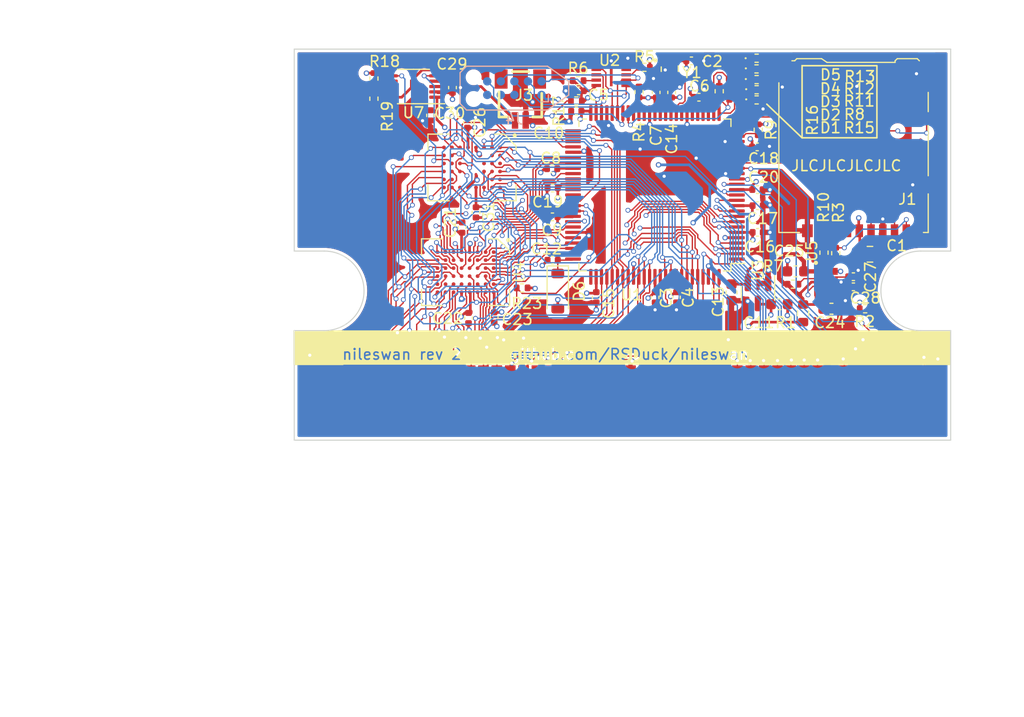
<source format=kicad_pcb>
(kicad_pcb (version 20221018) (generator pcbnew)
  (layers (0 "F.Cu" signal) (1 "In1.Cu" signal "GND") (2 "In2.Cu" signal "PWR") (31 "B.Cu" signal) (34 "B.Paste" user) (35 "F.Paste" user) (36 "B.SilkS" user "B.Silkscreen") (37 "F.SilkS" user "F.Silkscreen") (38 "B.Mask" user) (39 "F.Mask" user) (44 "Edge.Cuts" user))
  (net 0 "")
  (net 1 "GND")
  (net 2 "/fpga/A15")
  (net 3 "/fpga/A10")
  (net 4 "/fpga/A11")
  (net 5 "/fpga/A9")
  (net 6 "/fpga/A8")
  (net 7 "/fpga/A13")
  (net 8 "/fpga/A14")
  (net 9 "/fpga/A12")
  (net 10 "/fpga/A7")
  (net 11 "/fpga/A6")
  (net 12 "/fpga/A5")
  (net 13 "/fpga/A4")
  (net 14 "/fpga/D15")
  (net 15 "/fpga/D14")
  (net 16 "/fpga/D7")
  (net 17 "/fpga/D6")
  (net 18 "/fpga/D5")
  (net 19 "/fpga/D4")
  (net 20 "/fpga/D3")
  (net 21 "/fpga/D2")
  (net 22 "/fpga/D1")
  (net 23 "/fpga/D0")
  (net 24 "/fpga/A0")
  (net 25 "/fpga/A1")
  (net 26 "/fpga/A2")
  (net 27 "/fpga/A3")
  (net 28 "/fpga/A19")
  (net 29 "/fpga/A18")
  (net 30 "/fpga/A17")
  (net 31 "/fpga/A16")
  (net 32 "/fpga/D8")
  (net 33 "/fpga/D9")
  (net 34 "/fpga/D10")
  (net 35 "/fpga/D11")
  (net 36 "/fpga/D12")
  (net 37 "/fpga/D13")
  (net 39 "/fpga/MBC")
  (net 40 "/fpga/{slash}IO")
  (net 41 "/fpga/{slash}OE")
  (net 42 "/fpga/{slash}WE")
  (net 43 "/fpga/{slash}SEL")
  (net 44 "Net-(B1-{slash}CARTINT)")
  (net 45 "/fpga/SCLK")
  (net 46 "3.3V")
  (net 47 "Net-(B1-Vdd-Pad24)")
  (net 48 "3.3V_TF")
  (net 49 "Net-(D6-K)")
  (net 50 "1.2V")
  (net 51 "Net-(U5-VBIAS)")
  (net 52 "Net-(U5-SS1)")
  (net 53 "Net-(U5-SS2)")
  (net 54 "Net-(D1-K)")
  (net 55 "Net-(D1-A)")
  (net 56 "Net-(D2-K)")
  (net 57 "Net-(D2-A)")
  (net 58 "Net-(D3-K)")
  (net 59 "Net-(D3-A)")
  (net 60 "Net-(D4-K)")
  (net 61 "Net-(D4-A)")
  (net 62 "Net-(D5-K)")
  (net 63 "Net-(D5-A)")
  (net 64 "Net-(J1-DAT2)")
  (net 65 "/fpga/TF_SEL")
  (net 66 "/fpga/TF_PICO")
  (net 67 "/fpga/TF_CLK")
  (net 68 "/fpga/TF_POCI")
  (net 69 "Net-(J1-DAT1)")
  (net 71 "/fpga/TF_DETECT")
  (net 72 "/fpga/FLASH_CS")
  (net 73 "/fpga/FLASH_CLK")
  (net 74 "/fpga/FLASH_POCI")
  (net 75 "/fpga/FLASH_PICO")
  (net 76 "/fpga/CRESET_B")
  (net 77 "Net-(U2-{slash}WP)")
  (net 78 "Net-(U2-IO3)")
  (net 79 "Net-(U5-EN1)")
  (net 80 "/fpga/{slash}SEL_PSRAM")
  (net 81 "/fpga/A_HIGH0")
  (net 82 "/fpga/A_HIGH1")
  (net 83 "/fpga/A_HIGH2")
  (net 84 "/fpga/A_HIGH3")
  (net 85 "/fpga/A_HIGH4")
  (net 86 "/fpga/A_HIGH5")
  (net 87 "/fpga/A_HIGH6")
  (net 88 "/fpga/{slash}PSRAM_UB")
  (net 89 "/fpga/{slash}PSRAM_LB")
  (net 90 "/fpga/{slash}SEL_SRAM")
  (net 91 "/fpga/TF_POW")
  (net 93 "Net-(U1C-IOB_34)")
  (net 106 "3.3V_SRAM")
  (net 110 "Net-(U1C-IOB_36_GBIN4)")
  (net 111 "Net-(U7-Vbat)")
  (net 112 "/memory/{slash}SEL_SRAM")
  (net 115 "Net-(U7-SENSE)")
  (footprint "Resistor_SMD:R_0402_1005Metric" (layer "F.Cu") (at 120.25 84.65 -90)
    (fp_text reference "R18")
    (fp_text value "118k")
  )
  (footprint "Resistor_SMD:R_0402_1005Metric" (layer "F.Cu") (at 159.45 103.9)
    (fp_text reference "R7")
    (fp_text value "10k")
  )
  (footprint "Package_TO_SOT_SMD:SOT-23" (layer "F.Cu") (at 156.175 104.7625 -90)
    (fp_text reference "U3")
    (fp_text value "AP2127N-1.2")
  )
  (footprint "Capacitor_SMD:C_0603_1608Metric" (layer "F.Cu") (at 163.05 106.2)
    (fp_text reference "C24")
    (fp_text value "1 μF")
  )
  (footprint "Capacitor_SMD:C_0402_1005Metric" (layer "F.Cu") (at 141.05 105.13 -90)
    (fp_text reference "C15")
    (fp_text value "100 nF")
  )
  (footprint "LED_SMD:LED_0402_1005Metric" (layer "F.Cu") (at 153.9325 82.75 180)
    (fp_text reference "D5")
    (fp_text value "LED")
  )
  (footprint "Capacitor_SMD:C_0402_1005Metric" (layer "F.Cu") (at 146.55 105.13 -90)
    (fp_text reference "C3")
    (fp_text value "100 nF")
  )
  (footprint "Capacitor_SMD:C_0402_1005Metric" (layer "F.Cu") (at 136.97 94.9 180)
    (fp_text reference "C19")
    (fp_text value "100 nF")
  )
  (footprint "Resistor_SMD:R_0402_1005Metric" (layer "F.Cu") (at 156.05 86.65 180)
    (fp_text reference "R15")
    (fp_text value "22")
  )
  (footprint "Resistor_SMD:R_0402_1005Metric" (layer "F.Cu") (at 166.2 106.2)
    (fp_text reference "R2")
    (fp_text value "10k")
  )
  (footprint "Resistor_SMD:R_0402_1005Metric" (layer "F.Cu") (at 120.25 86.54 -90)
    (fp_text reference "R19")
    (fp_text value "75k")
  )
  (footprint "Resistor_SMD:R_0402_1005Metric" (layer "F.Cu") (at 139.19 86.75 180)
    (fp_text reference "R17")
    (fp_text value "10k")
  )
  (footprint "Package_SO:VSSOP-10_3x3mm_P0.5mm" (layer "F.Cu") (at 123.95 85.4 180)
    (fp_text reference "U7")
    (fp_text value "TPS3613")
  )
  (footprint "Capacitor_SMD:C_0402_1005Metric" (layer "F.Cu") (at 129 88.77 -90)
    (fp_text reference "C26")
    (fp_text value "100 nF")
  )
  (footprint "Capacitor_SMD:C_0402_1005Metric" (layer "F.Cu") (at 165.1 103.2)
    (fp_text reference "C27")
    (fp_text value "470 pF")
  )
  (footprint "nileswan:BGA-36_6x8_6.0x8.0mm" (layer "F.Cu") (at 129.425 92.995 -90)
    (fp_text reference "U6" hide)
    (fp_text value "IS62WV5128EBLL-45BLI")
  )
  (footprint "Capacitor_SMD:C_0402_1005Metric" (layer "F.Cu") (at 128.5 98.6 -90)
    (fp_text reference "C21")
    (fp_text value "100 nF")
  )
  (footprint "Resistor_SMD:R_0402_1005Metric" (layer "F.Cu") (at 139.35 84.85)
    (fp_text reference "R6")
    (fp_text value "10k")
  )
  (footprint "Capacitor_SMD:C_0402_1005Metric" (layer "F.Cu") (at 148.55 105.13 -90)
    (fp_text reference "C4")
    (fp_text value "100 nF")
  )
  (footprint "LED_SMD:LED_0402_1005Metric" (layer "F.Cu") (at 153.95 84.7 180)
    (fp_text reference "D3")
    (fp_text value "LED")
  )
  (footprint "Resistor_SMD:R_0402_1005Metric" (layer "F.Cu") (at 145.05 85.91 90)
    (fp_text reference "R4")
    (fp_text value "10k")
  )
  (footprint "Capacitor_SMD:C_0603_1608Metric" (layer "F.Cu") (at 158.175 105.775)
    (fp_text reference "C11")
    (fp_text value "1 μF")
  )
  (footprint "Package_QFP:VQFP-100_14x14mm_P0.5mm" (layer "F.Cu") (at 146.5375 95.55 180)
    (fp_text reference "U1")
    (fp_text value "ICE40HX1K-VQ100")
  )
  (footprint "Capacitor_SMD:C_0603_1608Metric" (layer "F.Cu") (at 159.7 102.7 180)
    (fp_text reference "C25")
    (fp_text value "1 μF")
  )
  (footprint "snapeda:IC_AP22966DC8-7" (layer "F.Cu") (at 162.53 103.7)
    (fp_text reference "U5")
    (fp_text value "AP22966DC8-7")
  )
  (footprint "Capacitor_SMD:C_0402_1005Metric" (layer "F.Cu") (at 156.15 99.05)
    (fp_text reference "C16")
    (fp_text value "100 nF")
  )
  (footprint "Capacitor_SMD:C_0402_1005Metric" (layer "F.Cu") (at 149.95 83)
    (fp_text reference "C2")
    (fp_text value "100 nF")
  )
  (footprint "Diode_SMD:D_SOD-123" (layer "F.Cu") (at 137.45 104.55 -90)
    (fp_text reference "D6")
    (fp_text value "1N5819")
  )
  (footprint "nileswan:BGA-48_6x8_6.0x8.0mm" (layer "F.Cu") (at 128.825 102.775 -90)
    (fp_text reference "U4")
    (fp_text value "IS66WVE4M16EBLL-70BLI")
  )
  (footprint "nileswan:WSCartridgeBus" (layer "F.Cu") (at 113.75 111.5)
    (fp_text reference "B1" hide)
    (fp_text value "Cartridgebus")
  )
  (footprint "Resistor_SMD:R_0402_1005Metric" (layer "F.Cu") (at 162.35 100.95 90)
    (fp_text reference "R10")
    (fp_text value "47k")
  )
  (footprint "Capacitor_SMD:C_0402_1005Metric" (layer "F.Cu") (at 125.55 88.1 -90)
    (fp_text reference "C30")
    (fp_text value "100 nF")
  )
  (footprint "Resistor_SMD:R_0402_1005Metric" (layer "F.Cu") (at 156.2 89.45 -90)
    (fp_text reference "R9")
    (fp_text value "47k")
  )
  (footprint "Capacitor_SMD:C_0402_1005Metric" (layer "F.Cu") (at 146.65 85.95 90)
    (fp_text reference "C7")
    (fp_text value "100 nF")
  )
  (footprint "Resistor_SMD:R_0402_1005Metric" (layer "F.Cu") (at 156.05 82.75 180)
    (fp_text reference "R13")
    (fp_text value "2.2k")
  )
  (footprint "Resistor_SMD:R_0402_1005Metric" (layer "F.Cu") (at 134.115 104.25 180)
    (fp_text reference "R23")
    (fp_text value "10k")
  )
  (footprint "Capacitor_SMD:C_0402_1005Metric" (layer "F.Cu") (at 129.1 107.07 90)
    (fp_text reference "C22")
    (fp_text value "100 nF")
  )
  (footprint "LED_SMD:LED_0402_1005Metric" (layer "F.Cu") (at 153.985 86.6 180)
    (fp_text reference "D1")
    (fp_text value "LED")
  )
  (footprint "Connector_Card:microSD_HC_Hirose_DM3AT-SF-PEJM5" (layer "F.Cu") (at 165.125 91.175 180)
    (fp_text reference "J1")
    (fp_text value "Micro_SD_Card_Det_Hirose_DM3AT")
  )
  (footprint "Resistor_SMD:R_0402_1005Metric" (layer "F.Cu") (at 152.55 85.84 -90)
    (fp_text reference "R16")
    (fp_text value "2.2k")
  )
  (footprint "Resistor_SMD:R_0402_1005Metric" (layer "F.Cu") (at 156.05 85.7 180)
    (fp_text reference "R8")
    (fp_text value "2.2k")
  )
  (footprint "snapeda:SON50P300X200X60-9N" (layer "F.Cu") (at 142.45 84.55 180)
    (fp_text reference "U2")
    (fp_text value "W25Q16JVUXIQ")
  )
  (footprint "Capacitor_SMD:C_0402_1005Metric" (layer "F.Cu") (at 136.92 93.1 180)
    (fp_text reference "C8")
    (fp_text value "100 nF")
  )
  (footprint "Capacitor_SMD:C_0402_1005Metric" (layer "F.Cu") (at 136.97 101.65 180)
    (fp_text reference "C12")
    (fp_text value "100 nF")
  )
  (footprint "Resistor_SMD:R_0402_1005Metric" (layer "F.Cu") (at 145.55 83.6 180)
    (fp_text reference "R5")
    (fp_text value "10k")
  )
  (footprint "LED_SMD:LED_0402_1005Metric" (layer "F.Cu") (at 153.9825 85.65 180)
    (fp_text reference "D2")
    (fp_text value "LED")
  )
  (footprint "snapeda:SM02B-SRSS-TB_LF__SN_" (layer "F.Cu") (at 133.95 86.6 180)
    (fp_text reference "J3")
    (fp_text value "SM02B-SRSS-TB_LF__SN_")
  )
  (footprint "snapeda:XTAL_AMPMAFB-25.0000T" (layer "F.Cu") (at 147.925 83.725)
    (fp_text reference "Y1")
    (fp_text value "AMPMAFB-25.0000T")
  )
  (footprint "Capacitor_SMD:C_0402_1005Metric" (layer "F.Cu") (at 156.13 95.05)
    (fp_text reference "C20")
    (fp_text value "100 nF")
  )
  (footprint "Capacitor_SMD:C_0402_1005Metric" (layer "F.Cu") (at 148.1 85.95 90)
    (fp_text reference "C14")
    (fp_text value "100 nF")
  )
  (footprint "Capacitor_SMD:C_0402_1005Metric" (layer "F.Cu") (at 139.18 87.7 180)
    (fp_text reference "C10")
    (fp_text value "100 nF")
  )
  (footprint "Capacitor_SMD:C_0402_1005Metric" (layer "F.Cu") (at 131.5 107.02 90)
    (fp_text reference "C23")
    (fp_text value "100 nF")
  )
  (footprint "Capacitor_SMD:C_0402_1005Metric" (layer "F.Cu") (at 156.15 96.55)
    (fp_text reference "C17")
    (fp_text value "100 nF")
  )
  (footprint "Capacitor_SMD:C_0402_1005Metric" (layer "F.Cu") (at 136.95 97.6 180)
    (fp_text reference "C9")
    (fp_text value "100 nF")
  )
  (footprint "Resistor_SMD:R_0402_1005Metric" (layer "F.Cu") (at 156.05 84.75 180)
    (fp_text reference "R11")
    (fp_text value "2.2k")
  )
  (footprint "Resistor_SMD:R_0603_1608Metric" (layer "F.Cu") (at 160.4 106.625 -90)
    (fp_text reference "R1")
    (fp_text value "1")
  )
  (footprint "Resistor_SMD:R_0402_1005Metric" (layer "F.Cu") (at 156.04 83.75 180)
    (fp_text reference "R12")
    (fp_text value "2.2k")
  )
  (footprint "LED_SMD:LED_0402_1005Metric" (layer "F.Cu") (at 153.95 83.7 180)
    (fp_text reference "D4")
    (fp_text value "LED")
  )
  (footprint "Capacitor_SMD:C_0402_1005Metric" (layer "F.Cu") (at 127.6 85.5 90)
    (fp_text reference "C29")
    (fp_text value "100 nF")
  )
  (footprint "Capacitor_SMD:C_0402_1005Metric" (layer "F.Cu") (at 129.8 97.18 90)
    (fp_text reference "C31")
    (fp_text value "100 nF")
  )
  (footprint "Capacitor_SMD:C_0402_1005Metric" (layer "F.Cu") (at 139.4 85.8 180)
    (fp_text reference "C5")
    (fp_text value "100 nF")
  )
  (footprint "Resistor_SMD:R_0402_1005Metric" (layer "F.Cu") (at 163.45 101 90)
    (fp_text reference "R3")
    (fp_text value "47k")
  )
  (footprint "Capacitor_SMD:C_0402_1005Metric" (layer "F.Cu") (at 150.65 86.4)
    (fp_text reference "C6")
    (fp_text value "100 nF")
  )
  (footprint "Capacitor_SMD:C_0805_2012Metric" (layer "F.Cu") (at 166.65 101.1)
    (fp_text reference "C1")
    (fp_text value "47 μF")
  )
  (footprint "Capacitor_SMD:C_0402_1005Metric" (layer "F.Cu") (at 156.1 91.05)
    (fp_text reference "C18")
    (fp_text value "100 nF")
  )
  (footprint "Capacitor_SMD:C_0603_1608Metric" (layer "F.Cu") (at 153.7 104.675 -90)
    (fp_text reference "C13")
    (fp_text value "1 μF")
  )
  (footprint "Capacitor_SMD:C_0402_1005Metric" (layer "F.Cu") (at 165.1 104.15)
    (fp_text reference "C28")
    (fp_text value "4.7 nF")
  )
  (footprint "Connector:Tag-Connect_TC2050-IDC-NL_2x05_P1.27mm_Vertical" (layer "B.Cu") (at 133.39 85.55 180)
    (fp_text reference "J4")
    (fp_text value "Conn_02x05_Counter_Clockwise")
  )
  (gr_rect (start 117 108.3) (end 163.75 109.7) (stroke (width 0.15)) (fill solid) (layer "F.SilkS"))
  (gr_line (start 160.3 90.2) (end 157 87.05) (stroke (width 0.15)) (layer "F.SilkS"))
  (gr_rect (start 112.8 108.3) (end 117.35 111.4) (stroke (width 0.15)) (fill solid) (layer "F.SilkS"))
  (gr_rect (start 155.3 108.3) (end 174.1 111.4) (stroke (width 0.15)) (fill solid) (layer "F.SilkS"))
  (gr_rect (start 160.3 83.45) (end 167.3 90.2) (stroke (width 0.15)) (fill none) (layer "F.SilkS"))
  (gr_line (start 112.8 118.5) (end 174.2 118.5) (stroke (width 0.1)) (layer "Edge.Cuts"))
  (gr_line (start 112.8 81.9) (end 112.8 100.8) (stroke (width 0.1)) (layer "Edge.Cuts"))
  (gr_arc (start 171.4 108.25) (mid 167.675 104.525) (end 171.4 100.8) (stroke (width 0.1)) (layer "Edge.Cuts"))
  (gr_line (start 174.2 108.25) (end 174.2 118.5) (stroke (width 0.1)) (layer "Edge.Cuts"))
  (gr_line (start 174.2 100.8) (end 171.4 100.8) (stroke (width 0.1)) (layer "Edge.Cuts"))
  (gr_line (start 174.2 81.9) (end 174.2 100.8) (stroke (width 0.1)) (layer "Edge.Cuts"))
  (gr_line (start 115.6 100.8) (end 112.8 100.8) (stroke (width 0.1)) (layer "Edge.Cuts"))
  (gr_line (start 174.2 108.25) (end 171.4 108.25) (stroke (width 0.1)) (layer "Edge.Cuts"))
  (gr_line (start 112.8 81.9) (end 174.2 81.9) (stroke (width 0.1)) (layer "Edge.Cuts"))
  (gr_line (start 112.8 108.25) (end 112.8 118.5) (stroke (width 0.1)) (layer "Edge.Cuts"))
  (gr_arc (start 115.6 100.8) (mid 119.325 104.525) (end 115.6 108.25) (stroke (width 0.1)) (layer "Edge.Cuts"))
  (gr_line (start 115.6 108.25) (end 112.8 108.25) (stroke (width 0.1)) (layer "Edge.Cuts"))
  (gr_text "nileswan rev 2      github.com/RSDuck/nileswan" (at 117.2 111.05) (layer "F.SilkS" knockout) (effects (font (size 1 1)) (justify left bottom)))
  (gr_text "JLCJLCJLCJLC" (at 159.2 93.4) (layer "F.SilkS") (effects (font (size 1 1)) (justify left bottom)))
  (segment (start 162.67 85.23) (end 161.25 86.65) (width 0.25) (layer "F.Cu") (net 1))
  (segment (start 173 114.75) (end 173 110.9) (width 0.25) (layer "F.Cu") (net 1))
  (segment (start 124.82 88.58) (end 124.8 88.6) (width 0.25) (layer "F.Cu") (net 1))
  (segment (start 167.85 98.9) (end 167.85 97.8) (width 0.25) (layer "F.Cu") (net 1))
  (segment (start 138.92 85.8) (end 138.2 85.8) (width 0.25) (layer "F.Cu") (net 1))
  (segment (start 127.6 85.02) (end 127.87 85.02) (width 0.25) (layer "F.Cu") (net 1))
  (segment (start 136.45 94.94) (end 136.49 94.9) (width 0.25) (layer "F.Cu") (net 1))
  (segment (start 154.2 99.55) (end 153.1 99.55) (width 0.25) (layer "F.Cu") (net 1))
  (segment (start 165.58 102.63) (end 165.55 102.6) (width 0.25) (layer "F.Cu") (net 1))
  (segment (start 155.17 105.45) (end 155.22 105.5) (width 0.25) (layer "F.Cu") (net 1))
  (segment (start 163.825 105.965) (end 164.35 105.44) (width 0.25) (layer "F.Cu") (net 1))
  (segment (start 131.75 107.85) (end 131.5 107.6) (width 0.25) (layer "F.Cu") (net 1))
  (segment (start 163.825 106.2) (end 163.825 105.965) (width 0.25) (layer "F.Cu") (net 1))
  (segment (start 156.56 87.41) (end 156.65 87.5) (width 0.25) (layer "F.Cu") (net 1))
  (segment (start 127.6 85.02) (end 127.22 85.4) (width 0.25) (layer "F.Cu") (net 1))
  (segment (start 147.45 84.5) (end 147.45 83.9) (width 0.25) (layer "F.Cu") (net 1))
  (segment (start 136.2 93.1) (end 135.85 93.45) (width 0.25) (layer "F.Cu") (net 1))
  (segment (start 149.5375 87.8875) (end 149.5375 88.9375) (width 0.25) (layer "F.Cu") (net 1))
  (segment (start 156.63 99.05) (end 157.3 99.05) (width 0.25) (layer "F.Cu") (net 1))
  (segment (start 156.56 86.65) (end 156.56 87.41) (width 0.25) (layer "F.Cu") (net 1))
  (segment (start 157.2 91.05) (end 157.25 91) (width 0.25) (layer "F.Cu") (net 1))
  (segment (start 114.25 114.75) (end 114.25 110.55) (width 0.25) (layer "F.Cu") (net 1))
  (segment (start 157.125 103.825) (end 157.125 102.625) (width 0.25) (layer "F.Cu") (net 1))
  (segment (start 127.87 85.02) (end 128.35 85.5) (width 0.25) (layer "F.Cu") (net 1))
  (segment (start 158.95 105.775) (end 158.95 106.8) (width 0.25) (layer "F.Cu") (net 1))
  (segment (start 163.8 103.7) (end 163.9 103.6) (width 0.25) (layer "F.Cu") (net 1))
  (segment (start 156.61 95.05) (end 157.3 95.05) (width 0.25) (layer "F.Cu") (net 1))
  (segment (start 125.55 88.58) (end 124.82 88.58) (width 0.25) (layer "F.Cu") (net 1))
  (segment (start 142.0375 87.8875) (end 142.0375 88.8875) (width 0.25) (layer "F.Cu") (net 1))
  (segment (start 127.22 85.4) (end 126.15 85.4) (width 0.25) (layer "F.Cu") (net 1))
  (segment (start 143.85 82.9) (end 144 82.75) (width 0.25) (layer "F.Cu") (net 1))
  (segment (start 156.63 96.55) (end 157.25 96.55) (width 0.25) (layer "F.Cu") (net 1))
  (segment (start 146.65 85.47) (end 146.45 85.27) (width 0.25) (layer "F.Cu") (net 1))
  (segment (start 129.8 97.66) (end 130.54 97.66) (width 0.25) (layer "F.Cu") (net 1))
  (segment (start 146.55 105.61) (end 146.55 106.3) (width 0.25) (layer "F.Cu") (net 1))
  (segment (start 136.25 98.3) (end 136.47 98.08) (width 0.25) (layer "F.Cu") (net 1))
  (segment (start 136.44 93.1) (end 136.2 93.1) (width 0.25) (layer "F.Cu") (net 1))
  (segment (start 142.45 84.55) (end 142.45 83) (width 0.25) (layer "F.Cu") (net 1))
  (segment (start 148.88 85.47) (end 148.9 85.45) (width 0.25) (layer "F.Cu") (net 1))
  (segment (start 129.8 91.4) (end 129.8 91.1) (width 0.25) (layer "F.Cu") (net 1))
  (segment (start 156.56 84.75) (end 157.5 84.75) (width 0.25) (layer "F.Cu") (net 1))
  (segment (start 129.2 108.15) (end 129.15 108.2) (width 0.25) (layer "F.Cu") (net 1))
  (segment (start 158.925 102.7) (end 158.925 101.725) (width 0.25) (layer "F.Cu") (net 1))
  (segment (start 153.7 105.45) (end 155.17 105.45) (width 0.25) (layer "F.Cu") (net 1))
  (segment (start 154.2 93.55) (end 153.15 93.55) (width 0.25) (layer "F.Cu") (net 1))
  (segment (start 158.45 85.45) (end 158.45 83.8) (width 0.25) (layer "F.Cu") (net 1))
  (segment (start 140.05 99.05) (end 138.875 99.05) (width 0.25) (layer "F.Cu") (net 1))
  (segment (start 139.9 91.45) (end 139.8 91.55) (width 0.25) (layer "F.Cu") (net 1))
  (segment (start 142.0375 88.8875) (end 142.2 89.05) (width 0.25) (layer "F.Cu") (net 1))
  (segment (start 146.73 85.55) (end 146.65 85.47) (width 0.25) (layer "F.Cu") (net 1))
  (segment (start 167.6 99.15) (end 167.85 98.9) (width 0.25) (layer "F.Cu") (net 1))
  (segment (start 146.0375 88.9375) (end 146.05 88.95) (width 0.25) (layer "F.Cu") (net 1))
  (segment (start 138.7 87.7) (end 138.7 88.45) (width 0.25) (layer "F.Cu") (net 1))
  (segment (start 139.8 91.55) (end 138.875 91.55) (width 0.25) (layer "F.Cu") (net 1))
  (segment (start 148.55 105.61) (end 148.55 106.3) (width 0.25) (layer "F.Cu") (net 1))
  (segment (start 149.5375 88.9375) (end 149.55 88.95) (width 0.25) (layer "F.Cu") (net 1))
  (segment (start 165.58 103.2) (end 165.58 102.63) (width 0.25) (layer "F.Cu") (net 1))
  (segment (start 163.38 103.7) (end 162.53 103.7) (width 0.25) (layer "F.Cu") (net 1))
  (segment (start 140.35 99.35) (end 140.05 99.05) (width 0.25) (layer "F.Cu") (net 1))
  (segment (start 129.75 94.15) (end 129.9 94.15) (width 0.25) (layer "F.Cu") (net 1))
  (segment (start 171.05 84.25) (end 171 84.2) (width 0.25) (layer "F.Cu") (net 1))
  (segment (start 148.02 85.55) (end 148.1 85.47) (width 0.25) (layer "F.Cu") (net 1))
  (segment (start 151.5375 102.2125) (end 151.55 102.2) (width 0.25) (layer "F.Cu") (net 1))
  (segment (start 128.5 98.12) (end 127.77 98.12) (width 0.25) (layer "F.Cu") (net 1))
  (segment (start 171.95 84.25) (end 171.05 84.25) (width 0.25) (layer "F.Cu") (net 1))
  (segment (start 146.0375 87.8875) (end 146.0375 88.9375) (width 0.25) (layer "F.Cu") (net 1))
  (segment (start 158.925 101.725) (end 158.95 101.7) (width 0.25) (layer "F.Cu") (net 1))
  (segment (start 130.54 97.66) (end 130.6 97.6) (width 0.25) (layer "F.Cu") (net 1))
  (segment (start 156.6 86.59) (end 156.61 86.6) (width 0.25) (layer "F.Cu") (net 1))
  (segment (start 157.25 96.55) (end 157.3 96.5) (width 0.25) (layer "F.Cu") (net 1))
  (segment (start 129.05 94.85) (end 129.75 94.15) (width 0.25) (layer "F.Cu") (net 1))
  (segment (start 134.625 88.575) (end 135.1 89.05) (width 0.25) (layer "F.Cu") (net 1))
  (segment (start 165.58 104.15) (end 165.58 103.2) (width 0.25) (layer "F.Cu") (net 1))
  (segment (start 151.5375 103.2125) (end 151.5375 102.2125) (width 0.25) (layer "F.Cu") (net 1))
  (segment (start 157.275 102.475) (end 157.3 102.45) (width 0.25) (layer "F.Cu") (net 1))
  (segment (start 146.45 85.27) (end 146.45 84.7) (width 0.25) (layer "F.Cu") (net 1))
  (segment (start 136.45 95.65) (end 136.45 94.94) (width 0.25) (layer "F.Cu") (net 1))
  (segment (start 128.45 105.25) (end 128.45 104.65) (width 0.25) (layer "F.Cu") (net 1))
  (segment (start 127.77 98.12) (end 127.75 98.1) (width 0.25) (layer "F.Cu") (net 1))
  (segment (start 138.7 88.45) (end 138.5 88.65) (width 0.25) (layer "F.Cu") (net 1))
  (segment (start 148.1 85.47) (end 148.88 85.47) (width 0.25) (layer "F.Cu") (net 1))
  (segment (start 136 102.15) (end 136.49 101.66) (width 0.25) (layer "F.Cu") (net 1))
  (segment (start 143.85 83.8) (end 143.85 82.9) (width 0.25) (layer "F.Cu") (net 1))
  (segment (start 129.25 100.1) (end 129.2 100.15) (width 0.25) (layer "F.Cu") (net 1))
  (segment (start 160.4 99.3) (end 160.8 98.9) (width 0.25) (layer "F.Cu") (net 1))
  (segment (start 163.38 103.7) (end 163.8 103.7) (width 0.25) (layer "F.Cu") (net 1))
  (segment (start 147.45 83.9) (end 147.5 83.85) (width 0.25) (layer "F.Cu") (net 1))
  (segment (start 150.43 83) (end 151.1 83) (width 0.25) (layer "F.Cu") (net 1))
  (segment (start 154.2 90.55) (end 153.1 90.55) (width 0.25) (layer "F.Cu") (net 1))
  (segment (start 129.2 100.15) (end 129.2 100.9) (width 0.25) (layer "F.Cu") (net 1))
  (segment (start 134.45 88.575) (end 134.625 88.575) (width 0.25) (layer "F.Cu") (net 1))
  (segment (start 130.1 91.7) (end 129.8 91.4) (width 0.25) (layer "F.Cu") (net 1))
  (segment (start 129.75 88.29) (end 129 88.29) (width 0.25) (layer "F.Cu") (net 1))
  (segment (start 170.65 94.6) (end 171.95 94.6) (width 0.25) (layer "F.Cu") (net 1))
  (segment (start 144.5375 103.2125) (end 144.5375 102.0125) (width 0.25) (layer "F.Cu") (net 1))
  (segment (start 141.05 105.61) (end 141.05 106.3) (width 0.25) (layer "F.Cu") (net 1))
  (segment (start 136.47 98.08) (end 136.47 97.6) (width 0.25) (layer "F.Cu") (net 1))
  (segment (start 129.1 107.55) (end 129.1 108.14) (width 0.25) (layer "F.Cu") (net 1))
  (segment (start 156.56 86.65) (end 156.56 82.75) (width 0.25) (layer "F.Cu") (net 1))
  (segment (start 151.13 85.67) (end 151.15 85.65) (width 0.25) (layer "F.Cu") (net 1))
  (segment (start 167.6 101.1) (end 167.6 99.15) (width 0.25) (layer "F.Cu") (net 1))
  (segment (start 151.13 86.4) (end 151.13 85.67) (width 0.25) (layer "F.Cu") (net 1))
  (segment (start 136.44 95.44) (end 136.45 95.45) (width 0.25) (layer "F.Cu") (net 1))
  (segment (start 156.58 91.05) (end 157.2 91.05) (width 0.25) (layer "F.Cu") (net 1))
  (segment (start 131.5 107.6) (end 131.5 107.5) (width 0.25) (layer "F.Cu") (net 1))
  (segment (start 144.5375 102.0125) (end 144.55 102) (width 0.25) (layer "F.Cu") (net 1))
  (segment (start 136.49 101.66) (end 136.49 101.65) (width 0.25) (layer "F.Cu") (net 1))
  (segment (start 157.5 84.75) (end 158.45 83.8) (width 0.25) (layer "F.Cu") (net 1))
  (segment (start 161.25 86.65) (end 156.56 86.65) (width 0.25) (layer "F.Cu") (net 1))
  (via (at 135.85 93.45) (size 0.5) (drill 0.3) (layers "F.Cu" "B.Cu") (net 1))
  (via (at 151.1 83) (size 0.5) (drill 0.3) (layers "F.Cu" "B.Cu") (net 1))
  (via (at 140.35 99.35) (size 0.5) (drill 0.3) (layers "F.Cu" "B.Cu") (net 1))
  (via (at 130.6 97.6) (size 0.5) (drill 0.3) (layers "F.Cu" "B.Cu") (net 1))
  (via (at 139.9 91.45) (size 0.5) (drill 0.3) (layers "F.Cu" "B.Cu") (net 1))
  (via (at 136.45 95.65) (size 0.5) (drill 0.3) (layers "F.Cu" "B.Cu") (net 1))
  (via (at 136 102.15) (size 0.5) (drill 0.3) (layers "F.Cu" "B.Cu") (net 1))
  (via (at 128.35 85.5) (size 0.5) (drill 0.3) (layers "F.Cu" "B.Cu") (net 1))
  (via (at 151.15 85.65) (size 0.5) (drill 0.3) (layers "F.Cu" "B.Cu") (net 1))
  (via (at 127.75 98.1) (size 0.5) (drill 0.3) (layers "F.Cu" "B.Cu") (net 1))
  (via (at 138.2 85.8) (size 0.5) (drill 0.3) (layers "F.Cu" "B.Cu") (net 1))
  (via (at 129.9 94.15) (size 0.5) (drill 0.3) (layers "F.Cu" "B.Cu") (net 1))
  (via (at 156.65 87.5) (size 0.5) (drill 0.3) (layers "F.Cu" "B.Cu") (net 1))
  (via (at 157.25 91) (size 0.5) (drill 0.3) (layers "F.Cu" "B.Cu") (net 1))
  (via (at 142.45 83) (size 0.5) (drill 0.3) (layers "F.Cu" "B.Cu") (net 1))
  (via (at 170.65 94.6) (size 0.45) (drill 0.3) (layers "F.Cu" "B.Cu") (net 1))
  (via (at 114.25 110.55) (size 0.5) (drill 0.3) (layers "F.Cu" "B.Cu") (net 1))
  (via (at 129.25 100.1) (size 0.5) (drill 0.3) (layers "F.Cu" "B.Cu") (net 1))
  (via (at 147.5 83.85) (size 0.5) (drill 0.3) (layers "F.Cu" "B.Cu") (net 1))
  (via (at 164.35 105.44) (size 0.5) (drill 0.3) (layers "F.Cu" "B.Cu") (net 1))
  (via (at 157.15 102.6) (size 0.5) (drill 0.3) (layers "F.Cu" "B.Cu") (net 1))
  (via (at 157.3 99.05) (size 0.5) (drill 0.3) (layers "F.Cu" "B.Cu") (net 1))
  (via (at 135.1 86.85) (size 0.5) (drill 0.3) (layers "F.Cu" "B.Cu") (net 1))
  (via (at 145.15 91.25) (size 0.45) (drill 0.3) (layers "F.Cu" "B.Cu") (net 1))
  (via (at 157.3 95.05) (size 0.5) (drill 0.3) (layers "F.Cu" "B.Cu") (net 1))
  (via (at 148.85 85.45) (size 0.5) (drill 0.3) (layers "F.Cu" "B.Cu") (net 1))
  (via (at 149.55 88.95) (size 0.5) (drill 0.3) (layers "F.Cu" "B.Cu") (net 1))
  (via (at 167.85 97.8) (size 0.5) (drill 0.3) (layers "F.Cu" "B.Cu") (net 1))
  (via (at 142.2 89.05) (size 0.5) (drill 0.3) (layers "F.Cu" "B.Cu") (net 1))
  (via (at 158.95 101.7) (size 0.5) (drill 0.3) (layers "F.Cu" "B.Cu") (net 1))
  (via (at 147.4 93.8) (size 0.45) (drill 0.3) (layers "F.Cu" "B.Cu") (net 1))
  (via (at 150.4 92.1) (size 0.45) (drill 0.3) (layers "F.Cu" "B.Cu") (net 1))
  (via (at 148.55 106.3) (size 0.5) (drill 0.3) (layers "F.Cu" "B.Cu") (net 1))
  (via (at 128.45 105.25) (size 0.5) (drill 0.3) (layers "F.Cu" "B.Cu") (net 1))
  (via (at 138.5 88.65) (size 0.5) (drill 0.3) (layers "F.Cu" "B.Cu") (net 1))
  (via (at 153.15 93.55) (size 0.5) (drill 0.3) (layers "F.Cu" "B.Cu") (net 1))
  (via (at 173 110.9) (size 0.5) (drill 0.3) (layers "F.Cu" "B.Cu") (net 1))
  (via (at 146.05 88.95) (size 0.5) (drill 0.3) (layers "F.Cu" "B.Cu") (net 1))
  (via (at 141.05 106.3) (size 0.5) (drill 0.3) (layers "F.Cu" "B.Cu") (net 1))
  (via (at 144 82.75) (size 0.5) (drill 0.3) (layers "F.Cu" "B.Cu") (net 1))
  (via (at 135.1 89.05) (size 0.5) (drill 0.3) (layers "F.Cu" "B.Cu") (net 1))
  (via (at 129.75 88.29) (size 0.5) (drill 0.3) (layers "F.Cu" "B.Cu") (net 1))
  (via (at 153.1 90.55) (size 0.5) (drill 0.3) (layers "F.Cu" "B.Cu") (net 1))
  (via (at 158.45 85.45) (size 0.5) (drill 0.3) (layers "F.Cu" "B.Cu") (net 1))
  (via (at 153.1 99.55) (size 0.5) (drill 0.3) (layers "F.Cu" "B.Cu") (net 1))
  (via (at 171 84.2) (size 0.5) (drill 0.3) (layers "F.Cu" "B.Cu") (net 1))
  (via (at 165.42 85.38) (size 0.45) (drill 0.3) (layers "F.Cu" "B.Cu") (net 1))
  (via (at 146.4 84.65) (size 0.5) (drill 0.3) (layers "F.Cu" "B.Cu") (net 1))
  (via (at 155.22 105.5) (size 0.5) (drill 0.3) (layers "F.Cu" "B.Cu") (net 1))
  (via (at 130.1 91.7) (size 0.5) (drill 0.3) (layers "F.Cu" "B.Cu") (net 1))
  (via (at 163.95 103.7) (size 0.5) (drill 0.3) (layers "F.Cu" "B.Cu") (net 1))
  (via (at 144.55 102) (size 0.5) (drill 0.3) (layers "F.Cu" "B.Cu") (net 1))
  (via (at 146.55 106.3) (size 0.5) (drill 0.3) (layers "F.Cu" "B.Cu") (net 1))
  (via (at 157.3 96.5) (size 0.5) (drill 0.3) (layers "F.Cu" "B.Cu") (net 1))
  (via (at 151.55 102.2) (size 0.5) (drill 0.3) (layers "F.Cu" "B.Cu") (net 1))
  (via (at 124.8 88.6) (size 0.5) (drill 0.3) (layers "F.Cu" "B.Cu") (net 1))
  (via (at 129.15 108.2) (size 0.5) (drill 0.3) (layers "F.Cu" "B.Cu") (net 1))
  (via (at 136.25 98.3) (size 0.5) (drill 0.3) (layers "F.Cu" "B.Cu") (net 1))
  (via (at 158.925 106.825) (size 0.5) (drill 0.3) (layers "F.Cu" "B.Cu") (net 1))
  (via (at 131.75 107.85) (size 0.5) (drill 0.3) (layers "F.Cu" "B.Cu") (net 1))
  (via (at 165.55 102.6) (size 0.5) (drill 0.3) (layers "F.Cu" "B.Cu") (net 1))
  (segment (start 134.66 86.185) (end 134.66 86.36) (width 0.25) (layer "B.Cu") (net 1))
  (segment (start 134.66 86.41) (end 134.66 86.185) (width 0.25) (layer "B.Cu") (net 1))
  (segment (start 134.66 86.36) (end 135.15 86.85) (width 0.25) (layer "B.Cu") (net 1))
  (segment (start 135.1 86.85) (end 134.66 86.41) (width 0.25) (layer "B.Cu") (net 1))
  (segment (start 127.3155 102.248604) (end 127.3155 102.2655) (width 0.127) (layer "F.Cu") (net 2))
  (segment (start 117.10916 110.454) (end 121.60321 105.95995) (width 0.127) (layer "F.Cu") (net 2))
  (segment (start 125.1345 94.4655) (end 126.951396 94.4655) (width 0.127) (layer "F.Cu") (net 2))
  (segment (start 124.6 95) (end 125.1345 94.4655) (width 0.127) (layer "F.Cu") (net 2))
  (segment (start 122.894512 103.2) (end 123.15 103.2) (width 0.127) (layer "F.Cu") (net 2))
  (segment (start 115.5 114.5) (end 115.5 111.7) (width 0.127) (layer "F.Cu") (net 2))
  (segment (start 127.45 102.4) (end 127.7 102.4) (width 0.127) (layer "F.Cu") (net 2))
  (segment (start 124.3345 102.0155) (end 127.082396 102.0155) (width 0.127) (layer "F.Cu") (net 2))
  (segment (start 121.60321 105.95995) (end 121.60321 104.491302) (width 0.127) (layer "F.Cu") (net 2))
  (segment (start 115.5 111.7) (end 116.746 110.454) (width 0.127) (layer "F.Cu") (net 2))
  (segment (start 116.746 110.454) (end 117.10916 110.454) (width 0.127) (layer "F.Cu") (net 2))
  (segment (start 127.082396 102.0155) (end 127.3155 102.248604) (width 0.127) (layer "F.Cu") (net 2))
  (segment (start 123.15 103.2) (end 124.3345 102.0155) (width 0.127) (layer "F.Cu") (net 2))
  (segment (start 127.316896 94.1) (end 127.55 94.1) (width 0.127) (layer "F.Cu") (net 2))
  (segment (start 121.60321 104.491302) (end 122.894512 103.2) (width 0.127) (layer "F.Cu") (net 2))
  (segment (start 127.3155 102.2655) (end 127.45 102.4) (width 0.127) (layer "F.Cu") (net 2))
  (segment (start 126.951396 94.4655) (end 127.316896 94.1) (width 0.127) (layer "F.Cu") (net 2))
  (via (at 123.15 103.2) (size 0.45) (drill 0.3) (layers "F.Cu" "B.Cu") (net 2))
  (via (at 124.6 95) (size 0.45) (drill 0.3) (layers "F.Cu" "B.Cu") (net 2))
  (segment (start 124.6 95) (end 123.75 95) (width 0.127) (layer "B.Cu") (net 2))
  (segment (start 122.558 102.608) (end 123.15 103.2) (width 0.127) (layer "B.Cu") (net 2))
  (segment (start 123.75 95) (end 122.558 96.192) (width 0.127) (layer "B.Cu") (net 2))
  (segment (start 122.558 96.192) (end 122.558 102.608) (width 0.127) (layer "B.Cu") (net 2))
  (segment (start 121.85721 104.89279) (end 122.6 104.15) (width 0.127) (layer "F.Cu") (net 3))
  (segment (start 123.6135 103.391988) (end 123.6135 103.3865) (width 0.127) (layer "F.Cu") (net 3))
  (segment (start 124.7305 102.2695) (end 126.0695 102.2695) (width 0.127) (layer "F.Cu") (net 3))
  (segment (start 121.85721 106.06516) (end 121.85721 104.89279) (width 0.127) (layer "F.Cu") (net 3))
  (segment (start 116.75 114.5) (end 116.75 111.17237) (width 0.127) (layer "F.Cu") (net 3))
  (segment (start 126.0695 102.2695) (end 126.2 102.4) (width 0.127) (layer "F.Cu") (net 3))
  (segment (start 123.75 92.05) (end 123.95 91.85) (width 0.127) (layer "F.Cu") (net 3))
  (segment (start 123.6135 103.3865) (end 124.7305 102.2695) (width 0.127) (layer "F.Cu") (net 3))
  (segment (start 116.75 111.17237) (end 121.85721 106.06516) (width 0.127) (layer "F.Cu") (net 3))
  (segment (start 123.0865 103.6635) (end 123.341988 103.6635) (width 0.127) (layer "F.Cu") (net 3))
  (segment (start 122.6 104.15) (end 123.0865 103.6635) (width 0.127) (layer "F.Cu") (net 3))
  (segment (start 123.95 91.85) (end 126.8 91.85) (width 0.127) (layer "F.Cu") (net 3))
  (segment (start 123.341988 103.6635) (end 123.6135 103.391988) (width 0.127) (layer "F.Cu") (net 3))
  (via (at 123.75 92.05) (size 0.45) (drill 0.3) (layers "F.Cu" "B.Cu") (net 3))
  (via (at 122.6 104.15) (size 0.45) (drill 0.3) (layers "F.Cu" "B.Cu") (net 3))
  (segment (start 122.6 104.15) (end 122.304 103.854) (width 0.127) (layer "B.Cu") (net 3))
  (segment (start 122.304 93.496) (end 123.75 92.05) (width 0.127) (layer "B.Cu") (net 3))
  (segment (start 122.304 103.854) (end 122.304 93.496) (width 0.127) (layer "B.Cu") (net 3))
  (segment (start 122.7865 104.6135) (end 122.791988 104.6135) (width 0.127) (layer "F.Cu") (net 4))
  (segment (start 123.0635 104.3365) (end 124.1615 103.2385) (width 0.127) (layer "F.Cu") (net 4))
  (segment (start 126.5 92.9) (end 126.8 92.6) (width 0.127) (layer "F.Cu") (net 4))
  (segment (start 125.693988 103.2385) (end 126.1115 103.2385) (width 0.127) (layer "F.Cu") (net 4))
  (segment (start 122.791988 104.6135) (end 123.0635 104.341988) (width 0.127) (layer "F.Cu") (net 4))
  (segment (start 124.1615 103.2385) (end 125.306012 103.2385) (width 0.127) (layer "F.Cu") (net 4))
  (segment (start 118 114.5) (end 117.95 114.45) (width 0.127) (layer "F.Cu") (net 4))
  (segment (start 122.32071 105.07929) (end 122.7865 104.6135) (width 0.127) (layer "F.Cu") (net 4))
  (segment (start 117.95 110.33158) (end 122.32071 105.96087) (width 0.127) (layer "F.Cu") (net 4))
  (segment (start 123.0635 104.341988) (end 123.0635 104.3365) (width 0.127) (layer "F.Cu") (net 4))
  (segment (start 122.05 92.9) (end 126.5 92.9) (width 0.127) (layer "F.Cu") (net 4))
  (segment (start 126.1115 103.2385) (end 126.2 103.15) (width 0.127) (layer "F.Cu") (net 4))
  (segment (start 125.691988 103.2365) (end 125.693988 103.2385) (width 0.127) (layer "F.Cu") (net 4))
  (segment (start 125.308012 103.2365) (end 125.691988 103.2365) (width 0.127) (layer "F.Cu") (net 4))
  (segment (start 122.32071 105.27071) (end 122.32071 105.07929) (width 0.127) (layer "F.Cu") (net 4))
  (segment (start 117.95 114.45) (end 117.95 110.33158) (width 0.127) (layer "F.Cu") (net 4))
  (segment (start 122.32071 105.96087) (end 122.32071 105.27071) (width 0.127) (layer "F.Cu") (net 4))
  (segment (start 125.306012 103.2385) (end 125.308012 103.2365) (width 0.127) (layer "F.Cu") (net 4))
  (via (at 122.32071 105.27071) (size 0.45) (drill 0.3) (layers "F.Cu" "B.Cu") (net 4))
  (via (at 122.05 92.9) (size 0.45) (drill 0.3) (layers "F.Cu" "B.Cu") (net 4))
  (segment (start 122.05 105) (end 122.05 92.9) (width 0.127) (layer "B.Cu") (net 4))
  (segment (start 122.32071 105.27071) (end 122.05 105) (width 0.127) (layer "B.Cu") (net 4))
  (segment (start 125.65 91.1) (end 126.8 91.1) (width 0.127) (layer "F.Cu") (net 5))
  (segment (start 123 105.64079) (end 119.25 109.39079) (width 0.127) (layer "F.Cu") (net 5))
  (segment (start 119.25 109.39079) (end 119.25 114.5) (width 0.127) (layer "F.Cu") (net 5))
  (segment (start 123 105.35) (end 123 105.64079) (width 0.127) (layer "F.Cu") (net 5))
  (segment (start 123.25 101.65) (end 126.2 101.65) (width 0.127) (layer "F.Cu") (net 5))
  (segment (start 123.05 101.45) (end 123.25 101.65) (width 0.127) (layer "F.Cu") (net 5))
  (segment (start 125.55 91.2) (end 125.65 91.1) (width 0.127) (layer "F.Cu") (net 5))
  (via (at 123.05 101.45) (size 0.45) (drill 0.3) (layers "F.Cu" "B.Cu") (net 5))
  (via (at 125.55 91.2) (size 0.45) (drill 0.3) (layers "F.Cu" "B.Cu") (net 5))
  (via (at 123 105.35) (size 0.45) (drill 0.3) (layers "F.Cu" "B.Cu") (net 5))
  (segment (start 122.812 101.212) (end 122.812 96.29721) (width 0.127) (layer "B.Cu") (net 5))
  (segment (start 123.6135 103.391988) (end 123.6135 102.0135) (width 0.127) (layer "B.Cu") (net 5))
  (segment (start 125.07729 95.4635) (end 125.07729 94.821802) (width 0.127) (layer "B.Cu") (net 5))
  (segment (start 125.07729 94.821802) (end 125.05 94.794512) (width 0.127) (layer "B.Cu") (net 5))
  (segment (start 125.05 94.794512) (end 125.05 91.7) (width 0.127) (layer "B.Cu") (net 5))
  (segment (start 123 105.35) (end 123 105.344512) (width 0.127) (layer "B.Cu") (net 5))
  (segment (start 123.15 103.855488) (end 123.6135 103.391988) (width 0.127) (layer "B.Cu") (net 5))
  (segment (start 123.64571 95.4635) (end 125.07729 95.4635) (width 0.127) (layer "B.Cu") (net 5))
  (segment (start 123.6135 102.0135) (end 123.05 101.45) (width 0.127) (layer "B.Cu") (net 5))
  (segment (start 125.05 91.7) (end 125.55 91.2) (width 0.127) (layer "B.Cu") (net 5))
  (segment (start 122.812 96.29721) (end 123.64571 95.4635) (width 0.127) (layer "B.Cu") (net 5))
  (segment (start 123.05 101.45) (end 122.812 101.212) (width 0.127) (layer "B.Cu") (net 5))
  (segment (start 123.15 105.194512) (end 123.15 103.855488) (width 0.127) (layer "B.Cu") (net 5))
  (segment (start 123 105.344512) (end 123.15 105.194512) (width 0.127) (layer "B.Cu") (net 5))
  (segment (start 120.5 109.29079) (end 120.5 114.5) (width 0.127) (layer "F.Cu") (net 6))
  (segment (start 133.7595 98.8405) (end 134.91871 98.8405) (width 0.127) (layer "F.Cu") (net 6))
  (segment (start 134.91871 98.8405) (end 134.94571 98.8135) (width 0.127) (layer "F.Cu") (net 6))
  (segment (start 133.55 99.05) (end 133.7595 98.8405) (width 0.127) (layer "F.Cu") (net 6))
  (segment (start 132.4 95.85) (end 132.4 95.2) (width 0.127) (layer "F.Cu") (net 6))
  (segment (start 138.2 98.55) (end 138.875 98.55) (width 0.127) (layer "F.Cu") (net 6))
  (segment (start 137.9365 98.8135) (end 138.2 98.55) (width 0.127) (layer "F.Cu") (net 6))
  (segment (start 134.94571 98.8135) (end 137.9365 98.8135) (width 0.127) (layer "F.Cu") (net 6))
  (segment (start 124.074503 105.716287) (end 120.5 109.29079) (width 0.127) (layer "F.Cu") (net 6))
  (segment (start 124.074503 105.05) (end 124.074503 105.716287) (width 0.127) (layer "F.Cu") (net 6))
  (segment (start 132.8 96.25) (end 132.4 95.85) (width 0.127) (layer "F.Cu") (net 6))
  (segment (start 132.8 96.275) (end 132.8 96.25) (width 0.127) (layer "F.Cu") (net 6))
  (segment (start 129.5845 103.5345) (end 129.5845 105.3345) (width 0.127) (layer "F.Cu") (net 6))
  (segment (start 129.2 103.15) (end 129.5845 103.5345) (width 0.127) (layer "F.Cu") (net 6))
  (segment (start 132.4 95.2) (end 132.05 94.85) (width 0.127) (layer "F.Cu") (net 6))
  (segment (start 129.5845 105.3345) (end 129.85 105.6) (width 0.127) (layer "F.Cu") (net 6))
  (via (at 132.8 96.275) (size 0.45) (drill 0.3) (layers "F.Cu" "B.Cu") (net 6))
  (via (at 124.074503 105.05) (size 0.45) (drill 0.3) (layers "F.Cu" "B.Cu") (net 6))
  (via (at 129.85 105.6) (size 0.45) (drill 0.3) (layers "F.Cu" "B.Cu") (net 6))
  (via (at 133.55 99.05) (size 0.45) (drill 0.3) (layers "F.Cu" "B.Cu") (net 6))
  (segment (start 128.828988 106.1265) (end 128.1235 106.1265) (width 0.127) (layer "B.Cu") (net 6))
  (segment (start 133.95 100.605488) (end 133.95 100.994512) (width 0.127) (layer "B.Cu") (net 6))
  (segment (start 133.55 99.05) (end 133.95 99.45) (width 0.127) (layer "B.Cu") (net 6))
  (segment (start 133.0865 101.858012) (end 133.0865 103.75429) (width 0.127) (layer "B.Cu") (net 6))
  (segment (start 132.5175 97.647198) (end 133.55 98.679698) (width 0.127) (layer "B.Cu") (net 6))
  (segment (start 129.355488 105.6) (end 128.828988 106.1265) (width 0.127) (layer "B.Cu") (net 6))
  (segment (start 124.875 107.6) (end 124.074503 106.799503) (width 0.127) (layer "B.Cu") (net 6))
  (segment (start 133.95 100.194512) (end 133.9365 100.208012) (width 0.127) (layer "B.Cu") (net 6))
  (segment (start 131.24079 105.6) (end 129.85 105.6) (width 0.127) (layer "B.Cu") (net 6))
  (segment (start 124.074503 106.799503) (end 124.074503 105.05) (width 0.127) (layer "B.Cu") (net 6))
  (segment (start 128.1235 106.1265) (end 126.65 107.6) (width 0.127) (layer "B.Cu") (net 6))
  (segment (start 132.5175 96.5575) (end 132.5175 97.647198) (width 0.127) (layer "B.Cu") (net 6))
  (segment (start 126.65 107.6) (end 124.875 107.6) (width 0.127) (layer "B.Cu") (net 6))
  (segment (start 133.9365 100.208012) (end 133.9365 100.591988) (width 0.127) (layer "B.Cu") (net 6))
  (segment (start 129.85 105.6) (end 129.355488 105.6) (width 0.127) (layer "B.Cu") (net 6))
  (segment (start 133.95 100.994512) (end 133.0865 101.858012) (width 0.127) (layer "B.Cu") (net 6))
  (segment (start 132.8 96.275) (end 132.5175 96.5575) (width 0.127) (layer "B.Cu") (net 6))
  (segment (start 133.55 98.679698) (end 133.55 99.05) (width 0.127) (layer "B.Cu") (net 6))
  (segment (start 133.95 99.45) (end 133.95 100.194512) (width 0.127) (layer "B.Cu") (net 6))
  (segment (start 133.0865 103.75429) (end 131.24079 105.6) (width 0.127) (layer "B.Cu") (net 6))
  (segment (start 133.9365 100.591988) (end 133.95 100.605488) (width 0.127) (layer "B.Cu") (net 6))
  (segment (start 123.85 94.55) (end 124.475 93.925) (width 0.127) (layer "F.Cu") (net 7))
  (segment (start 126.85 102.3) (end 126.95 102.4) (width 0.127) (layer "F.Cu") (net 7))
  (segment (start 124.65 105.5) (end 121.75 108.4) (width 0.127) (layer "F.Cu") (net 7))
  (segment (start 126.625 93.925) (end 126.8 94.1) (width 0.127) (layer "F.Cu") (net 7))
  (segment (start 125.775 102.775) (end 125.7845 102.7655) (width 0.127) (layer "F.Cu") (net 7))
  (segment (start 126.5655 102.3) (end 126.85 102.3) (width 0.127) (layer "F.Cu") (net 7))
  (segment (start 125.7845 102.7655) (end 126.351396 102.7655) (width 0.127) (layer "F.Cu") (net 7))
  (segment (start 124.975 102.775) (end 125.775 102.775) (width 0.127) (layer "F.Cu") (net 7))
  (segment (start 121.75 108.4) (end 121.75 114.5) (width 0.127) (layer "F.Cu") (net 7))
  (segment (start 126.351396 102.7655) (end 126.5655 102.551396) (width 0.127) (layer "F.Cu") (net 7))
  (segment (start 123.85 96.5) (end 123.85 94.55) (width 0.127) (layer "F.Cu") (net 7))
  (segment (start 126.5655 102.551396) (end 126.5655 102.3) (width 0.127) (layer "F.Cu") (net 7))
  (segment (start 124.475 93.925) (end 126.625 93.925) (width 0.127) (layer "F.Cu") (net 7))
  (via (at 124.65 105.5) (size 0.45) (drill 0.3) (layers "F.Cu" "B.Cu") (net 7))
  (via (at 124.975 102.775) (size 0.45) (drill 0.3) (layers "F.Cu" "B.Cu") (net 7))
  (via (at 123.85 96.5) (size 0.45) (drill 0.3) (layers "F.Cu" "B.Cu") (net 7))
  (segment (start 124.358 102.158) (end 124.358 101.743302) (width 0.127) (layer "B.Cu") (net 7))
  (segment (start 123.32 97.03) (end 123.85 96.5) (width 0.127) (layer "B.Cu") (net 7))
  (segment (start 124.4 103.35) (end 124.975 102.775) (width 0.127) (layer "B.Cu") (net 7))
  (segment (start 124.4 104.720009) (end 124.4 103.35) (width 0.127) (layer "B.Cu") (net 7))
  (segment (start 124.538003 104.858012) (end 124.4 104.720009) (width 0.127) (layer "B.Cu") (net 7))
  (segment (start 124.65 105.5) (end 124.538003 105.388003) (width 0.127) (layer "B.Cu") (net 7))
  (segment (start 124.975 102.775) (end 124.358 102.158) (width 0.127) (layer "B.Cu") (net 7))
  (segment (start 124.358 101.743302) (end 123.32 100.705302) (width 0.127) (layer "B.Cu") (net 7))
  (segment (start 124.538003 105.388003) (end 124.538003 104.858012) (width 0.127) (layer "B.Cu") (net 7))
  (segment (start 123.32 100.705302) (end 123.32 97.03) (width 0.127) (layer "B.Cu") (net 7))
  (segment (start 123 108.8) (end 123.575 108.225) (width 0.127) (layer "F.Cu") (net 8))
  (segment (start 126.5655 103.748604) (end 126.5655 104.051396) (width 0.127) (layer "F.Cu") (net 8))
  (segment (start 126.351396 104.2655) (end 125.949198 104.2655) (width 0.127) (layer "F.Cu") (net 8))
  (segment (start 126.95 103.15) (end 126.95 103.364104) (width 0.127) (layer "F.Cu") (net 8))
  (segment (start 124.029991 104.35) (end 123.75 104.35) (width 0.127) (layer "F.Cu") (net 8))
  (segment (start 124.329991 104.65) (end 124.029991 104.35) (width 0.127) (layer "F.Cu") (net 8))
  (segment (start 122.6 114.1) (end 123 114.5) (width 0.127) (layer "F.Cu") (net 8))
  (segment (start 125.949198 104.2655) (end 125.564698 104.65) (width 0.127) (layer "F.Cu") (net 8))
  (segment (start 126.5655 104.051396) (end 126.351396 104.2655) (width 0.127) (layer "F.Cu") (net 8))
  (segment (start 125.6 95.8) (end 126.55 94.85) (width 0.127) (layer "F.Cu") (net 8))
  (segment (start 126.95 103.364104) (end 126.5655 103.748604) (width 0.127) (layer "F.Cu") (net 8))
  (segment (start 123 114.5) (end 123 108.8) (width 0.127) (layer "F.Cu") (net 8))
  (segment (start 126.55 94.85) (end 126.8 94.85) (width 0.127) (layer "F.Cu") (net 8))
  (segment (start 125.564698 104.65) (end 124.329991 104.65) (width 0.127) (layer "F.Cu") (net 8))
  (via (at 123.75 104.35) (size 0.45) (drill 0.3) (layers "F.Cu" "B.Cu") (net 8))
  (via (at 123.575 108.225) (size 0.45) (drill 0.3) (layers "F.Cu" "B.Cu") (net 8))
  (via (at 125.6 95.8) (size 0.45) (drill 0.3) (layers "F.Cu" "B.Cu") (net 8))
  (segment (start 123.066 96.628512) (end 123.894512 95.8) (width 0.127) (layer "B.Cu") (net 8))
  (segment (start 123.066 100.810512) (end 123.066 96.628512) (width 0.127) (layer "B.Cu") (net 8))
  (segment (start 123.575 108.225) (end 123.611003 108.188997) (width 0.127) (layer "B.Cu") (net 8))
  (segment (start 123.611003 104.858012) (end 123.75 104.719015) (width 0.127) (layer "B.Cu") (net 8))
  (segment (start 123.8675 101.612012) (end 123.066 100.810512) (width 0.127) (layer "B.Cu") (net 8))
  (segment (start 123.75 103.614698) (end 123.8675 103.497198) (width 0.127) (layer "B.Cu") (net 8))
  (segment (start 123.611003 108.188997) (end 123.611003 104.858012) (width 0.127) (layer "B.Cu") (net 8))
  (segment (start 123.8675 103.497198) (end 123.8675 101.612012) (width 0.127) (layer "B.Cu") (net 8))
  (segment (start 123.75 104.719015) (end 123.75 104.35) (width 0.127) (layer "B.Cu") (net 8))
  (segment (start 123.75 104.35) (end 123.75 103.614698) (width 0.127) (layer "B.Cu") (net 8))
  (segment (start 123.894512 95.8) (end 125.6 95.8) (width 0.127) (layer "B.Cu") (net 8))
  (segment (start 125.0135 104.1635) (end 125.691988 104.1635) (width 0.127) (layer "F.Cu") (net 9))
  (segment (start 125.691988 104.1635) (end 125.955488 103.9) (width 0.127) (layer "F.Cu") (net 9))
  (segment (start 123.3865 97.0365) (end 123.8 97.45) (width 0.127) (layer "F.Cu") (net 9))
  (segment (start 125 106.925) (end 124.25 107.675) (width 0.127) (layer "F.Cu") (net 9))
  (segment (start 124.69079 93.35) (end 123.3865 94.65429) (width 0.127) (layer "F.Cu") (net 9))
  (segment (start 124.25 107.675) (end 124.25 114.5) (width 0.127) (layer "F.Cu") (net 9))
  (segment (start 123.3865 94.65429) (end 123.3865 97.0365) (width 0.127) (layer "F.Cu") (net 9))
  (segment (start 125.955488 103.9) (end 126.2 103.9) (width 0.127) (layer "F.Cu") (net 9))
  (segment (start 125 104.15) (end 125.0135 104.1635) (width 0.127) (layer "F.Cu") (net 9))
  (segment (start 126.8 93.35) (end 124.69079 93.35) (width 0.127) (layer "F.Cu") (net 9))
  (via (at 123.8 97.45) (size 0.45) (drill 0.3) (layers "F.Cu" "B.Cu") (net 9))
  (via (at 125 104.15) (size 0.45) (drill 0.3) (layers "F.Cu" "B.Cu") (net 9))
  (via (at 125 106.925) (size 0.45) (drill 0.3) (layers "F.Cu" "B.Cu") (net 9))
  (segment (start 125.6135 102.639592) (end 123.574 100.600092) (width 0.127) (layer "B.Cu") (net 9))
  (segment (start 125 104.15) (end 124.75 103.9) (width 0.127) (layer "B.Cu") (net 9))
  (segment (start 125.1 106.825) (end 125.1 105.705488) (width 0.127) (layer "B.Cu") (net 9))
  (segment (start 125.1135 104.2635) (end 125 104.15) (width 0.127) (layer "B.Cu") (net 9))
  (segment (start 125.1 105.705488) (end 125.1135 105.691988) (width 0.127) (layer "B.Cu") (net 9))
  (segment (start 125.6135 102.791988) (end 125.6135 102.639592) (width 0.127) (layer "B.Cu") (net 9))
  (segment (start 124.75 103.9) (end 124.75 103.55) (width 0.127) (layer "B.Cu") (net 9))
  (segment (start 123.574 97.676) (end 123.8 97.45) (width 0.127) (layer "B.Cu") (net 9))
  (segment (start 125 106.925) (end 125.1 106.825) (width 0.127) (layer "B.Cu") (net 9))
  (segment (start 125.1135 105.691988) (end 125.1135 104.2635) (width 0.127) (layer "B.Cu") (net 9))
  (segment (start 124.75 103.55) (end 125.0615 103.2385) (width 0.127) (layer "B.Cu") (net 9))
  (segment (start 125.166988 103.2385) (end 125.6135 102.791988) (width 0.127) (layer "B.Cu") (net 9))
  (segment (start 123.574 100.600092) (end 123.574 97.676) (width 0.127) (layer "B.Cu") (net 9))
  (segment (start 125.0615 103.2385) (end 125.166988 103.2385) (width 0.127) (layer "B.Cu") (net 9))
  (segment (start 137.58371 99.0825) (end 138.05121 99.55) (width 0.127) (layer "F.Cu") (net 10))
  (segment (start 133.355488 100.05) (end 134.310988 99.0945) (width 0.127) (layer "F.Cu") (net 10))
  (segment (start 135.940802 99.0945) (end 135.952802 99.0825) (width 0.127) (layer "F.Cu") (net 10))
  (segment (start 125.5 106.808137) (end 125.5 114.5) (width 0.127) (layer "F.Cu") (net 10))
  (segment (start 131.7155 103.5345) (end 131.2845 103.5345) (width 0.127) (layer "F.Cu") (net 10))
  (segment (start 131.8 97.35) (end 132.0205 97.5705) (width 0.127) (layer "F.Cu") (net 10))
  (segment (start 134.310988 99.0945) (end 135.940802 99.0945) (width 0.127) (layer "F.Cu") (net 10))
  (segment (start 125.589442 106.718695) (end 125.5 106.808137) (width 0.127) (layer "F.Cu") (net 10))
  (segment (start 133.5845 93.7345) (end 131.6655 93.7345) (width 0.127) (layer "F.Cu") (net 10))
  (segment (start 133 100.05) (end 133.355488 100.05) (width 0.127) (layer "F.Cu") (net 10))
  (segment (start 131.2845 103.5345) (end 131.0655 103.3155) (width 0.127) (layer "F.Cu") (net 10))
  (segment (start 131.6655 93.7345) (end 131.3 94.1) (width 0.127) (layer "F.Cu") (net 10))
  (segment (start 132.3 103.45) (end 131.8 103.45) (width 0.127) (layer "F.Cu") (net 10))
  (segment (start 134.8785 97.08466) (end 134.8785 95.0285) (width 0.127) (layer "F.Cu") (net 10))
  (segment (start 130.3155 102.7845) (end 129.95 103.15) (width 0.127) (layer "F.Cu") (net 10))
  (segment (start 138.05121 99.55) (end 138.875 99.55) (width 0.127) (layer "F.Cu") (net 10))
  (segment (start 132.0205 97.5705) (end 134.39266 97.5705) (width 0.127) (layer "F.Cu") (net 10))
  (segment (start 131.8 103.45) (end 131.7155 103.5345) (width 0.127) (layer "F.Cu") (net 10))
  (segment (start 134.39266 97.5705) (end 134.8785 97.08466) (width 0.127) (layer "F.Cu") (net 10))
  (segment (start 131.0655 102.998604) (end 130.851396 102.7845) (width 0.127) (layer "F.Cu") (net 10))
  (segment (start 131.0655 103.3155) (end 131.0655 102.998604) (width 0.127) (layer "F.Cu") (net 10))
  (segment (start 135.952802 99.0825) (end 137.58371 99.0825) (width 0.127) (layer "F.Cu") (net 10))
  (segment (start 130.851396 102.7845) (end 130.3155 102.7845) (width 0.127) (layer "F.Cu") (net 10))
  (segment (start 134.8785 95.0285) (end 133.5845 93.7345) (width 0.127) (layer "F.Cu") (net 10))
  (via (at 131.8 97.35) (size 0.45) (drill 0.3) (layers "F.Cu" "B.Cu") (net 10))
  (via (at 132.3 103.45) (size 0.45) (drill 0.3) (layers "F.Cu" "B.Cu") (net 10))
  (via (at 133 100.05) (size 0.45) (drill 0.3) (layers "F.Cu" "B.Cu") (net 10))
  (via (at 125.589442 106.718695) (size 0.45) (drill 0.3) (layers "F.Cu" "B.Cu") (net 10))
  (segment (start 132.0365 103.1865) (end 132.3 103.45) (width 0.127) (layer "B.Cu") (net 10))
  (segment (start 133 100.66) (end 132.0365 101.6235) (width 0.127) (layer "B.Cu") (net 10))
  (segment (start 125.589442 106.718695) (end 125.959793 106.718695) (width 0.127) (layer "B.Cu") (net 10))
  (segment (start 125.959793 106.718695) (end 126.35 106.328488) (width 0.127) (layer "B.Cu") (net 10))
  (segment (start 126.35 105.35) (end 127.346 104.354) (width 0.127) (layer "B.Cu") (net 10))
  (segment (start 133 100.05) (end 133 100.66) (width 0.127) (layer "B.Cu") (net 10))
  (segment (start 132.0365 101.6235) (end 132.0365 103.1865) (width 0.127) (layer "B.Cu") (net 10))
  (segment (start 127.346 104.354) (end 131.396 104.354) (width 0.127) (layer "B.Cu") (net 10))
  (segment (start 131.8 97.648118) (end 131.8 97.35) (width 0.127) (layer "B.Cu") (net 10))
  (segment (start 131.396 104.354) (end 132.3 103.45) (width 0.127) (layer "B.Cu") (net 10))
  (segment (start 132.8325 99.8825) (end 132.8325 98.680618) (width 0.127) (layer "B.Cu") (net 10))
  (segment (start 132.8325 98.680618) (end 131.8 97.648118) (width 0.127) (layer "B.Cu") (net 10))
  (segment (start 133 100.05) (end 132.8325 99.8825) (width 0.127) (layer "B.Cu") (net 10))
  (segment (start 126.35 106.328488) (end 126.35 105.35) (width 0.127) (layer "B.Cu") (net 10))
  (segment (start 132.8245 101.5755) (end 133.58371 101.5755) (width 0.127) (layer "F.Cu") (net 11))
  (segment (start 138.259948 100.05) (end 138.875 100.05) (width 0.127) (layer "F.Cu") (net 11))
  (segment (start 133.141988 94.0865) (end 132.0635 94.0865) (width 0.127) (layer "F.Cu") (net 11))
  (segment (start 133.58371 101.5755) (end 134.29571 100.8635) (width 0.127) (layer "F.Cu") (net 11))
  (segment (start 132.421988 97.3165) (end 134.28745 97.3165) (width 0.127) (layer "F.Cu") (net 11))
  (segment (start 125.8865 111.0055) (end 126.1905 111.3095) (width 0.127) (layer "F.Cu") (net 11))
  (segment (start 132.3845 102.0155) (end 130.3345 102.0155) (width 0.127) (layer "F.Cu") (net 11))
  (segment (start 136.058012 100.2635) (end 138.046448 100.2635) (width 0.127) (layer "F.Cu") (net 11))
  (segment (start 131.790893 96.8865) (end 131.991988 96.8865) (width 0.127) (layer "F.Cu") (net 11))
  (segment (start 132.5 101.9) (end 132.8245 101.5755) (width 0.127) (layer "F.Cu") (net 11))
  (segment (start 125.8865 108.058012) (end 125.8865 111.0055) (width 0.127) (layer "F.Cu") (net 11))
  (segment (start 136.044512 100.25) (end 136.058012 100.2635) (width 0.127) (layer "F.Cu") (net 11))
  (segment (start 134.591988 100.8635) (end 135.205488 100.25) (width 0.127) (layer "F.Cu") (net 11))
  (segment (start 131.991988 96.8865) (end 132.421988 97.3165) (width 0.127) (layer "F.Cu") (net 11))
  (segment (start 132.0635 94.0865) (end 132.05 94.1) (width 0.127) (layer "F.Cu") (net 11))
  (segment (start 126.1905 111.3095) (end 126.1905 113.9405) (width 0.127) (layer "F.Cu") (net 11))
  (segment (start 126.1905 113.9405) (end 126.75 114.5) (width 0.127) (layer "F.Cu") (net 11))
  (segment (start 135.205488 100.25) (end 136.044512 100.25) (width 0.127) (layer "F.Cu") (net 11))
  (segment (start 126.75 105.9) (end 126.052942 106.597058) (width 0.127) (layer "F.Cu") (net 11))
  (segment (start 126.052942 107.89157) (end 125.8865 108.058012) (width 0.127) (layer "F.Cu") (net 11))
  (segment (start 138.046448 100.2635) (end 138.259948 100.05) (width 0.127) (layer "F.Cu") (net 11))
  (segment (start 134.6245 95.569012) (end 133.141988 94.0865) (width 0.127) (layer "F.Cu") (net 11))
  (segment (start 131.648536 96.744143) (end 131.790893 96.8865) (width 0.127) (layer "F.Cu") (net 11))
  (segment (start 132.5 101.9) (end 132.3845 102.0155) (width 0.127) (layer "F.Cu") (net 11))
  (segment (start 134.28745 97.3165) (end 134.6245 96.97945) (width 0.127) (layer "F.Cu") (net 11))
  (segment (start 134.29571 100.8635) (end 134.591988 100.8635) (width 0.127) (layer "F.Cu") (net 11))
  (segment (start 126.85 105.9) (end 126.75 105.9) (width 0.127) (layer "F.Cu") (net 11))
  (segment (start 126.052942 106.597058) (end 126.052942 107.89157) (width 0.127) (layer "F.Cu") (net 11))
  (segment (start 130.3345 102.0155) (end 129.95 102.4) (width 0.127) (layer "F.Cu") (net 11))
  (segment (start 134.6245 96.97945) (end 134.6245 95.569012) (width 0.127) (layer "F.Cu") (net 11))
  (via (at 131.648536 96.744143) (size 0.45) (drill 0.3) (layers "F.Cu" "B.Cu") (net 11))
  (via (at 126.85 105.9) (size 0.45) (drill 0.3) (layers "F.Cu" "B.Cu") (net 11))
  (via (at 132.5 101.9) (size 0.45) (drill 0.3) (layers "F.Cu" "B.Cu") (net 11))
  (segment (start 131.87358 104.608) (end 128.15121 104.608) (width 0.127) (layer "B.Cu") (net 11))
  (segment (start 132.5 101.9) (end 132.65 101.9) (width 0.127) (layer "B.Cu") (net 11))
  (segment (start 133.0865 99.241988) (end 133.0865 98.575408) (width 0.127) (layer "B.Cu") (net 11))
  (segment (start 133.0865 98.575408) (end 132.2635 97.752408) (width 0.127) (layer "B.Cu") (net 11))
  (segment (start 132.5 101.9) (end 132.7635 102.1635) (width 0.127) (layer "B.Cu") (net 11))
  (segment (start 132.7635 102.1635) (end 132.7635 103.71808) (width 0.127) (layer "B.Cu") (net 11))
  (segment (start 132.2635 97.752408) (end 132.2635 97.158012) (width 0.127) (layer "B.Cu") (net 11))
  (segment (start 132.65 101.9) (end 133.4635 101.0865) (width 0.127) (layer "B.Cu") (net 11))
  (segment (start 133.4635 99.618988) (end 133.0865 99.241988) (width 0.127) (layer "B.Cu") (net 11))
  (segment (start 131.849631 96.744143) (end 131.648536 96.744143) (width 0.127) (layer "B.Cu") (net 11))
  (segment (start 132.2635 97.158012) (end 131.849631 96.744143) (width 0.127) (layer "B.Cu") (net 11))
  (segment (start 132.7635 103.71808) (end 131.87358 104.608) (width 0.127) (layer "B.Cu") (net 11))
  (segment (start 126.85921 105.9) (end 126.85 105.9) (width 0.127) (layer "B.Cu") (net 11))
  (segment (start 128.15121 104.608) (end 126.85921 105.9) (width 0.127) (layer "B.Cu") (net 11))
  (segment (start 133.4635 101.0865) (end 133.4635 99.618988) (width 0.127) (layer "B.Cu") (net 11))
  (segment (start 132.112036 96.552155) (end 131.840524 96.280643) (width 0.127) (layer "F.Cu") (net 12))
  (segment (start 127.7 114.2) (end 128 114.5) (width 0.127) (layer "F.Cu") (net 12))
  (segment (start 131.317604 104.2845) (end 131.601396 104.2845) (width 0.127) (layer "F.Cu") (net 12))
  (segment (start 130.458012 95.8635) (end 130.1845 95.589988) (width 0.127) (layer "F.Cu") (net 12))
  (segment (start 131.8155 104.498604) (end 131.8155 105.5655) (width 0.127) (layer "F.Cu") (net 12))
  (segment (start 131.330643 96.280643) (end 130.9135 95.8635) (width 0.127) (layer "F.Cu") (net 12))
  (segment (start 130.55 94.333104) (end 130.55 93.35) (width 0.127) (layer "F.Cu") (net 12))
  (segment (start 131.840524 96.280643) (end 131.330643 96.280643) (width 0.127) (layer "F.Cu") (net 12))
  (segment (start 131.0655 103.748604) (end 131.0655 104.032396) (width 0.127) (layer "F.Cu") (net 12))
  (segment (start 130.7 103.15) (end 130.7 103.383104) (width 0.127) (layer "F.Cu") (net 12))
  (segment (start 132.527198 97.0625) (end 132.112036 96.647338) (width 0.127) (layer "F.Cu") (net 12))
  (segment (start 127.7 108.097902) (end 127.7 114.2) (width 0.127) (layer "F.Cu") (net 12))
  (segment (start 135.55 101.105488) (end 135.55 100.8) (width 0.127) (layer "F.Cu") (net 12))
  (segment (start 131.8155 105.5655) (end 132.2865 106.0365) (width 0.127) (layer "F.Cu") (net 12))
  (segment (start 135.8 100.55) (end 138.875 100.55) (width 0.127) (layer "F.Cu") (net 12))
  (segment (start 133.8375 97.0625) (end 132.527198 97.0625) (width 0.127) (layer "F.Cu") (net 12))
  (segment (start 130.7 103.383104) (end 131.0655 103.748604) (width 0.127) (layer "F.Cu") (net 12))
  (segment (start 131.601396 104.2845) (end 131.8155 104.498604) (width 0.127) (layer "F.Cu") (net 12))
  (segment (start 134.8865 103.147465) (end 134.8865 101.768988) (width 0.127) (layer "F.Cu") (net 12))
  (segment (start 130.1845 94.698604) (end 130.55 94.333104) (width 0.127) (layer "F.Cu") (net 12))
  (segment (start 135.55 100.8) (end 135.8 100.55) (width 0.127) (layer "F.Cu") (net 12))
  (segment (start 132.4635 106.0365) (end 132.65 105.85) (width 0.127) (layer "F.Cu") (net 12))
  (segment (start 132.112036 96.647338) (end 132.112036 96.552155) (width 0.127) (layer "F.Cu") (net 12))
  (segment (start 134.398528 103.635437) (end 134.8865 103.147465) (width 0.127) (layer "F.Cu") (net 12))
  (segment (start 134.05 96.85) (end 133.8375 97.0625) (width 0.127) (layer "F.Cu") (net 12))
  (segment (start 132.2865 106.0365) (end 132.4635 106.0365) (width 0.127) (layer "F.Cu") (net 12))
  (segment (start 130.1845 95.589988) (end 130.1845 94.698604) (width 0.127) (layer "F.Cu") (net 12))
  (segment (start 130.9135 95.8635) (end 130.458012 95.8635) (width 0.127) (layer "F.Cu") (net 12))
  (segment (start 131.0655 104.032396) (end 131.317604 104.2845) (width 0.127) (layer "F.Cu") (net 12))
  (segment (start 134.8865 101.768988) (end 135.55 101.105488) (width 0.127) (layer "F.Cu") (net 12))
  (segment (start 133.435495 103.635437) (end 134.398528 103.635437) (width 0.127) (layer "F.Cu") (net 12))
  (segment (start 127.620164 108.018066) (end 127.7 108.097902) (width 0.127) (layer "F.Cu") (net 12))
  (segment (start 132.65 105.85) (end 132.65 104.420932) (width 0.127) (layer "F.Cu") (net 12))
  (segment (start 132.65 104.420932) (end 133.435495 103.635437) (width 0.127) (layer "F.Cu") (net 12))
  (via (at 127.620164 108.018066) (size 0.45) (drill 0.3) (layers "F.Cu" "B.Cu") (net 12))
  (via (at 132.65 105.85) (size 0.45) (drill 0.3) (layers "F.Cu" "B.Cu") (net 12))
  (via (at 135.55 100.8) (size 0.45) (drill 0.3) (layers "F.Cu" "B.Cu") (net 12))
  (via (at 134.05 96.85) (size 0.45) (drill 0.3) (layers "F.Cu" "B.Cu") (net 12))
  (segment (start 132.5 106) (end 132.65 105.85) (width 0.127) (layer "B.Cu") (net 12))
  (segment (start 127.98823 107.65) (end 127.620164 108.018066) (width 0.127) (layer "B.Cu") (net 12))
  (segment (start 131.7365 106.3635) (end 131.7365 106.308012) (width 0.127) (layer "B.Cu") (net 12))
  (segment (start 135.475 100.725) (end 135.475 98.275) (width 0.127) (layer "B.Cu") (net 12))
  (segment (start 131.7365 106.308012) (end 132.044512 106) (width 0.127) (layer "B.Cu") (net 12))
  (segment (start 130.45 107.65) (end 127.98823 107.65) (width 0.127) (layer "B.Cu") (net 12))
  (segment (start 135.475 98.275) (end 134.05 96.85) (width 0.127) (layer "B.Cu") (net 12))
  (segment (start 131.7365 106.3635) (end 130.45 107.65) (width 0.127) (layer "B.Cu") (net 12))
  (segment (start 132.044512 106) (end 132.5 106) (width 0.127) (layer "B.Cu") (net 12))
  (segment (start 135.55 100.8) (end 135.475 100.725) (width 0.127) (layer "B.Cu") (net 12))
  (segment (start 131.601396 102.7655) (end 131.2655 102.7655) (width 0.127) (layer "F.Cu") (net 13))
  (segment (start 129.7005 108.304988) (end 129.35 108.655488) (width 0.127) (layer "F.Cu") (net 13))
  (segment (start 132.366036 96.446945) (end 130.9345 95.015409) (width 0.127) (layer "F.Cu") (net 13))
  (segment (start 129.35 114.4) (end 129.25 114.5) (width 0.127) (layer "F.Cu") (net 13))
  (segment (start 132.366036 96.542128) (end 132.366036 96.446945) (width 0.127) (layer "F.Cu") (net 13))
  (segment (start 133.557545 102.352515) (end 133.11406 102.796) (width 0.127) (layer "F.Cu") (net 13))
  (segment (start 133.5865 96.6635) (end 133.4415 96.8085) (width 0.127) (layer "F.Cu") (net 13))
  (segment (start 133.858012 96.3865) (end 133.5865 96.658012) (width 0.127) (layer "F.Cu") (net 13))
  (segment (start 138.875 101.05) (end 136.30872 101.05) (width 0.127) (layer "F.Cu") (net 13))
  (segment (start 133.5865 96.658012) (end 133.5865 96.6635) (width 0.127) (layer "F.Cu") (net 13))
  (segment (start 132.597198 102.7325) (end 131.634396 102.7325) (width 0.127) (layer "F.Cu") (net 13))
  (segment (start 130.9345 93.7155) (end 131.3 93.35) (width 0.127) (layer "F.Cu") (net 13))
  (segment (start 132.632408 96.8085) (end 132.366036 96.542128) (width 0.127) (layer "F.Cu") (net 13))
  (segment (start 135.35 102.00872) (end 135.35 102.05) (width 0.127) (layer "F.Cu") (net 13))
  (segment (start 133.11406 102.796) (end 132.660698 102.796) (width 0.127) (layer "F.Cu") (net 13))
  (segment (start 133.8635 96.3865) (end 133.858012 96.3865) (width 0.127) (layer "F.Cu") (net 13))
  (segment (start 129.35 108.655488) (end 129.35 114.4) (width 0.127) (layer "F.Cu") (net 13))
  (segment (start 132.660698 102.796) (end 132.597198 102.7325) (width 0.127) (layer "F.Cu") (net 13))
  (segment (start 136.30872 101.05) (end 135.35 102.00872) (width 0.127) (layer "F.Cu") (net 13))
  (segment (start 130.9345 95.015409) (end 130.9345 93.7155) (width 0.127) (layer "F.Cu") (net 13))
  (segment (start 134.15 96.1) (end 133.8635 96.3865) (width 0.127) (layer "F.Cu") (net 13))
  (segment (start 133.4415 96.8085) (end 132.632408 96.8085) (width 0.127) (layer "F.Cu") (net 13))
  (segment (start 131.634396 102.7325) (end 131.601396 102.7655) (width 0.127) (layer "F.Cu") (net 13))
  (segment (start 130.9 102.4) (end 130.7 102.4) (width 0.127) (layer "F.Cu") (net 13))
  (segment (start 129.75 107.1) (end 129.75 107.22972) (width 0.127) (layer "F.Cu") (net 13))
  (segment (start 131.2655 102.7655) (end 130.9 102.4) (width 0.127) (layer "F.Cu") (net 13))
  (segment (start 129.7005 107.27922) (end 129.7005 108.304988) (width 0.127) (layer "F.Cu") (net 13))
  (segment (start 134.15 96.05) (end 134.15 96.1) (width 0.127) (layer "F.Cu") (net 13))
  (segment (start 129.75 107.22972) (end 129.7005 107.27922) (width 0.127) (layer "F.Cu") (net 13))
  (via (at 135.35 102.05) (size 0.45) (drill 0.3) (layers "F.Cu" "B.Cu") (net 13))
  (via (at 134.15 96.05) (size 0.45) (drill 0.3) (layers "F.Cu" "B.Cu") (net 13))
  (via (at 133.557545 102.352515) (size 0.45) (drill 0.3) (layers "F.Cu" "B.Cu") (net 13))
  (via (at 129.75 107.1) (size 0.45) (drill 0.3) (layers "F.Cu" "B.Cu") (net 13))
  (segment (start 131.90829 105.7825) (end 131.902802 105.7825) (width 0.127) (layer "B.Cu") (net 13))
  (segment (start 133.5865 96.6135) (end 134.15 96.05) (width 0.127) (layer "B.Cu") (net 13))
  (segment (start 134.8635 98.318988) (end 133.5865 97.041988) (width 0.127) (layer "B.Cu") (net 13))
  (segment (start 133.86006 102.05) (end 135.35 102.05) (width 0.127) (layer "B.Cu") (net 13))
  (segment (start 134.344512 101) (end 134.6135 101) (width 0.127) (layer "B.Cu") (net 13))
  (segment (start 133.78003 102.13003) (end 133.78003 101.95) (width 0.127) (layer "B.Cu") (net 13))
  (segment (start 131.902802 105.7825) (end 131.4825 106.202802) (width 0.127) (layer "B.Cu") (net 13))
  (segment (start 133.557545 102.352515) (end 133.557545 104.133245) (width 0.127) (layer "B.Cu") (net 13))
  (segment (start 131.4825 106.202802) (end 131.4825 106.25829) (width 0.127) (layer "B.Cu") (net 13))
  (segment (start 133.78003 101.95) (end 133.78003 101.564482) (width 0.127) (layer "B.Cu") (net 13))
  (segment (start 133.78003 101.95) (end 133.78003 101.96997) (width 0.127) (layer "B.Cu") (net 13))
  (segment (start 133.5865 97.041988) (end 133.5865 96.6135) (width 0.127) (layer "B.Cu") (net 13))
  (segment (start 134.6135 101) (end 134.8635 100.75) (width 0.127) (layer "B.Cu") (net 13))
  (segment (start 130.64079 107.1) (end 129.75 107.1) (width 0.127) (layer "B.Cu") (net 13))
  (segment (start 133.557545 102.352515) (end 133.78003 102.13003) (width 0.127) (layer "B.Cu") (net 13))
  (segment (start 131.4825 106.25829) (end 130.64079 107.1) (width 0.127) (layer "B.Cu") (net 13))
  (segment (start 133.557545 102.352515) (end 133.86006 102.05) (width 0.127) (layer "B.Cu") (net 13))
  (segment (start 133.557545 104.133245) (end 131.90829 105.7825) (width 0.127) (layer "B.Cu") (net 13))
  (segment (start 134.8635 100.75) (end 134.8635 98.318988) (width 0.127) (layer "B.Cu") (net 13))
  (segment (start 133.78003 101.96997) (end 133.86006 102.05) (width 0.127) (layer "B.Cu") (net 13))
  (segment (start 133.78003 101.564482) (end 134.344512 101) (width 0.127) (layer "B.Cu") (net 13))
  (segment (start 130.5 110.1) (end 130.5 114.5) (width 0.127) (layer "F.Cu") (net 14))
  (segment (start 126.8175 100.394778) (end 126.8175 99.387988) (width 0.127) (layer "F.Cu") (net 14))
  (segment (start 141.5505 103.2255) (end 141.5505 106.6335) (width 0.127) (layer "F.Cu") (net 14))
  (segment (start 126.8175 99.387988) (end 126.7135 99.283988) (width 0.127) (layer "F.Cu") (net 14))
  (segment (start 139.95 108.234) (end 134.135 108.234) (width 0.127) (layer "F.Cu") (net 14))
  (segment (start 126.95 100.9) (end 126.8385 100.7885) (width 0.127) (layer "F.Cu") (net 14))
  (segment (start 141.5375 103.2125) (end 141.5505 103.2255) (width 0.127) (layer "F.Cu") (net 14))
  (segment (start 126.8385 100.415778) (end 126.8175 100.394778) (width 0.127) (layer "F.Cu") (net 14))
  (segment (start 126.555488 98.45) (end 126.05 98.45) (width 0.127) (layer "F.Cu") (net 14))
  (segment (start 126.8385 100.7885) (end 126.8385 100.415778) (width 0.127) (layer "F.Cu") (net 14))
  (segment (start 126.7135 98.608012) (end 126.555488 98.45) (width 0.127) (layer "F.Cu") (net 14))
  (segment (start 134.135 108.234) (end 130.5 111.869) (width 0.127) (layer "F.Cu") (net 14))
  (segment (start 126.7135 99.283988) (end 126.7135 98.608012) (width 0.127) (layer "F.Cu") (net 14))
  (segment (start 141.5505 106.6335) (end 139.95 108.234) (width 0.127) (layer "F.Cu") (net 14))
  (segment (start 130.8 109.8) (end 130.5 110.1) (width 0.127) (layer "F.Cu") (net 14))
  (via (at 130.8 109.8) (size 0.45) (drill 0.3) (layers "F.Cu" "B.Cu") (net 14))
  (via (at 126.05 98.45) (size 0.45) (drill 0.3) (layers "F.Cu" "B.Cu") (net 14))
  (segment (start 127.7 100.9) (end 127.7 100.605488) (width 0.127) (layer "F.Cu") (net 15))
  (segment (start 134.712 108.488) (end 134.25 108.95) (width 0.127) (layer "F.Cu") (net 15))
  (segment (start 127.3865 98.391988) (end 127.15 98.155488) (width 0.127) (layer "F.Cu") (net 15))
  (segment (start 127.3865 100.291988) (end 127.3865 98.391988) (width 0.127) (layer "F.Cu") (net 15))
  (segment (start 142.0375 103.2125) (end 142.0375 106.65329) (width 0.127) (layer "F.Cu") (net 15))
  (segment (start 127.7 100.605488) (end 127.3865 100.291988) (width 0.127) (layer "F.Cu") (net 15))
  (segment (start 127.15 98.155488) (end 127.15 97.8) (width 0.127) (layer "F.Cu") (net 15))
  (segment (start 134.25 108.95) (end 131.75 111.45) (width 0.127) (layer "F.Cu") (net 15))
  (segment (start 142.0375 106.65329) (end 140.20279 108.488) (width 0.127) (layer "F.Cu") (net 15))
  (segment (start 140.20279 108.488) (end 134.712 108.488) (width 0.127) (layer "F.Cu") (net 15))
  (via (at 127.15 97.8) (size 0.45) (drill 0.3) (layers "F.Cu" "B.Cu") (net 15))
  (via (at 134.25 108.95) (size 0.45) (drill 0.3) (layers "F.Cu" "B.Cu") (net 15))
  (segment (start 141.95 90.9) (end 142.1 90.9) (width 0.127) (layer "F.Cu") (net 16))
  (segment (start 126.877744 90.442442) (end 127.535302 91.1) (width 0.127) (layer "F.Cu") (net 16))
  (segment (start 142.1 90.9) (end 142.5 91.3) (width 0.127) (layer "F.Cu") (net 16))
  (segment (start 133 111.45) (end 133.15 111.3) (width 0.127) (layer "F.Cu") (net 16))
  (segment (start 142.5375 102.278448) (end 142.5375 103.2125) (width 0.127) (layer "F.Cu") (net 16))
  (segment (start 126.041988 106.2135) (end 124.6865 106.2135) (width 0.127) (layer "F.Cu") (net 16))
  (segment (start 126.8195 104.7805) (end 126.8195 105.245198) (width 0.127) (layer "F.Cu") (net 16))
  (segment (start 126.8195 105.245198) (end 126.3135 105.751198) (width 0.127) (layer "F.Cu") (net 16))
  (segment (start 142.5 102.240948) (end 142.5375 102.278448) (width 0.127) (layer "F.Cu") (net 16))
  (segment (start 126.3135 105.751198) (end 126.3135 105.941988) (width 0.127) (layer "F.Cu") (net 16))
  (segment (start 126.95 104.65) (end 126.8195 104.7805) (width 0.127) (layer "F.Cu") (net 16))
  (segment (start 140.308 108.742) (end 135.631 108.742) (width 0.127) (layer "F.Cu") (net 16))
  (segment (start 142.5 91.3) (end 142.5 102.240948) (width 0.127) (layer "F.Cu") (net 16))
  (segment (start 142.55 106.5) (end 140.308 108.742) (width 0.127) (layer "F.Cu") (net 16))
  (segment (start 135.631 108.742) (end 133.15 111.223) (width 0.127) (layer "F.Cu") (net 16))
  (segment (start 142.5375 103.2125) (end 142.5375 105.467988) (width 0.127) (layer "F.Cu") (net 16))
  (segment (start 133 114.5) (end 133 111.45) (width 0.127) (layer "F.Cu") (net 16))
  (segment (start 126.3135 105.941988) (end 126.041988 106.2135) (width 0.127) (layer "F.Cu") (net 16))
  (segment (start 142.5375 105.467988) (end 142.55 105.480488) (width 0.127) (layer "F.Cu") (net 16))
  (segment (start 126.877744 89.877744) (end 126.877744 90.442442) (width 0.127) (layer "F.Cu") (net 16))
  (segment (start 142.55 105.480488) (end 142.55 106.5) (width 0.127) (layer "F.Cu") (net 16))
  (segment (start 127.535302 91.1) (end 127.55 91.1) (width 0.127) (layer "F.Cu") (net 16))
  (segment (start 133.15 111.223) (end 133.15 111.3) (width 0.127) (layer "F.Cu") (net 16))
  (segment (start 124.6865 106.2135) (end 122.45 108.45) (width 0.127) (layer "F.Cu") (net 16))
  (via (at 126.877744 89.877744) (size 0.45) (drill 0.3) (layers "F.Cu" "B.Cu") (net 16))
  (via (at 141.95 90.9) (size 0.45) (drill 0.3) (layers "F.Cu" "B.Cu") (net 16))
  (via (at 122.45 108.45) (size 0.45) (drill 0.3) (layers "F.Cu" "B.Cu") (net 16))
  (via (at 133.15 111.3) (size 0.45) (drill 0.3) (layers "F.Cu" "B.Cu") (net 16))
  (segment (start 127.2635 89.491988) (end 127.2635 89.4865) (width 0.127) (layer "B.Cu") (net 16))
  (segment (start 139.990741 90.308) (end 140.593733 90.910992) (width 0.127) (layer "B.Cu") (net 16))
  (segment (start 127.2635 89.4865) (end 127.3 89.45) (width 0.127) (layer "B.Cu") (net 16))
  (segment (start 130.22729 91.2365) (end 131.487408 91.2365) (width 0.127) (layer "B.Cu") (net 16))
  (segment (start 127.49508 109.3135) (end 123.3135 109.3135) (width 0.127) (layer "B.Cu") (net 16))
  (segment (start 128.44079 89.45) (end 130.22729 91.2365) (width 0.127) (layer "B.Cu") (net 16))
  (segment (start 123.3135 109.3135) (end 122.45 108.45) (width 0.127) (layer "B.Cu") (net 16))
  (segment (start 141.939008 90.910992) (end 141.95 90.9) (width 0.127) (layer "B.Cu") (net 16))
  (segment (start 127.3 89.45) (end 128.44079 89.45) (width 0.127) (layer "B.Cu") (net 16))
  (segment (start 132.415908 90.308) (end 139.990741 90.308) (width 0.127) (layer "B.Cu") (net 16))
  (segment (start 131.487408 91.2365) (end 132.415908 90.308) (width 0.127) (layer "B.Cu") (net 16))
  (segment (start 126.877744 89.877744) (end 127.2635 89.491988) (width 0.127) (layer "B.Cu") (net 16))
  (segment (start 132.912 111.062) (end 129.24358 111.062) (width 0.127) (layer "B.Cu") (net 16))
  (segment (start 129.24358 111.062) (end 127.49508 109.3135) (width 0.127) (layer "B.Cu") (net 16))
  (segment (start 140.593733 90.910992) (end 141.939008 90.910992) (width 0.127) (layer "B.Cu") (net 16))
  (segment (start 133.15 111.3) (end 132.912 111.062) (width 0.127) (layer "B.Cu") (net 16))
  (segment (start 140.785721 90.447492) (end 141.74702 90.447492) (width 0.127) (layer "F.Cu") (net 17))
  (segment (start 142.141988 90.4365) (end 142.15298 90.447492) (width 0.127) (layer "F.Cu") (net 17))
  (segment (start 127.6 106.24079) (end 127.6 104.75) (width 0.127) (layer "F.Cu") (net 17))
  (segment (start 134.25 111.85) (end 135 111.1) (width 0.127) (layer "F.Cu") (net 17))
  (segment (start 141.758012 90.4365) (end 142.141988 90.4365) (width 0.127) (layer "F.Cu") (net 17))
  (segment (start 127.55 88.2) (end 127.4 88.35) (width 0.127) (layer "F.Cu") (net 17))
  (segment (start 126.85 106.99079) (end 127.6 106.24079) (width 0.127) (layer "F.Cu") (net 17))
  (segment (start 128.144512 91.1) (end 128.3 91.1) (width 0.127) (layer "F.Cu") (net 17))
  (segment (start 127.6 104.75) (end 127.7 104.65) (width 0.127) (layer "F.Cu") (net 17))
  (segment (start 142.467887 90.447492) (end 142.754 90.733605) (width 0.127) (layer "F.Cu") (net 17))
  (segment (start 135.55 110.55) (end 137.104 108.996) (width 0.127) (layer "F.Cu") (net 17))
  (segment (start 135 111.1) (end 135.55 110.55) (width 0.127) (layer "F.Cu") (net 17))
  (segment (start 127.4 88.35) (end 127.4 90.355488) (width 0.127) (layer "F.Cu") (net 17))
  (segment (start 142.754 90.733605) (end 142.754 102.135738) (width 0.127) (layer "F.Cu") (net 17))
  (segment (start 142.15298 90.447492) (end 142.467887 90.447492) (width 0.127) (layer "F.Cu") (net 17))
  (segment (start 137.104 108.996) (end 140.93558 108.996) (width 0.127) (layer "F.Cu") (net 17))
  (segment (start 141.74702 90.447492) (end 141.758012 90.4365) (width 0.127) (layer "F.Cu") (net 17))
  (segment (start 126.85 108.85) (end 126.85 106.99079) (width 0.127) (layer "F.Cu") (net 17))
  (segment (start 142.754 102.135738) (end 143.0375 102.419238) (width 0.127) (layer "F.Cu") (net 17))
  (segment (start 127.4 90.355488) (end 128.144512 91.1) (width 0.127) (layer "F.Cu") (net 17))
  (segment (start 143.0375 106.89408) (end 143.0375 103.2125) (width 0.127) (layer "F.Cu") (net 17))
  (segment (start 134.25 114.5) (end 134.25 111.85) (width 0.127) (layer "F.Cu") (net 17))
  (segment (start 140.93558 108.996) (end 143.0375 106.89408) (width 0.127) (layer "F.Cu") (net 17))
  (segment (start 143.0375 102.419238) (end 143.0375 103.2125) (width 0.127) (layer "F.Cu") (net 17))
  (via (at 126.85 108.85) (size 0.45) (drill 0.3) (layers "F.Cu" "B.Cu") (net 17))
  (via (at 135 111.1) (size 0.45) (drill 0.3) (layers "F.Cu" "B.Cu") (net 17))
  (via (at 140.785721 90.447492) (size 0.45) (drill 0.3) (layers "F.Cu" "B.Cu") (net 17))
  (via (at 127.55 88.2) (size 0.45) (drill 0.3) (layers "F.Cu" "B.Cu") (net 17))
  (segment (start 127.39079 108.85) (end 126.85 108.85) (width 0.127) (layer "B.Cu") (net 17))
  (segment (start 140.392229 90.054) (end 132.310698 90.054) (width 0.127) (layer "B.Cu") (net 17))
  (segment (start 131.401198 90.9635) (end 130.3135 90.9635) (width 0.127) (layer "B.Cu") (net 17))
  (segment (start 135 111.1) (end 134.708 110.808) (width 0.127) (layer "B.Cu") (net 17))
  (segment (start 140.785721 90.447492) (end 140.392229 90.054) (width 0.127) (layer "B.Cu") (net 17))
  (segment (start 130.3135 90.9635) (end 127.55 88.2) (width 0.127) (layer "B.Cu") (net 17))
  (segment (start 129.34879 110.808) (end 127.39079 108.85) (width 0.127) (layer "B.Cu") (net 17))
  (segment (start 134.708 110.808) (end 129.34879 110.808) (width 0.127) (layer "B.Cu") (net 17))
  (segment (start 132.310698 90.054) (end 131.401198 90.9635) (width 0.127) (layer "B.Cu") (net 17))
  (segment (start 130.55 90.5) (end 130.55 91.1) (width 0.127) (layer "F.Cu") (net 18))
  (segment (start 127.3345 104.2655) (end 127.7 103.9) (width 0.127) (layer "F.Cu") (net 18))
  (segment (start 138.119 109.25) (end 141.04079 109.25) (width 0.127) (layer "F.Cu") (net 18))
  (segment (start 143.5375 106.75329) (end 143.5375 103.2125) (width 0.127) (layer "F.Cu") (net 18))
  (segment (start 126.35 107.13158) (end 127.3345 106.14708) (width 0.127) (layer "F.Cu") (net 18))
  (segment (start 135.5 111.869) (end 138.119 109.25) (width 0.127) (layer "F.Cu") (net 18))
  (segment (start 143.5375 102.278448) (end 143.5375 103.2125) (width 0.127) (layer "F.Cu") (net 18))
  (segment (start 143.008 90.508) (end 143.008 101.748948) (width 0.127) (layer "F.Cu") (net 18))
  (segment (start 142.45 89.95) (end 143.008 90.508) (width 0.127) (layer "F.Cu") (net 18))
  (segment (start 127.3345 106.14708) (end 127.3345 104.2655) (width 0.127) (layer "F.Cu") (net 18))
  (segment (start 135.5 114.5) (end 135.5 111.869) (width 0.127) (layer "F.Cu") (net 18))
  (segment (start 126.35 108.25) (end 126.35 107.13158) (width 0.127) (layer "F.Cu") (net 18))
  (segment (start 141.06 89.95) (end 142.45 89.95) (width 0.127) (layer "F.Cu") (net 18))
  (segment (start 140.77 89.66) (end 141.06 89.95) (width 0.127) (layer "F.Cu") (net 18))
  (segment (start 141.04079 109.25) (end 143.5375 106.75329) (width 0.127) (layer "F.Cu") (net 18))
  (segment (start 143.008 101.748948) (end 143.5375 102.278448) (width 0.127) (layer "F.Cu") (net 18))
  (via (at 126.35 108.25) (size 0.45) (drill 0.3) (layers "F.Cu" "B.Cu") (net 18))
  (via (at 140.77 89.66) (size 0.45) (drill 0.3) (layers "F.Cu" "B.Cu") (net 18))
  (via (at 136.5595 110.8095) (size 0.45) (drill 0.3) (layers "F.Cu" "B.Cu") (net 18))
  (via (at 130.55 90.5) (size 0.45) (drill 0.3) (layers "F.Cu" "B.Cu") (net 18))
  (segment (start 127.15 108.25) (end 129.454 110.554) (width 0.127) (layer "B.Cu") (net 18))
  (segment (start 126.35 108.25) (end 127.15 108.25) (width 0.127) (layer "B.Cu") (net 18))
  (segment (start 132.205488 89.8) (end 131.491988 90.5135) (width 0.127) (layer "B.Cu") (net 18))
  (segment (start 140.63 89.8) (end 132.205488 89.8) (width 0.127) (layer "B.Cu") (net 18))
  (segment (start 140.77 89.66) (end 140.63 89.8) (width 0.127) (layer "B.Cu") (net 18))
  (segment (start 131.491988 90.5135) (end 130.5635 90.5135) (width 0.127) (layer "B.Cu") (net 18))
  (segment (start 136.304 110.554) (end 136.5595 110.8095) (width 0.127) (layer "B.Cu") (net 18))
  (segment (start 129.454 110.554) (end 136.304 110.554) (width 0.127) (layer "B.Cu") (net 18))
  (segment (start 130.5635 90.5135) (end 130.55 90.5) (width 0.127) (layer "B.Cu") (net 18))
  (segment (start 127.854 106.346) (end 127.854 105.012896) (width 0.127) (layer "F.Cu") (net 19))
  (segment (start 138.3095 110.3095) (end 138.9985 109.6205) (width 0.127) (layer "F.Cu") (net 19))
  (segment (start 128.2 108.25) (end 128.2 107.942414) (width 0.127) (layer "F.Cu") (net 19))
  (segment (start 131.3 90.05) (end 131.3 91.1) (width 0.127) (layer "F.Cu") (net 19))
  (segment (start 140.4 89.13) (end 140.895488 89.13) (width 0.127) (layer "F.Cu") (net 19))
  (segment (start 136.75 111.869) (end 136.75 114.5) (width 0.127) (layer "F.Cu") (net 19))
  (segment (start 143.262 101.643738) (end 144.0375 102.419238) (width 0.127) (layer "F.Cu") (net 19))
  (segment (start 138.9985 109.6205) (end 141.2295 109.6205) (width 0.127) (layer "F.Cu") (net 19))
  (segment (start 127.65 106.55) (end 127.854 106.346) (width 0.127) (layer "F.Cu") (net 19))
  (segment (start 138.3095 110.3095) (end 136.75 111.869) (width 0.127) (layer "F.Cu") (net 19))
  (segment (start 127.65 107.392414) (end 127.65 106.55) (width 0.127) (layer "F.Cu") (net 19))
  (segment (start 128.0655 104.2845) (end 128.45 103.9) (width 0.127) (layer "F.Cu") (net 19))
  (segment (start 140.895488 89.13) (end 141.461488 89.696) (width 0.127) (layer "F.Cu") (net 19))
  (segment (start 128.0655 104.801396) (end 128.0655 104.2845) (width 0.127) (layer "F.Cu") (net 19))
  (segment (start 144.0375 102.419238) (end 144.0375 103.2125) (width 0.127) (layer "F.Cu") (net 19))
  (segment (start 143.262 90.242) (end 143.262 101.643738) (width 0.127) (layer "F.Cu") (net 19))
  (segment (start 127.854 105.012896) (end 128.0655 104.801396) (width 0.127) (layer "F.Cu") (net 19))
  (segment (start 141.2295 109.6205) (end 144.0375 106.8125) (width 0.127) (layer "F.Cu") (net 19))
  (segment (start 144.0375 106.8125) (end 144.0375 103.2125) (width 0.127) (layer "F.Cu") (net 19))
  (segment (start 128.2 107.942414) (end 127.65 107.392414) (width 0.127) (layer "F.Cu") (net 19))
  (segment (start 141.461488 89.696) (end 142.716 89.696) (width 0.127) (layer "F.Cu") (net 19))
  (segment (start 142.716 89.696) (end 143.262 90.242) (width 0.127) (layer "F.Cu") (net 19))
  (via (at 138.3095 110.3095) (size 0.45) (drill 0.3) (layers "F.Cu" "B.Cu") (net 19))
  (via (at 131.3 90.05) (size 0.45) (drill 0.3) (layers "F.Cu" "B.Cu") (net 19))
  (via (at 140.4 89.13) (size 0.45) (drill 0.3) (layers "F.Cu" "B.Cu") (net 19))
  (via (at 128.2 108.25) (size 0.45) (drill 0.3) (layers "F.Cu" "B.Cu") (net 19))
  (segment (start 128.2 108.94079) (end 128.2 108.25) (width 0.127) (layer "B.Cu") (net 19))
  (segment (start 140.0165 89.5135) (end 134.908012 89.5135) (width 0.127) (layer "B.Cu") (net 19))
  (segment (start 140.4 89.13) (end 140.0165 89.5135) (width 0.127) (layer "B.Cu") (net 19))
  (segment (start 134.894512 89.5) (end 131.85 89.5) (width 0.127) (layer "B.Cu") (net 19))
  (segment (start 131.85 89.5) (end 131.3 90.05) (width 0.127) (layer "B.Cu") (net 19))
  (segment (start 134.908012 89.5135) (end 134.894512 89.5) (width 0.127) (layer "B.Cu") (net 19))
  (segment (start 138.3095 110.3095) (end 138.3 110.3) (width 0.127) (layer "B.Cu") (net 19))
  (segment (start 138.3 110.3) (end 129.55921 110.3) (width 0.127) (layer "B.Cu") (net 19))
  (segment (start 129.55921 110.3) (end 128.2 108.94079) (width 0.127) (layer "B.Cu") (net 19))
  (segment (start 144.9285 103.3215) (end 145.0375 103.2125) (width 0.127) (layer "F.Cu") (net 20))
  (segment (start 128.9135 105.058012) (end 128.9135 105.7365) (width 0.127) (layer "F.Cu") (net 20))
  (segment (start 128.9135 105.7365) (end 127.9365 106.7135) (width 0.127) (layer "F.Cu") (net 20))
  (segment (start 128.8345 104.979012) (end 128.9135 105.058012) (width 0.127) (layer "F.Cu") (net 20))
  (segment (start 128.95 96.25) (end 127.55 94.85) (width 0.127) (layer "F.Cu") (net 20))
  (segment (start 128.6635 108.7135) (end 128.85 108.9) (width 0.127) (layer "F.Cu") (net 20))
  (segment (start 129.2 103.9) (end 128.8345 104.2655) (width 0.127) (layer "F.Cu") (net 20))
  (segment (start 145.0375 101.397403) (end 145.0375 103.2125) (width 0.127) (layer "F.Cu") (net 20))
  (segment (start 139.9945 109.8745) (end 141.6255 109.8745) (width 0.127) (layer "F.Cu") (net 20))
  (segment (start 144.952642 101.312545) (end 145.0375 101.397403) (width 0.127) (layer "F.Cu") (net 20))
  (segment (start 128.6635 107.9135) (end 128.6635 108.7135) (width 0.127) (layer "F.Cu") (net 20))
  (segment (start 138 111.869) (end 139.0595 110.8095) (width 0.127) (layer "F.Cu") (net 20))
  (segment (start 128.8345 104.2655) (end 128.8345 104.979012) (width 0.127) (layer "F.Cu") (net 20))
  (segment (start 139.0595 110.8095) (end 139.9945 109.8745) (width 0.127) (layer "F.Cu") (net 20))
  (segment (start 141.6255 109.8745) (end 144.9285 106.5715) (width 0.127) (layer "F.Cu") (net 20))
  (segment (start 127.9365 106.7135) (end 127.9365 107.1865) (width 0.127) (layer "F.Cu") (net 20))
  (segment (start 138 114.5) (end 138 111.869) (width 0.127) (layer "F.Cu") (net 20))
  (segment (start 144.9285 106.5715) (end 144.9285 103.3215) (width 0.127) (layer "F.Cu") (net 20))
  (segment (start 127.9365 107.1865) (end 128.6635 107.9135) (width 0.127) (layer "F.Cu") (net 20))
  (segment (start 128.95 96.65) (end 128.95 96.25) (width 0.127) (layer "F.Cu") (net 20))
  (via (at 128.95 96.65) (size 0.45) (drill 0.3) (layers "F.Cu" "B.Cu") (net 20))
  (via (at 144.952642 101.312545) (size 0.45) (drill 0.3) (layers "F.Cu" "B.Cu") (net 20))
  (via (at 128.85 108.9) (size 0.45) (drill 0.3) (layers "F.Cu" "B.Cu") (net 20))
  (segment (start 141.21 105.21) (end 137.965488 105.21) (width 0.127) (layer "B.Cu") (net 20))
  (segment (start 134.18342 95.5215) (end 132.547592 95.5215) (width 0.127) (layer "B.Cu") (net 20))
  (segment (start 144.0865 101.808012) (end 144.0865 102.3335) (width 0.127) (layer "B.Cu") (net 20))
  (segment (start 146.234 100.031187) (end 146.234 97.19321) (width 0.127) (layer "B.Cu") (net 20))
  (segment (start 134.8635 104.8865) (end 132.7865 106.9635) (width 0.127) (layer "B.Cu") (net 20))
  (segment (start 137.641988 104.8865) (end 134.8635 104.8865) (width 0.127) (layer "B.Cu") (net 20))
  (segment (start 129.4825 96.1175) (end 128.95 96.65) (width 0.127) (layer "B.Cu") (net 20))
  (segment (start 131.047198 96.1175) (end 129.4825 96.1175) (width 0.127) (layer "B.Cu") (net 20))
  (segment (start 132.334092 95.308) (end 131.856698 95.308) (width 0.127) (layer "B.Cu") (net 20))
  (segment (start 144.581967 101.312545) (end 144.0865 101.808012) (width 0.127) (layer "B.Cu") (net 20))
  (segment (start 129.7365 108.72271) (end 129.02729 108.72271) (width 0.127) (layer "B.Cu") (net 20))
  (segment (start 132.547592 95.5215) (end 132.334092 95.308) (width 0.127) (layer "B.Cu") (net 20))
  (segment (start 132.7865 106.9635) (end 131.49571 106.9635) (width 0.127) (layer "B.Cu") (net 20))
  (segment (start 146.234 97.19321) (end 144.10679 95.066) (width 0.127) (layer "B.Cu") (net 20))
  (segment (start 144.952642 101.312545) (end 144.581967 101.312545) (width 0.127) (layer "B.Cu") (net 20))
  (segment (start 144.952642 101.312545) (end 146.234 100.031187) (width 0.127) (layer "B.Cu") (net 20))
  (segment (start 144.10679 95.066) (end 134.63892 95.066) (width 0.127) (layer "B.Cu") (net 20))
  (segment (start 144.0865 102.3335) (end 141.21 105.21) (width 0.127) (layer "B.Cu") (net 20))
  (segment (start 131.856698 95.308) (end 131.047198 96.1175) (width 0.127) (layer "B.Cu") (net 20))
  (segment (start 131.49571 106.9635) (end 129.7365 108.72271) (width 0.127) (layer "B.Cu") (net 20))
  (segment (start 129.02729 108.72271) (end 128.85 108.9) (width 0.127) (layer "B.Cu") (net 20))
  (segment (start 134.63892 95.066) (end 134.18342 95.5215) (width 0.127) (layer "B.Cu") (net 20))
  (segment (start 137.965488 105.21) (end 137.641988 104.8865) (width 0.127) (layer "B.Cu") (net 20))
  (segment (start 145.1825 104.902802) (end 145.1825 107.1675) (width 0.127) (layer "F.Cu") (net 21))
  (segment (start 130.2135 105.891988) (end 130.3135 105.791988) (width 0.127) (layer "F.Cu") (net 21))
  (segment (start 130 105.094512) (end 130 104.7) (width 0.127) (layer "F.Cu") (net 21))
  (segment (start 139.25 114.5) (end 139.25 111.869) (width 0.127) (layer "F.Cu") (net 21))
  (segment (start 130.2 108.95) (end 130.1 108.85) (width 0.127) (layer "F.Cu") (net 21))
  (segment (start 139.25 111.869) (end 140.2095 110.9095) (width 0.127) (layer "F.Cu") (net 21))
  (segment (start 130 104.7) (end 129.95 104.65) (width 0.127) (layer "F.Cu") (net 21))
  (segment (start 140.9905 110.1285) (end 140.2095 110.9095) (width 0.127) (layer "F.Cu") (net 21))
  (segment (start 130.3135 105.791988) (end 130.3135 105.408012) (width 0.127) (layer "F.Cu") (net 21))
  (segment (start 130.1 108.85) (end 130.1 107.405488) (width 0.127) (layer "F.Cu") (net 21))
  (segment (start 142.2215 110.1285) (end 140.9905 110.1285) (width 0.127) (layer "F.Cu") (net 21))
  (segment (start 145.541428 101.520714) (end 145.5375 101.524642) (width 0.127) (layer "F.Cu") (net 21))
  (segment (start 145.5375 104.547802) (end 145.1825 104.902802) (width 0.127) (layer "F.Cu") (net 21))
  (segment (start 145.5375 103.2125) (end 145.5375 104.547802) (width 0.127) (layer "F.Cu") (net 21))
  (segment (start 145.5375 101.524642) (end 145.5375 103.2125) (width 0.127) (layer "F.Cu") (net 21))
  (segment (start 130.1 107.405488) (end 130.2135 107.291988) (width 0.127) (layer "F.Cu") (net 21))
  (segment (start 130.3135 105.408012) (end 130 105.094512) (width 0.127) (layer "F.Cu") (net 21))
  (segment (start 130.2135 107.291988) (end 130.2135 105.891988) (width 0.127) (layer "F.Cu") (net 21))
  (segment (start 129.1 95.65) (end 128.3 94.85) (width 0.127) (layer "F.Cu") (net 21))
  (segment (start 142.525 109.825) (end 142.2215 110.1285) (width 0.127) (layer "F.Cu") (net 21))
  (segment (start 145.1825 107.1675) (end 142.525 109.825) (width 0.127) (layer "F.Cu") (net 21))
  (segment (start 129.15 95.65) (end 129.1 95.65) (width 0.127) (layer "F.Cu") (net 21))
  (via (at 145.541428 101.520714) (size 0.45) (drill 0.3) (layers "F.Cu" "B.Cu") (net 21))
  (via (at 130.2 108.95) (size 0.45) (drill 0.3) (layers "F.Cu" "B.Cu") (net 21))
  (via (at 129.15 95.65) (size 0.45) (drill 0.3) (layers "F.Cu" "B.Cu") (net 21))
  (segment (start 141.368988 105.8365) (end 145.541428 101.66406) (width 0.127) (layer "B.Cu") (net 21))
  (segment (start 144.212 94.812) (end 134.53371 94.812) (width 0.127) (layer "B.Cu") (net 21))
  (segment (start 132.439302 95.054) (end 131.751488 95.054) (width 0.127) (layer "B.Cu") (net 21))
  (segment (start 145.541428 101.520714) (end 145.541428 101.108572) (width 0.127) (layer "B.Cu") (net 21))
  (segment (start 130.941988 95.8635) (end 129.3635 95.8635) (width 0.127) (layer "B.Cu") (net 21))
  (segment (start 132.652802 95.2675) (end 132.439302 95.054) (width 0.127) (layer "B.Cu") (net 21))
  (segment (start 130.2 108.744512) (end 131.716768 107.227744) (width 0.127) (layer "B.Cu") (net 21))
  (segment (start 129.3635 95.8635) (end 129.15 95.65) (width 0.127) (layer "B.Cu") (net 21))
  (segment (start 131.751488 95.054) (end 130.941988 95.8635) (width 0.127) (layer "B.Cu") (net 21))
  (segment (start 146.488 97.088) (end 144.212 94.812) (width 0.127) (layer "B.Cu") (net 21))
  (segment (start 132.922256 107.227744) (end 134.3135 105.8365) (width 0.127) (layer "B.Cu") (net 21))
  (segment (start 134.07821 95.2675) (end 132.652802 95.2675) (width 0.127) (layer "B.Cu") (net 21))
  (segment (start 146.488 100.162) (end 146.488 97.088) (width 0.127) (layer "B.Cu") (net 21))
  (segment (start 134.53371 94.812) (end 134.07821 95.2675) (width 0.127) (layer "B.Cu") (net 21))
  (segment (start 130.2 108.95) (end 130.2 108.744512) (width 0.127) (layer "B.Cu") (net 21))
  (segment (start 145.541428 101.66406) (end 145.541428 101.520714) (width 0.127) (layer "B.Cu") (net 21))
  (segment (start 134.3135 105.8365) (end 141.368988 105.8365) (width 0.127) (layer "B.Cu") (net 21))
  (segment (start 131.716768 107.227744) (end 132.922256 107.227744) (width 0.127) (layer "B.Cu") (net 21))
  (segment (start 145.541428 101.108572) (end 146.488 100.162) (width 0.127) (layer "B.Cu") (net 21))
  (segment (start 131.2 108.9) (end 131.8 108.9) (width 0.127) (layer "F.Cu") (net 22))
  (segment (start 130.8 95.4) (end 130.55 95.15) (width 0.127) (layer "F.Cu") (net 22))
  (segment (start 130.4675 105.997198) (end 130.4675 107.397198) (width 0.127) (layer "F.Cu") (net 22))
  (segment (start 130.354 107.510698) (end 130.354 108.054) (width 0.127) (layer "F.Cu") (net 22))
  (segment (start 130.3155 104.2655) (end 130.3155 105.050802) (width 0.127) (layer "F.Cu") (net 22))
  (segment (start 130.5675 105.897198) (end 130.4675 105.997198) (width 0.127) (layer "F.Cu") (net 22))
  (segment (start 143.725 110.075) (end 143.4175 110.3825) (width 0.127) (layer "F.Cu") (net 22))
  (segment (start 129.95 103.9) (end 130.3155 104.2655) (width 0.127) (layer "F.Cu") (net 22))
  (segment (start 145.967316 104.7365) (end 145.708012 104.7365) (width 0.127) (layer "F.Cu") (net 22))
  (segment (start 130.55 95.15) (end 130.55 94.85) (width 0.127) (layer "F.Cu") (net 22))
  (segment (start 146.0375 103.2125) (end 146.0375 101.8625) (width 0.127) (layer "F.Cu") (net 22))
  (segment (start 141.9865 110.3825) (end 141.4095 110.9595) (width 0.127) (layer "F.Cu") (net 22))
  (segment (start 130.5675 105.302802) (end 130.5675 105.897198) (width 0.127) (layer "F.Cu") (net 22))
  (segment (start 130.354 108.054) (end 131.2 108.9) (width 0.127) (layer "F.Cu") (net 22))
  (segment (start 145.708012 104.7365) (end 145.4365 105.008012) (width 0.127) (layer "F.Cu") (net 22))
  (segment (start 145.4365 105.008012) (end 145.4365 108.3635) (width 0.127) (layer "F.Cu") (net 22))
  (segment (start 130.4675 107.397198) (end 130.354 107.510698) (width 0.127) (layer "F.Cu") (net 22))
  (segment (start 146.0375 104.666316) (end 145.967316 104.7365) (width 0.127) (layer "F.Cu") (net 22))
  (segment (start 140.5 111.869) (end 141.4095 110.9595) (width 0.127) (layer "F.Cu") (net 22))
  (segment (start 145.4365 108.3635) (end 143.725 110.075) (width 0.127) (layer "F.Cu") (net 22))
  (segment (start 140.5 114.5) (end 140.5 111.869) (width 0.127) (layer "F.Cu") (net 22))
  (segment (start 146.0375 103.2125) (end 146.0375 104.666316) (width 0.127) (layer "F.Cu") (net 22))
  (segment (start 146.0375 101.8625) (end 146.1 101.8) (width 0.127) (layer "F.Cu") (net 22))
  (segment (start 143.4175 110.3825) (end 141.9865 110.3825) (width 0.127) (layer "F.Cu") (net 22))
  (segment (start 130.3155 105.050802) (end 130.5675 105.302802) (width 0.127) (layer "F.Cu") (net 22))
  (via (at 130.65 95.4) (size 0.45) (drill 0.3) (layers "F.Cu" "B.Cu") (net 22))
  (via (at 146.1 101.8) (size 0.45) (drill 0.3) (layers "F.Cu" "B.Cu") (net 22))
  (via (at 131.8 108.9) (size 0.45) (drill 0.3) (layers "F.Cu" "B.Cu") (net 22))
  (segment (start 141.205488 106.8) (end 141.5135 106.491988) (width 0.127) (layer "B.Cu") (net 22))
  (segment (start 146.742 100.893302) (end 146.742 96.81963) (width 0.127) (layer "B.Cu") (net 22))
  (segment (start 132.544512 94.8) (end 131.4 94.8) (width 0.127) (layer "B.Cu") (net 22))
  (segment (start 146.742 96.81963) (end 144.48037 94.558) (width 0.127) (layer "B.Cu") (net 22))
  (segment (start 146.5325 101.102802) (end 146.742 100.893302) (width 0.127) (layer "B.Cu") (net 22))
  (segment (start 132.696 107.99479) (end 133.89079 106.8) (width 0.127) (layer "B.Cu") (net 22))
  (segment (start 141.5135 106.491988) (end 141.5135 106.3865) (width 0.127) (layer "B.Cu") (net 22))
  (segment (start 144.48037 94.558) (end 134.4285 94.558) (width 0.127) (layer "B.Cu") (net 22))
  (segment (start 132.758012 95.0135) (end 132.544512 94.8) (width 0.127) (layer "B.Cu") (net 22))
  (segment (start 141.5135 106.3865) (end 146.1 101.8) (width 0.127) (layer "B.Cu") (net 22))
  (segment (start 133.89079 106.8) (end 141.205488 106.8) (width 0.127) (layer "B.Cu") (net 22))
  (segment (start 134.4285 94.558) (end 133.973 95.0135) (width 0.127) (layer "B.Cu") (net 22))
  (segment (start 146.5325 101.3675) (end 146.5325 101.102802) (width 0.127) (layer "B.Cu") (net 22))
  (segment (start 132.696 108.004) (end 132.696 107.99479) (width 0.127) (layer "B.Cu") (net 22))
  (segment (start 133.973 95.0135) (end 132.758012 95.0135) (width 0.127) (layer "B.Cu") (net 22))
  (segment (start 131.8 108.9) (end 132.696 108.004) (width 0.127) (layer "B.Cu") (net 22))
  (segment (start 131.4 94.8) (end 130.8 95.4) (width 0.127) (layer "B.Cu") (net 22))
  (segment (start 146.1 101.8) (end 146.5325 101.3675) (width 0.127) (layer "B.Cu") (net 22))
  (segment (start 130.5695 104.945592) (end 130.5695 104.7805) (width 0.127) (layer "F.Cu") (net 23))
  (segment (start 130.8215 105.197592) (end 130.5695 104.945592) (width 0.127) (layer "F.Cu") (net 23))
  (segment (start 130.7215 106.102408) (end 130.8215 106.002408) (width 0.127) (layer "F.Cu") (net 23))
  (segment (start 148.0375 103.949999) (end 147.5365 104.450999) (width 0.127) (layer "F.Cu") (net 23))
  (segment (start 130.608 107.615908) (end 130.7215 107.502408) (width 0.127) (layer "F.Cu") (net 23))
  (segment (start 147.5365 105.241988) (end 147.7 105.405488) (width 0.127) (layer "F.Cu") (net 23))
  (segment (start 147.7 105.405488) (end 147.7 108.2) (width 0.127) (layer "F.Cu") (net 23))
  (segment (start 131.6655 94.4845) (end 131.3 94.85) (width 0.127) (layer "F.Cu") (net 23))
  (segment (start 148.0375 101.8375) (end 148.0375 103.2125) (width 0.127) (layer "F.Cu") (net 23))
  (segment (start 142.9825 110.6365) (end 142.5845 111.0345) (width 0.127) (layer "F.Cu") (net 23))
  (segment (start 141.75 111.869) (end 142.5845 111.0345) (width 0.127) (layer "F.Cu") (net 23))
  (segment (start 132.95 94.5) (end 132.9345 94.4845) (width 0.127) (layer "F.Cu") (net 23))
  (segment (start 141.75 111.7) (end 141.75 114.5) (width 0.127) (layer "F.Cu") (net 23))
  (segment (start 141.75 114.5) (end 141.75 111.869) (width 0.127) (layer "F.Cu") (net 23))
  (segment (start 130.8215 106.002408) (end 130.8215 105.197592) (width 0.127) (layer "F.Cu") (net 23))
  (segment (start 130.608 107.858) (end 130.608 107.615908) (width 0.127) (layer "F.Cu") (net 23))
  (segment (start 147.5365 104.450999) (end 147.5365 105.241988) (width 0.127) (layer "F.Cu") (net 23))
  (segment (start 147.7 108.2) (end 145.2635 110.6365) (width 0.127) (layer "F.Cu") (net 23))
  (segment (start 131.1 108.35) (end 130.608 107.858) (width 0.127) (layer "F.Cu") (net 23))
  (segment (start 145.2635 110.6365) (end 142.9825 110.6365) (width 0.127) (layer "F.Cu") (net 23))
  (segment (start 130.5695 104.7805) (end 130.7 104.65) (width 0.127) (layer "F.Cu") (net 23))
  (segment (start 131.905488 108.35) (end 131.1 108.35) (width 0.127) (layer "F.Cu") (net 23))
  (segment (start 148 101.8) (end 148.0375 101.8375) (width 0.127) (layer "F.Cu") (net 23))
  (segment (start 132.9345 94.4845) (end 131.6655 94.4845) (width 0.127) (layer "F.Cu") (net 23))
  (segment (start 130.7215 107.502408) (end 130.7215 106.102408) (width 0.127) (layer "F.Cu") (net 23))
  (segment (start 148.0375 103.2125) (end 148.0375 103.949999) (width 0.127) (layer "F.Cu") (net 23))
  (segment (start 132.386904 109.11342) (end 132.242068 109.11342) (width 0.127) (layer "F.Cu") (net 23))
  (segment (start 132.386904 109.11342) (end 132.386904 108.831416) (width 0.127) (layer "F.Cu") (net 23))
  (segment (start 132.386904 108.831416) (end 131.905488 108.35) (width 0.127) (layer "F.Cu") (net 23))
  (via (at 132.95 94.55) (size 0.45) (drill 0.3) (layers "F.Cu" "B.Cu") (net 23))
  (via (at 132.386904 109.11342) (size 0.45) (drill 0.3) (layers "F.Cu" "B.Cu") (net 23))
  (via (at 148 101.8) (size 0.45) (drill 0.3) (layers "F.Cu" "B.Cu") (net 23))
  (segment (start 148 101.8) (end 147.9365 101.8635) (width 0.127) (layer "B.Cu") (net 23))
  (segment (start 132.95 108.10921) (end 132.386904 108.672306) (width 0.127) (layer "B.Cu") (net 23))
  (segment (start 146.996 100.998512) (end 146.996 96.71442) (width 0.127) (layer "B.Cu") (net 23))
  (segment (start 132.95 108.1) (end 132.95 108.10921) (width 0.127) (layer "B.Cu") (net 23))
  (segment (start 133.146 94.304) (end 132.95 94.5) (width 0.127) (layer "B.Cu") (net 23))
  (segment (start 146.996 96.71442) (end 144.58558 94.304) (width 0.127) (layer "B.Cu") (net 23))
  (segment (start 142.836 107.054) (end 133.996 107.054) (width 0.127) (layer "B.Cu") (net 23))
  (segment (start 148 101.8) (end 148 101.89) (width 0.127) (layer "B.Cu") (net 23))
  (segment (start 146.7865 101.591988) (end 146.7865 101.208012) (width 0.127) (layer "B.Cu") (net 23))
  (segment (start 148 101.89) (end 142.836 107.054) (width 0.127) (layer "B.Cu") (net 23))
  (segment (start 144.58558 94.304) (end 133.146 94.304) (width 0.127) (layer "B.Cu") (net 23))
  (segment (start 147.9365 101.8635) (end 147.058012 101.8635) (width 0.127) (layer "B.Cu") (net 23))
  (segment (start 146.7865 101.208012) (end 146.996 100.998512) (width 0.127) (layer "B.Cu") (net 23))
  (segment (start 133.996 107.054) (end 132.95 108.1) (width 0.127) (layer "B.Cu") (net 23))
  (segment (start 132.386904 108.672306) (end 132.386904 109.11342) (width 0.127) (layer "B.Cu") (net 23))
  (segment (start 147.058012 101.8635) (end 146.7865 101.591988) (width 0.127) (layer "B.Cu") (net 23))
  (segment (start 149.1875 103.3625) (end 149.1875 108.1625) (width 0.127) (layer "F.Cu") (net 24))
  (segment (start 149.0375 99.78) (end 149.0375 103.2125) (width 0.127) (layer "F.Cu") (net 24))
  (segment (start 149.0375 103.2125) (end 149.1875 103.3625) (width 0.127) (layer "F.Cu") (net 24))
  (segment (start 133.4 91.55) (end 132.95 91.1) (width 0.127) (layer "F.Cu") (net 24))
  (segment (start 149.1875 108.1625) (end 145.5 111.85) (width 0.127) (layer "F.Cu") (net 24))
  (segment (start 132.95 91.1) (end 132.05 91.1) (width 0.127) (layer "F.Cu") (net 24))
  (segment (start 145.5 111.85) (end 145.5 114.5) (width 0.127) (layer "F.Cu") (net 24))
  (via (at 133.4 91.55) (size 0.45) (drill 0.3) (layers "F.Cu" "B.Cu") (net 24))
  (via (at 149.0375 99.78) (size 0.45) (drill 0.3) (layers "F.Cu" "B.Cu") (net 24))
  (segment (start 133.564698 91.55) (end 133.4 91.55) (width 0.127) (layer "B.Cu") (net 24))
  (segment (start 149.0375 99.78) (end 149.0375 96.9375) (width 0.127) (layer "B.Cu") (net 24))
  (segment (start 134.206698 92.192) (end 133.564698 91.55) (width 0.127) (layer "B.Cu") (net 24))
  (segment (start 144.292 92.192) (end 134.206698 92.192) (width 0.127) (layer "B.Cu") (net 24))
  (segment (start 149.0375 96.9375) (end 144.292 92.192) (width 0.127) (layer "B.Cu") (net 24))
  (segment (start 148.574 99.588012) (end 148.574 99.895512) (width 0.127) (layer "F.Cu") (net 25))
  (segment (start 132.7175 92.2675) (end 132.4675 92.2675) (width 0.127) (layer "F.Cu") (net 25))
  (segment (start 149.5375 100.44) (end 149.52 100.4225) (width 0.127) (layer "F.Cu") (net 25))
  (segment (start 133.404572 101.85) (end 134.15 101.85) (width 0.127) (layer "F.Cu") (net 25))
  (segment (start 146.75 114.5) (end 146.75 111.5375) (width 0.127) (layer "F.Cu") (net 25))
  (segment (start 148.574 99.895512) (end 148.499512 99.97) (width 0.127) (layer "F.Cu") (net 25))
  (segment (start 148.845512 99.3165) (end 148.574 99.588012) (width 0.127) (layer "F.Cu") (net 25))
  (segment (start 149.5375 100.44) (end 149.5375 103.2125) (width 0.127) (layer "F.Cu") (net 25))
  (segment (start 134.15 101.85) (end 134.5 101.5) (width 0.127) (layer "F.Cu") (net 25))
  (segment (start 132.4675 92.2675) (end 132.05 91.85) (width 0.127) (layer "F.Cu") (net 25))
  (segment (start 149.52 99.3165) (end 148.845512 99.3165) (width 0.127) (layer "F.Cu") (net 25))
  (segment (start 132.854572 102.4) (end 133.404572 101.85) (width 0.127) (layer "F.Cu") (net 25))
  (segment (start 146.75 111.5375) (end 147.06875 111.21875) (width 0.127) (layer "F.Cu") (net 25))
  (segment (start 131.45 102.4) (end 132.854572 102.4) (width 0.127) (layer "F.Cu") (net 25))
  (segment (start 149.5375 108.75) (end 147.06875 111.21875) (width 0.127) (layer "F.Cu") (net 25))
  (segment (start 145.48 99.97) (end 145.05 100.4) (width 0.127) (layer "F.Cu") (net 25))
  (segment (start 148.499512 99.97) (end 145.48 99.97) (width 0.127) (layer "F.Cu") (net 25))
  (segment (start 149.52 100.4225) (end 149.52 99.3165) (width 0.127) (layer "F.Cu") (net 25))
  (segment (start 149.5375 108.75) (end 149.5375 103.2125) (width 0.127) (layer "F.Cu") (net 25))
  (via (at 145.021314 100.431757) (size 0.45) (drill 0.3) (layers "F.Cu" "B.Cu") (net 25))
  (via (at 132.7175 92.2675) (size 0.45) (drill 0.3) (layers "F.Cu" "B.Cu") (net 25))
  (via (at 134.5 101.5) (size 0.45) (drill 0.3) (layers "F.Cu" "B.Cu") (net 25))
  (via (at 149.5375 100.44) (size 0.45) (drill 0.3) (layers "F.Cu" "B.Cu") (net 25))
  (segment (start 143.943823 99.26595) (end 143.139538 99.26595) (width 0.127) (layer "B.Cu") (net 25))
  (segment (start 145.05 100.372127) (end 143.943823 99.26595) (width 0.127) (layer "B.Cu") (net 25))
  (segment (start 144.18679 92.446) (end 134.101488 92.446) (width 0.127) (layer "B.Cu") (net 25))
  (segment (start 149.5375 100.44) (end 149.02 100.44) (width 0.127) (layer "B.Cu") (net 25))
  (segment (start 149.02 100.44) (end 148.414 99.834) (width 0.127) (layer "B.Cu") (net 25))
  (segment (start 148.414 99.834) (end 148.414 96.67321) (width 0.127) (layer "B.Cu") (net 25))
  (segment (start 143.139538 99.26595) (end 140.505488 101.9) (width 0.127) (layer "B.Cu") (net 25))
  (segment (start 135.805488 101.3) (end 134.7 101.3) (width 0.127) (layer "B.Cu") (net 25))
  (segment (start 148.414 96.67321) (end 144.18679 92.446) (width 0.127) (layer "B.Cu") (net 25))
  (segment (start 134.101488 92.446) (end 133.941988 92.2865) (width 0.127) (layer "B.Cu") (net 25))
  (segment (start 134.7 101.3) (end 134.5 101.5) (width 0.127) (layer "B.Cu") (net 25))
  (segment (start 132.65 92.2) (end 132.7175 92.2675) (width 0.127) (layer "B.Cu") (net 25))
  (segment (start 140.505488 101.9) (end 136.405488 101.9) (width 0.127) (layer "B.Cu") (net 25))
  (segment (start 136.405488 101.9) (end 135.805488 101.3) (width 0.127) (layer "B.Cu") (net 25))
  (segment (start 132.7365 92.2865) (end 132.7175 92.2675) (width 0.127) (layer "B.Cu") (net 25))
  (segment (start 133.941988 92.2865) (end 132.7365 92.2865) (width 0.127) (layer "B.Cu") (net 25))
  (segment (start 145.05 100.4) (end 145.05 100.372127) (width 0.127) (layer "B.Cu") (net 25))
  (segment (start 133.29079 103.05) (end 133.422853 102.917937) (width 0.127) (layer "F.Cu") (net 26))
  (segment (start 133.75 92.644512) (end 132.589988 91.4845) (width 0.127) (layer "F.Cu") (net 26))
  (segment (start 148.202802 99.6) (end 145.214698 99.6) (width 0.127) (layer "F.Cu") (net 26))
  (segment (start 144.546864 100.177568) (end 144.7 100.024432) (width 0.127) (layer "F.Cu") (net 26))
  (segment (start 148 111.8) (end 150.05 109.75) (width 0.127) (layer "F.Cu") (net 26))
  (segment (start 132.589988 91.4845) (end 131.6655 91.4845) (width 0.127) (layer "F.Cu") (net 26))
  (segment (start 132.555488 103.05) (end 133.29079 103.05) (width 0.127) (layer "F.Cu") (net 26))
  (segment (start 144.7 100.024432) (end 144.790266 100.024432) (width 0.127) (layer "F.Cu") (net 26))
  (segment (start 149.62521 99.0625) (end 148.740302 99.0625) (width 0.127) (layer "F.Cu") (net 26))
  (segment (start 144.790266 100.024432) (end 145.214698 99.6) (width 0.127) (layer "F.Cu") (net 26))
  (segment (start 148.740302 99.0625) (end 148.202802 99.6) (width 0.127) (layer "F.Cu") (net 26))
  (segment (start 132.491988 102.9865) (end 132.555488 103.05) (width 0.127) (layer "F.Cu") (net 26))
  (segment (start 150.0375 99.47479) (end 149.62521 99.0625) (width 0.127) (layer "F.Cu") (net 26))
  (segment (start 133.75 92.75) (end 133.75 92.644512) (width 0.127) (layer "F.Cu") (net 26))
  (segment (start 131.7635 102.9865) (end 132.491988 102.9865) (width 0.127) (layer "F.Cu") (net 26))
  (segment (start 148 114.5) (end 148 111.8) (width 0.127) (layer "F.Cu") (net 26))
  (segment (start 131.6655 91.4845) (end 131.3 91.85) (width 0.127) (layer "F.Cu") (net 26))
  (segment (start 150.0375 100.91) (end 150.0375 103.2125) (width 0.127) (layer "F.Cu") (net 26))
  (segment (start 133.782063 102.917937) (end 134.15 102.55) (width 0.127) (layer "F.Cu") (net 26))
  (segment (start 150.0375 100.91) (end 150.0375 99.47479) (width 0.127) (layer "F.Cu") (net 26))
  (segment (start 133.422853 102.917937) (end 133.782063 102.917937) (width 0.127) (layer "F.Cu") (net 26))
  (segment (start 150.0375 109.7375) (end 150.0375 103.2125) (width 0.127) (layer "F.Cu") (net 26))
  (segment (start 150.05 109.75) (end 150.0375 109.7375) (width 0.127) (layer "F.Cu") (net 26))
  (segment (start 131.45 103.15) (end 131.6 103.15) (width 0.127) (layer "F.Cu") (net 26))
  (segment (start 144.546864 100.837837) (end 144.546864 100.177568) (width 0.127) (layer "F.Cu") (net 26))
  (segment (start 131.6 103.15) (end 131.7635 102.9865) (width 0.127) (layer "F.Cu") (net 26))
  (via (at 134.15 102.55) (size 0.45) (drill 0.3) (layers "F.Cu" "B.Cu") (net 26))
  (via (at 150.0375 100.91) (size 0.45) (drill 0.3) (layers "F.Cu" "B.Cu") (net 26))
  (via (at 133.75 92.75) (size 0.45) (drill 0.3) (layers "F.Cu" "B.Cu") (net 26))
  (via (at 144.546864 100.837837) (size 0.45) (drill 0.3) (layers "F.Cu" "B.Cu") (net 26))
  (segment (start 150.0375 100.91) (end 148.84 100.91) (width 0.127) (layer "B.Cu") (net 26))
  (segment (start 141.3365 102.6135) (end 134.2135 102.6135) (width 0.127) (layer "B.Cu") (net 26))
  (segment (start 148.16 100.23) (end 148.16 96.77842) (width 0.127) (layer "B.Cu") (net 26))
  (segment (start 144.546864 100.837837) (end 144.353328 100.644301) (width 0.127) (layer "B.Cu") (net 26))
  (segment (start 134.2135 102.6135) (end 134.15 102.55) (width 0.127) (layer "B.Cu") (net 26))
  (segment (start 148.16 96.77842) (end 144.08158 92.7) (width 0.127) (layer "B.Cu") (net 26))
  (segment (start 143.305699 100.644301) (end 141.3365 102.6135) (width 0.127) (layer "B.Cu") (net 26))
  (segment (start 144.353328 100.644301) (end 143.305699 100.644301) (width 0.127) (layer "B.Cu") (net 26))
  (segment (start 148.84 100.91) (end 148.16 100.23) (width 0.127) (layer "B.Cu") (net 26))
  (segment (start 144.08158 92.7) (end 133.7 92.7) (width 0.127) (layer "B.Cu") (net 26))
  (segment (start 149.25 114.5) (end 149.25 111.45) (width 0.127) (layer "F.Cu") (net 27))
  (segment (start 149.73042 98.8085) (end 148.635092 98.8085) (width 0.127) (layer "F.Cu") (net 27))
  (segment (start 148.635092 98.8085) (end 148.293592 99.15) (width 0.127) (layer "F.Cu") (net 27))
  (segment (start 144.685056 99.770432) (end 144.458012 99.770432) (width 0.127) (layer "F.Cu") (net 27))
  (segment (start 150.501 100.718012) (end 150.2915 100.508512) (width 0.127) (layer "F.Cu") (net 27))
  (segment (start 133.528063 103.171937) (end 134.20654 103.171937) (width 0.127) (layer "F.Cu") (net 27))
  (segment (start 132.8135 93.2135) (end 132.677 93.35) (width 0.127) (layer "F.Cu") (net 27))
  (segment (start 144.292864 100.436349) (end 143.983727 100.745486) (width 0.127) (layer "F.Cu") (net 27))
  (segment (start 145.305488 99.15) (end 144.685056 99.770432) (width 0.127) (layer "F.Cu") (net 27))
  (segment (start 150.5375 101.34) (end 150.5375 103.2125) (width 0.127) (layer "F.Cu") (net 27))
  (segment (start 150.2915 99.36958) (end 149.73042 98.8085) (width 0.127) (layer "F.Cu") (net 27))
  (segment (start 148.293592 99.15) (end 145.305488 99.15) (width 0.127) (layer "F.Cu") (net 27))
  (segment (start 150.5375 110.1625) (end 150.5375 103.2125) (width 0.127) (layer "F.Cu") (net 27))
  (segment (start 149.25 111.45) (end 150.5375 110.1625) (width 0.127) (layer "F.Cu") (net 27))
  (segment (start 132.7865 103.9135) (end 133.528063 103.171937) (width 0.127) (layer "F.Cu") (net 27))
  (segment (start 131.4635 103.9135) (end 132.7865 103.9135) (width 0.127) (layer "F.Cu") (net 27))
  (segment (start 144.458012 99.770432) (end 144.292864 99.93558) (width 0.127) (layer "F.Cu") (net 27))
  (segment (start 132.677 93.35) (end 132.05 93.35) (width 0.127) (layer "F.Cu") (net 27))
  (segment (start 131.45 103.9) (end 131.4635 103.9135) (width 0.127) (layer "F.Cu") (net 27))
  (segment (start 150.501 101.101988) (end 150.501 100.718012) (width 0.127) (layer "F.Cu") (net 27))
  (segment (start 143.983727 100.745486) (end 143.983727 101.107801) (width 0.127) (layer "F.Cu") (net 27))
  (segment (start 144.292864 99.93558) (end 144.292864 100.436349) (width 0.127) (layer "F.Cu") (net 27))
  (segment (start 150.2915 100.508512) (end 150.2915 99.36958) (width 0.127) (layer "F.Cu") (net 27))
  (via (at 143.983727 101.107801) (size 0.45) (drill 0.3) (layers "F.Cu" "B.Cu") (net 27))
  (via (at 132.8135 93.2135) (size 0.45) (drill 0.3) (layers "F.Cu" "B.Cu") (net 27))
  (via (at 134.20654 103.171937) (size 0.45) (drill 0.3) (layers "F.Cu" "B.Cu") (net 27))
  (via (at 150.5375 101.34) (size 0.45) (drill 0.3) (layers "F.Cu" "B.Cu") (net 27))
  (segment (start 133.941988 93.2135) (end 132.8135 93.2135) (width 0.127) (layer "B.Cu") (net 27))
  (segment (start 150.5375 101.34) (end 150.3975 101.48) (width 0.127) (layer "B.Cu") (net 27))
  (segment (start 141.578063 103.171937) (end 134.20654 103.171937) (width 0.127) (layer "B.Cu") (net 27))
  (segment (start 147.84 96.84) (end 143.954 92.954) (width 0.127) (layer "B.Cu") (net 27))
  (segment (start 148.86 101.48) (end 147.84 100.46) (width 0.127) (layer "B.Cu") (net 27))
  (segment (start 143.642199 101.107801) (end 141.578063 103.171937) (width 0.127) (layer "B.Cu") (net 27))
  (segment (start 134.201488 92.954) (end 133.941988 93.2135) (width 0.127) (layer "B.Cu") (net 27))
  (segment (start 143.983727 101.107801) (end 143.642199 101.107801) (width 0.127) (layer "B.Cu") (net 27))
  (segment (start 143.954 92.954) (end 134.201488 92.954) (width 0.127) (layer "B.Cu") (net 27))
  (segment (start 147.84 100.46) (end 147.84 96.84) (width 0.127) (layer "B.Cu") (net 27))
  (segment (start 150.3975 101.48) (end 148.86 101.48) (width 0.127) (layer "B.Cu") (net 27))
  (segment (start 151.0375 110.9625) (end 151.0375 103.2125) (width 0.127) (layer "F.Cu") (net 28))
  (segment (start 150.5 111.5) (end 151.0375 110.9625) (width 0.127) (layer "F.Cu") (net 28))
  (segment (start 150.5 114.5) (end 150.5 111.5) (width 0.127) (layer "F.Cu") (net 28))
  (segment (start 152.0375 114.2125) (end 152.0375 103.2125) (width 0.127) (layer "F.Cu") (net 29))
  (segment (start 151.75 114.5) (end 152.0375 114.2125) (width 0.127) (layer "F.Cu") (net 29))
  (segment (start 153 110.05) (end 153 114.5) (width 0.127) (layer "F.Cu") (net 30))
  (segment (start 152.5375 109.5875) (end 153 110.05) (width 0.127) (layer "F.Cu") (net 30))
  (segment (start 152.5375 103.2125) (end 152.5375 109.5875) (width 0.127) (layer "F.Cu") (net 30))
  (segment (start 152.15 102) (end 153.75 102) (width 0.127) (layer "F.Cu") (net 31))
  (segment (start 151.108089 101.082837) (end 151.232837 101.082837) (width 0.127) (layer "F.Cu") (net 31))
  (segment (start 153.75 102) (end 154.2 101.55) (width 0.127) (layer "F.Cu") (net 31))
  (segment (start 151.232837 101.082837) (end 152.15 102) (width 0.127) (layer "F.Cu") (net 31))
  (segment (start 154.25 114.5) (end 154.25 111.05) (width 0.127) (layer "F.Cu") (net 31))
  (via (at 151.108089 101.082837) (size 0.45) (drill 0.3) (layers "F.Cu" "B.Cu") (net 31))
  (via (at 154.25 111.05) (size 0.45) (drill 0.3) (layers "F.Cu" "B.Cu") (net 31))
  (segment (start 151.061638 102.702428) (end 154.25 105.89079) (width 0.127) (layer "B.Cu") (net 31))
  (segment (start 151.108089 101.082837) (end 151.061638 101.129288) (width 0.127) (layer "B.Cu") (net 31))
  (segment (start 154.25 105.89079) (end 154.25 111.05) (width 0.127) (layer "B.Cu") (net 31))
  (segment (start 151.061638 101.129288) (end 151.061638 102.702428) (width 0.127) (layer "B.Cu") (net 31))
  (segment (start 130.7 100.9) (end 130.7 100.75) (width 0.127) (layer "F.Cu") (net 32))
  (segment (start 149.83563 98.5545) (end 150.5455 99.26437) (width 0.127) (layer "F.Cu") (net 32))
  (segment (start 147.3045 98.5545) (end 149.83563 98.5545) (width 0.127) (layer "F.Cu") (net 32))
  (segment (start 152.496963 101.149647) (end 152.59661 101.05) (width 0.127) (layer "F.Cu") (net 32))
  (segment (start 155.5 114.5) (end 155.5 111.1) (width 0.127) (layer "F.Cu") (net 32))
  (segment (start 131.15 100.3) (end 131.15 99.9) (width 0.127) (layer "F.Cu") (net 32))
  (segment (start 152.140142 101.149647) (end 152.496963 101.149647) (width 0.127) (layer "F.Cu") (net 32))
  (segment (start 150.5455 99.26437) (end 150.5455 99.555004) (width 0.127) (layer "F.Cu") (net 32))
  (segment (start 152.59661 101.05) (end 154.2 101.05) (width 0.127) (layer "F.Cu") (net 32))
  (segment (start 146.4 98.55) (end 147.3 98.55) (width 0.127) (layer "F.Cu") (net 32))
  (segment (start 155.5 111.1) (end 155.45 111.05) (width 0.127) (layer "F.Cu") (net 32))
  (segment (start 145.14 98.65) (end 146.3 98.65) (width 0.127) (layer "F.Cu") (net 32))
  (segment (start 130.7 100.75) (end 131.15 100.3) (width 0.127) (layer "F.Cu") (net 32))
  (segment (start 150.5455 99.555004) (end 152.140142 101.149647) (width 0.127) (layer "F.Cu") (net 32))
  (segment (start 147.3 98.55) (end 147.3045 98.5545) (width 0.127) (layer "F.Cu") (net 32))
  (segment (start 146.3 98.65) (end 146.4 98.55) (width 0.127) (layer "F.Cu") (net 32))
  (via (at 152.496963 101.149647) (size 0.45) (drill 0.3) (layers "F.Cu" "B.Cu") (net 32))
  (via (at 131.15 99.9) (size 0.45) (drill 0.3) (layers "F.Cu" "B.Cu") (net 32))
  (via (at 155.45 111.05) (size 0.45) (drill 0.3) (layers "F.Cu" "B.Cu") (net 32))
  (via (at 145.14 98.65) (size 0.45) (drill 0.3) (layers "F.Cu" "B.Cu") (net 32))
  (segment (start 154.7 110.3) (end 154.7 104.13684) (width 0.127) (layer "B.Cu") (net 32))
  (segment (start 155.45 111.05) (end 154.7 110.3) (width 0.127) (layer "B.Cu") (net 32))
  (segment (start 154.7 104.13684) (end 152.496963 101.933803) (width 0.127) (layer "B.Cu") (net 32))
  (segment (start 152.496963 101.933803) (end 152.496963 101.149647) (width 0.127) (layer "B.Cu") (net 32))
  (segment (start 146.004 97.166) (end 150.623672 97.166) (width 0.127) (layer "F.Cu") (net 33))
  (segment (start 151.7135 98.937408) (end 151.7135 100.067517) (width 0.127) (layer "F.Cu") (net 33))
  (segment (start 130.2 100.15) (end 129.95 100.4) (width 0.127) (layer "F.Cu") (net 33))
  (segment (start 151.7135 100.067517) (end 152.230723 100.58474) (width 0.127) (layer "F.Cu") (net 33))
  (segment (start 152.265463 100.55) (end 154.2 100.55) (width 0.127) (layer "F.Cu") (net 33))
  (segment (start 156.75 114.5) (end 156.75 111.1) (width 0.127) (layer "F.Cu") (net 33))
  (segment (start 151.1285 97.670828) (end 151.1285 98.352408) (width 0.127) (layer "F.Cu") (net 33))
  (segment (start 152.230723 100.58474) (end 152.265463 100.55) (width 0.127) (layer "F.Cu") (net 33))
  (segment (start 151.1285 98.352408) (end 151.7135 98.937408) (width 0.127) (layer "F.Cu") (net 33))
  (segment (start 156.75 111.1) (end 156.7 111.05) (width 0.127) (layer "F.Cu") (net 33))
  (segment (start 150.623672 97.166) (end 151.1285 97.670828) (width 0.127) (layer "F.Cu") (net 33))
  (segment (start 129.95 100.4) (end 129.95 100.9) (width 0.127) (layer "F.Cu") (net 33))
  (segment (start 145.7 97.47) (end 146.004 97.166) (width 0.127) (layer "F.Cu") (net 33))
  (via (at 156.7 111.05) (size 0.45) (drill 0.3) (layers "F.Cu" "B.Cu") (net 33))
  (via (at 152.230723 100.58474) (size 0.45) (drill 0.3) (layers "F.Cu" "B.Cu") (net 33))
  (via (at 145.7 97.47) (size 0.45) (drill 0.3) (layers "F.Cu" "B.Cu") (net 33))
  (via (at 130.2 100.15) (size 0.45) (drill 0.3) (layers "F.Cu" "B.Cu") (net 33))
  (segment (start 153.08 102.15763) (end 153.08 100.98921) (width 0.127) (layer "B.Cu") (net 33))
  (segment (start 153.08 100.98921) (end 152.67553 100.58474) (width 0.127) (layer "B.Cu") (net 33))
  (segment (start 156.392 105.46963) (end 153.08 102.15763) (width 0.127) (layer "B.Cu") (net 33))
  (segment (start 156.7 111.05) (end 156.392 110.742) (width 0.127) (layer "B.Cu") (net 33))
  (segment (start 156.392 110.742) (end 156.392 105.46963) (width 0.127) (layer "B.Cu") (net 33))
  (segment (start 152.67553 100.58474) (end 152.230723 100.58474) (width 0.127) (layer "B.Cu") (net 33))
  (segment (start 152.45 99.314698) (end 152.45 100) (width 0.127) (layer "F.Cu") (net 34))
  (segment (start 132.1655 100.5345) (end 131.298604 100.5345) (width 0.127) (layer "F.Cu") (net 34))
  (segment (start 131.0655 100.767604) (end 131.0655 101.051396) (width 0.127) (layer "F.Cu") (net 34))
  (segment (start 145.51563 96.912) (end 150.728882 96.912) (width 0.127) (layer "F.Cu") (net 34))
  (segment (start 132.322778 100.377222) (end 132.1655 100.5345) (width 0.127) (layer "F.Cu") (net 34))
  (segment (start 145.162 97.661908) (end 145.162 97.26563) (width 0.127) (layer "F.Cu") (net 34))
  (segment (start 150.728882 96.912) (end 151.3825 97.565618) (width 0.127) (layer "F.Cu") (net 34))
  (segment (start 151.3825 97.565618) (end 151.3825 98.247198) (width 0.127) (layer "F.Cu") (net 34))
  (segment (start 144.6175 98.647198) (end 144.6175 98.206408) (width 0.127) (layer "F.Cu") (net 34))
  (segment (start 130.5155 101.2845) (end 130.15 101.65) (width 0.127) (layer "F.Cu") (net 34))
  (segment (start 152.5 100.05) (end 154.2 100.05) (width 0.127) (layer "F.Cu") (net 34))
  (segment (start 151.3825 98.247198) (end 152.45 99.314698) (width 0.127) (layer "F.Cu") (net 34))
  (segment (start 144.5 98.764698) (end 144.6175 98.647198) (width 0.127) (layer "F.Cu") (net 34))
  (segment (start 131.298604 100.5345) (end 131.0655 100.767604) (width 0.127) (layer "F.Cu") (net 34))
  (segment (start 130.15 101.65) (end 129.95 101.65) (width 0.127) (layer "F.Cu") (net 34))
  (segment (start 145.162 97.26563) (end 145.51563 96.912) (width 0.127) (layer "F.Cu") (net 34))
  (segment (start 158 114.5) (end 158 111.05) (width 0.127) (layer "F.Cu") (net 34))
  (segment (start 144.5 99.3) (end 144.5 98.764698) (width 0.127) (layer "F.Cu") (net 34))
  (segment (start 131.0655 101.051396) (end 130.832396 101.2845) (width 0.127) (layer "F.Cu") (net 34))
  (segment (start 130.832396 101.2845) (end 130.5155 101.2845) (width 0.127) (layer "F.Cu") (net 34))
  (segment (start 152.45 100) (end 152.5 100.05) (width 0.127) (layer "F.Cu") (net 34))
  (segment (start 144.6175 98.206408) (end 145.162 97.661908) (width 0.127) (layer "F.Cu") (net 34))
  (via (at 158 111.05) (size 0.45) (drill 0.3) (layers "F.Cu" "B.Cu") (net 34))
  (via (at 144.6 99.2) (size 0.45) (drill 0.3) (layers "F.Cu" "B.Cu") (net 34))
  (via (at 152.45 100) (size 0.45) (drill 0.3) (layers "F.Cu" "B.Cu") (net 34))
  (via (at 132.322778 100.377222) (size 0.45) (drill 0.3) (layers "F.Cu" "B.Cu") (net 34))
  (segment (start 153.334 102.05242) (end 153.334 100.884) (width 0.127) (layer "B.Cu") (net 34))
  (segment (start 156.646 109.696) (end 156.646 105.36442) (width 0.127) (layer "B.Cu") (net 34))
  (segment (start 156.646 105.36442) (end 153.334 102.05242) (width 0.127) (layer "B.Cu") (net 34))
  (segment (start 153.334 100.884) (end 152.45 100) (width 0.127) (layer "B.Cu") (net 34))
  (segment (start 158 111.05) (end 156.646 109.696) (width 0.127) (layer "B.Cu") (net 34))
  (segment (start 129.7135 100.291988) (end 129.5845 100.420988) (width 0.127) (layer "F.Cu") (net 35))
  (segment (start 144.908 97.556698) (end 144.908 97.16042) (width 0.127) (layer "F.Cu") (net 35))
  (segment (start 129.5845 100.420988) (end 129.5845 101.051396) (width 0.127) (layer "F.Cu") (net 35))
  (segment (start 150.834092 96.658) (end 151.6365 97.460408) (width 0.127) (layer "F.Cu") (net 35))
  (segment (start 145.41042 96.658) (end 150.834092 96.658) (width 0.127) (layer "F.Cu") (net 35))
  (segment (start 144.3635 98.101198) (end 144.908 97.556698) (width 0.127) (layer "F.Cu") (net 35))
  (segment (start 129.783434 99.688078) (end 129.7135 99.758012) (width 0.127) (layer "F.Cu") (net 35))
  (segment (start 159.25 111.05) (end 159.3 111) (width 0.127) (layer "F.Cu") (net 35))
  (segment (start 144.091988 98.8135) (end 144.3635 98.541988) (width 0.127) (layer "F.Cu") (net 35))
  (segment (start 143.751835 100.048165) (end 144.091988 99.708012) (width 0.127) (layer "F.Cu") (net 35))
  (segment (start 151.6365 97.460408) (end 151.6365 98.141988) (width 0.127) (layer "F.Cu") (net 35))
  (segment (start 144.091988 99.708012) (end 144.091988 98.8135) (width 0.127) (layer "F.Cu") (net 35))
  (segment (start 129.5845 101.051396) (end 129.2 101.435896) (width 0.127) (layer "F.Cu") (net 35))
  (segment (start 151.6365 98.141988) (end 152.044512 98.55) (width 0.127) (layer "F.Cu") (net 35))
  (segment (start 144.3635 98.541988) (end 144.3635 98.101198) (width 0.127) (layer "F.Cu") (net 35))
  (segment (start 129.783434 99.684731) (end 129.783434 99.688078) (width 0.127) (layer "F.Cu") (net 35))
  (segment (start 152.044512 98.55) (end 152.55 98.55) (width 0.127) (layer "F.Cu") (net 35))
  (segment (start 152.55 98.55) (end 154.2 98.55) (width 0.127) (layer "F.Cu") (net 35))
  (segment (start 144.908 97.16042) (end 145.41042 96.658) (width 0.127) (layer "F.Cu") (net 35))
  (segment (start 159.25 114.5) (end 159.25 111.05) (width 0.127) (layer "F.Cu") (net 35))
  (segment (start 129.7135 99.758012) (end 129.7135 100.291988) (width 0.127) (layer "F.Cu") (net 35))
  (segment (start 129.2 101.435896) (end 129.2 101.65) (width 0.127) (layer "F.Cu") (net 35))
  (via (at 159.3 111) (size 0.45) (drill 0.3) (layers "F.Cu" "B.Cu") (net 35))
  (via (at 129.783434 99.684731) (size 0.45) (drill 0.3) (layers "F.Cu" "B.Cu") (net 35))
  (via (at 143.751835 100.048165) (size 0.45) (drill 0.3) (layers "F.Cu" "B.Cu") (net 35))
  (via (at 152.55 98.55) (size 0.45) (drill 0.3) (layers "F.Cu" "B.Cu") (net 35))
  (segment (start 153.588 99.159904) (end 152.978096 98.55) (width 0.127) (layer "B.Cu") (net 35))
  (segment (start 156.9 108.6) (end 156.9 105.25921) (width 0.127) (layer "B.Cu") (net 35))
  (segment (start 156.9 105.25921) (end 153.588 101.94721) (width 0.127) (layer "B.Cu") (net 35))
  (segment (start 152.978096 98.55) (end 152.55 98.55) (width 0.127) (layer "B.Cu") (net 35))
  (segment (start 159.3 111) (end 156.9 108.6) (width 0.127) (layer "B.Cu") (net 35))
  (segment (start 153.588 101.94721) (end 153.588 99.159904) (width 0.127) (layer "B.Cu") (net 35))
  (segment (start 152.1 97.95) (end 152.2 98.05) (width 0.127) (layer "F.Cu") (net 36))
  (segment (start 152.2 98.05) (end 154.2 98.05) (width 0.127) (layer "F.Cu") (net 36))
  (segment (start 128.0655 100.3155) (end 128.0655 101.2655) (width 0.127) (layer "F.Cu") (net 36))
  (segment (start 128.0655 101.2655) (end 128.45 101.65) (width 0.127) (layer "F.Cu") (net 36))
  (segment (start 127.85 100.1) (end 128.0655 100.3155) (width 0.127) (layer "F.Cu") (net 36))
  (segment (start 160.5 114.5) (end 160.5 111) (width 0.127) (layer "F.Cu") (net 36))
  (segment (start 152.1 97.564698) (end 150.939302 96.404) (width 0.127) (layer "F.Cu") (net 36))
  (segment (start 150.939302 96.404) (end 145.30521 96.404) (width 0.127) (layer "F.Cu") (net 36))
  (segment (start 152.1 97.95) (end 152.1 97.564698) (width 0.127) (layer "F.Cu") (net 36))
  (segment (start 143.9 98.205488) (end 143.9 98.35) (width 0.127) (layer "F.Cu") (net 36))
  (segment (start 145.30521 96.404) (end 144.654 97.05521) (width 0.127) (layer "F.Cu") (net 36))
  (segment (start 144.654 97.05521) (end 144.654 97.451488) (width 0.127) (layer "F.Cu") (net 36))
  (segment (start 144.654 97.451488) (end 143.9 98.205488) (width 0.127) (layer "F.Cu") (net 36))
  (via (at 143.9 98.35) (size 0.45) (drill 0.3) (layers "F.Cu" "B.Cu") (net 36))
  (via (at 160.5 111) (size 0.45) (drill 0.3) (layers "F.Cu" "B.Cu") (net 36))
  (via (at 152.1 97.95) (size 0.45) (drill 0.3) (layers "F.Cu" "B.Cu") (net 36))
  (via (at 127.85 100.1) (size 0.45) (drill 0.3) (layers "F.Cu" "B.Cu") (net 36))
  (segment (start 158.096 107.10521) (end 158.096 106.096) (width 0.127) (layer "B.Cu") (net 36))
  (segment (start 152.175113 98.025113) (end 152.1 97.95) (width 0.127) (layer "B.Cu") (net 36))
  (segment (start 160.5 109.50921) (end 158.096 107.10521) (width 0.127) (layer "B.Cu") (net 36))
  (segment (start 160.5 111) (end 160.5 109.50921) (width 0.127) (layer "B.Cu") (net 36))
  (segment (start 152.812419 98.025113) (end 152.175113 98.025113) (width 0.127) (layer "B.Cu") (net 36))
  (segment (start 153.842 99.054694) (end 152.812419 98.025113) (width 0.127) (layer "B.Cu") (net 36))
  (segment (start 153.842 101.842) (end 153.842 99.054694) (width 0.127) (layer "B.Cu") (net 36))
  (segment (start 158.096 106.096) (end 153.842 101.842) (width 0.127) (layer "B.Cu") (net 36))
  (segment (start 127.3155 100.748604) (end 127.3155 101.051396) (width 0.127) (layer "F.Cu") (net 37))
  (segment (start 151.044512 96.15) (end 145.2 96.15) (width 0.127) (layer "F.Cu") (net 37))
  (segment (start 144.37 96.98) (end 144.01 96.98) (width 0.127) (layer "F.Cu") (net 37))
  (segment (start 126.994512 97.3) (end 126.6865 97.608012) (width 0.127) (layer "F.Cu") (net 37))
  (segment (start 152.719742 97.55) (end 154.2 97.55) (width 0.127) (layer "F.Cu") (net 37))
  (segment (start 127.308448 101.058448) (end 127.7 101.45) (width 0.127) (layer "F.Cu") (net 37))
  (segment (start 145.2 96.15) (end 144.37 96.98) (width 0.127) (layer "F.Cu") (net 37))
  (segment (start 127.0925 98.457198) (end 127.0925 100.525604) (width 0.127) (layer "F.Cu") (net 37))
  (segment (start 161.75 114.5) (end 161.75 111) (width 0.127) (layer "F.Cu") (net 37))
  (segment (start 152.708129 97.561613) (end 152.719742 97.55) (width 0.127) (layer "F.Cu") (net 37))
  (segment (start 127.0925 100.525604) (end 127.3155 100.748604) (width 0.127) (layer "F.Cu") (net 37))
  (segment (start 127.3155 101.051396) (end 127.308448 101.058448) (width 0.127) (layer "F.Cu") (net 37))
  (segment (start 128.85 97.3) (end 126.994512 97.3) (width 0.127) (layer "F.Cu") (net 37))
  (segment (start 152.708129 97.561613) (end 152.456125 97.561613) (width 0.127) (layer "F.Cu") (net 37))
  (segment (start 127.7 101.45) (end 127.7 101.65) (width 0.127) (layer "F.Cu") (net 37))
  (segment (start 126.6865 97.608012) (end 126.6865 98.051198) (width 0.127) (layer "F.Cu") (net 37))
  (segment (start 126.6865 98.051198) (end 127.0925 98.457198) (width 0.127) (layer "F.Cu") (net 37))
  (segment (start 152.456125 97.561613) (end 151.044512 96.15) (width 0.127) (layer "F.Cu") (net 37))
  (via (at 152.708129 97.561613) (size 0.45) (drill 0.3) (layers "F.Cu" "B.Cu") (net 37))
  (via (at 128.85 97.3) (size 0.45) (drill 0.3) (layers "F.Cu" "B.Cu") (net 37))
  (via (at 144.01 96.98) (size 0.45) (drill 0.3) (layers "F.Cu" "B.Cu") (net 37))
  (via (at 161.75 111) (size 0.45) (drill 0.3) (layers "F.Cu" "B.Cu") (net 37))
  (segment (start 158.35 105.95921) (end 154.096 101.70521) (width 0.127) (layer "B.Cu") (net 37))
  (segment (start 161.75 111) (end 161.75 110.4) (width 0.127) (layer "B.Cu") (net 37))
  (segment (start 158.35 107) (end 158.35 105.95921) (width 0.127) (layer "B.Cu") (net 37))
  (segment (start 161.75 110.4) (end 158.35 107) (width 0.127) (layer "B.Cu") (net 37))
  (segment (start 154.096 101.70521) (end 154.096 98.949484) (width 0.127) (layer "B.Cu") (net 37))
  (segment (start 154.096 98.949484) (end 152.708129 97.561613) (width 0.127) (layer "B.Cu") (net 37))
  (segment (start 152.6 97.05) (end 152.25 96.7) (width 0.127) (layer "F.Cu") (net 39))
  (segment (start 164.15 110.9) (end 164.25 111) (width 0.127) (layer "F.Cu") (net 39))
  (segment (start 164.25 111) (end 164.25 114.5) (width 0.127) (layer "F.Cu") (net 39))
  (segment (start 154.2 97.05) (end 152.6 97.05) (width 0.127) (layer "F.Cu") (net 39))
  (via (at 164.15 110.9) (size 0.45) (drill 0.3) (layers "F.Cu" "B.Cu") (net 39))
  (via (at 152.25 96.7) (size 0.45) (drill 0.3) (layers "F.Cu" "B.Cu") (net 39))
  (segment (start 159.5845 106.829012) (end 159.5845 107.39371) (width 0.127) (layer "B.Cu") (net 39))
  (segment (start 163.09079 110.9) (end 164.15 110.9) (width 0.127) (layer "B.Cu") (net 39))
  (segment (start 152.6 96.7) (end 153.9 98) (width 0.127) (layer "B.Cu") (net 39))
  (segment (start 159.5845 107.39371) (end 163.09079 110.9) (width 0.127) (layer "B.Cu") (net 39))
  (segment (start 154.35 98.4) (end 154.35 101.6) (width 0.127) (layer "B.Cu") (net 39))
  (segment (start 159.1115 106.3615) (end 159.116988 106.3615) (width 0.127) (layer "B.Cu") (net 39))
  (segment (start 153.95 98) (end 154.35 98.4) (width 0.127) (layer "B.Cu") (net 39))
  (segment (start 159.116988 106.3615) (end 159.5845 106.829012) (width 0.127) (layer "B.Cu") (net 39))
  (segment (start 152.25 96.7) (end 152.6 96.7) (width 0.127) (layer "B.Cu") (net 39))
  (segment (start 153.9 98) (end 153.95 98) (width 0.127) (layer "B.Cu") (net 39))
  (segment (start 154.35 101.6) (end 159.1115 106.3615) (width 0.127) (layer "B.Cu") (net 39))
  (segment (start 165.5 110.15) (end 165.3 109.95) (width 0.127) (layer "F.Cu") (net 40))
  (segment (start 165.5 114.5) (end 165.5 110.15) (width 0.127) (layer "F.Cu") (net 40))
  (segment (start 152.35 96.05) (end 154.2 96.05) (width 0.127) (layer "F.Cu") (net 40))
  (via (at 152.35 96.05) (size 0.45) (drill 0.3) (layers "F.Cu" "B.Cu") (net 40))
  (via (at 165.3 109.95) (size 0.45) (drill 0.3) (layers "F.Cu" "B.Cu") (net 40))
  (segment (start 154.00521 97.746) (end 152.35 96.09079) (width 0.127) (layer "B.Cu") (net 40))
  (segment (start 159.8385 106.5385) (end 154.7 101.4) (width 0.127) (layer "B.Cu") (net 40))
  (segment (start 165.3 109.95) (end 164.704 109.354) (width 0.127) (layer "B.Cu") (net 40))
  (segment (start 164.704 109.354) (end 161.904 109.354) (width 0.127) (layer "B.Cu") (net 40))
  (segment (start 152.35 96.09079) (end 152.35 96.05) (width 0.127) (layer "B.Cu") (net 40))
  (segment (start 154.7 101.4) (end 154.7 98.39079) (width 0.127) (layer "B.Cu") (net 40))
  (segment (start 154.05521 97.746) (end 154.00521 97.746) (width 0.127) (layer "B.Cu") (net 40))
  (segment (start 161.904 109.354) (end 159.8385 107.2885) (width 0.127) (layer "B.Cu") (net 40))
  (segment (start 159.8385 107.2885) (end 159.8385 106.5385) (width 0.127) (layer "B.Cu") (net 40))
  (segment (start 154.7 98.39079) (end 154.05521 97.746) (width 0.127) (layer "B.Cu") (net 40))
  (segment (start 132.60429 101.4365) (end 132.71929 101.3215) (width 0.127) (layer "F.Cu") (net 41))
  (segment (start 132.71929 101.3215) (end 133.4785 101.3215) (width 0.127) (layer "F.Cu") (net 41))
  (segment (start 128.2 91.7) (end 127.7 91.7) (width 0.127) (layer "F.Cu") (net 41))
  (segment (start 132.2635 101.4365) (end 132.60429 101.4365) (width 0.127) (layer "F.Cu") (net 41))
  (segment (start 165.105488 109.1) (end 166.75 110.744512) (width 0.127) (layer "F.Cu") (net 41))
  (segment (start 147.45 101.6) (end 147.45 103.125) (width 0.127) (layer "F.Cu") (net 41))
  (segment (start 147.25 101.4) (end 147.45 101.6) (width 0.127) (layer "F.Cu") (net 41))
  (segment (start 127.7 91.7) (end 127.55 91.85) (width 0.127) (layer "F.Cu") (net 41))
  (segment (start 147.45 103.125) (end 147.5375 103.2125) (width 0.127) (layer "F.Cu") (net 41))
  (segment (start 132.05 101.65) (end 132.2635 101.4365) (width 0.127) (layer "F.Cu") (net 41))
  (segment (start 153.4 109.1) (end 165.105488 109.1) (width 0.127) (layer "F.Cu") (net 41))
  (segment (start 133.4785 101.3215) (end 134.4 100.4) (width 0.127) (layer "F.Cu") (net 41))
  (segment (start 131.45 101.65) (end 132.05 101.65) (width 0.127) (layer "F.Cu") (net 41))
  (segment (start 166.75 110.744512) (end 166.75 114.5) (width 0.127) (layer "F.Cu") (net 41))
  (via (at 153.4 109.1) (size 0.45) (drill 0.3) (layers "F.Cu" "B.Cu") (net 41))
  (via (at 147.25 101.4) (size 0.45) (drill 0.3) (layers "F.Cu" "B.Cu") (net 41))
  (via (at 134.4 100.4) (size 0.45) (drill 0.3) (layers "F.Cu" "B.Cu") (net 41))
  (via (at 128.2 91.7) (size 0.45) (drill 0.3) (layers "F.Cu" "B.Cu") (net 41))
  (segment (start 129.6635 92.8135) (end 130.825 93.975) (width 0.127) (layer "B.Cu") (net 41))
  (segment (start 130.95 94.05) (end 131 94.05) (width 0.127) (layer "B.Cu") (net 41))
  (segment (start 147.25 101.4) (end 147.3135 101.3365) (width 0.127) (layer "B.Cu") (net 41))
  (segment (start 148.191988 101.3365) (end 150.62 103.764512) (width 0.127) (layer "B.Cu") (net 41))
  (segment (start 130.825 93.975) (end 130.825 94.175) (width 0.127) (layer "B.Cu") (net 41))
  (segment (start 128.3865 97.491988) (end 128.3865 95.7135) (width 0.127) (layer "B.Cu") (net 41))
  (segment (start 130.9 94.05) (end 131 94.05) (width 0.127) (layer "B.Cu") (net 41))
  (segment (start 129.041988 97.7635) (end 128.658012 97.7635) (width 0.127) (layer "B.Cu") (net 41))
  (segment (start 131.065896 96.458012) (end 131.065896 96.839592) (width 0.127) (layer "B.Cu") (net 41))
  (segment (start 152.77 104.77) (end 153.4 105.4) (width 0.127) (layer "B.Cu") (net 41))
  (segment (start 128.3865 95.7135) (end 129.4865 94.6135) (width 0.127) (layer "B.Cu") (net 41))
  (segment (start 130.825 94.175) (end 130.95 94.05) (width 0.127) (layer "B.Cu") (net 41))
  (segment (start 147.3135 101.3365) (end 148.191988 101.3365) (width 0.127) (layer "B.Cu") (net 41))
  (segment (start 134.4 100.4) (end 134.4 98.45921) (width 0.127) (layer "B.Cu") (net 41))
  (segment (start 131.065896 96.839592) (end 130.791988 97.1135) (width 0.127) (layer "B.Cu") (net 41))
  (segment (start 129.691988 97.1135) (end 129.041988 97.7635) (width 0.127) (layer "B.Cu") (net 41))
  (segment (start 133.2635 96.039) (end 133.036 95.8115) (width 0.127) (layer "B.Cu") (net 41))
  (segment (start 133.036 95.8115) (end 131.712408 95.8115) (width 0.127) (layer "B.Cu") (net 41))
  (segment (start 144.69079 94.05) (end 147.25 96.60921) (width 0.127) (layer "B.Cu") (net 41))
  (segment (start 131.712408 95.8115) (end 131.065896 96.458012) (width 0.127) (layer "B.Cu") (net 41))
  (segment (start 128.2 91.7) (end 129.0365 92.5365) (width 0.127) (layer "B.Cu") (net 41))
  (segment (start 150.62 103.764512) (end 150.62 104.77) (width 0.127) (layer "B.Cu") (net 41))
  (segment (start 128.658012 97.7635) (end 128.3865 97.491988) (width 0.127) (layer "B.Cu") (net 41))
  (segment (start 153.4 105.4) (end 153.4 109.1) (width 0.127) (layer "B.Cu") (net 41))
  (segment (start 129.4865 94.6135) (end 130.3865 94.6135) (width 0.127) (layer "B.Cu") (net 41))
  (segment (start 150.62 104.77) (end 152.77 104.77) (width 0.127) (layer "B.Cu") (net 41))
  (segment (start 129.391988 92.5365) (end 129.6635 92.808012) (width 0.127) (layer "B.Cu") (net 41))
  (segment (start 130.825 93.975) (end 130.9 94.05) (width 0.127) (layer "B.Cu") (net 41))
  (segment (start 134.4 98.45921) (end 133.2635 97.32271) (width 0.127) (layer "B.Cu") (net 41))
  (segment (start 133.2635 97.32271) (end 133.2635 96.039) (width 0.127) (layer "B.Cu") (net 41))
  (segment (start 131 94.05) (end 144.69079 94.05) (width 0.127) (layer "B.Cu") (net 41))
  (segment (start 129.6635 92.808012) (end 129.6635 92.8135) (width 0.127) (layer "B.Cu") (net 41))
  (segment (start 129.0365 92.5365) (end 129.391988 92.5365) (width 0.127) (layer "B.Cu") (net 41))
  (segment (start 147.25 96.60921) (end 147.25 101.4) (width 0.127) (layer "B.Cu") (net 41))
  (segment (start 130.791988 97.1135) (end 129.691988 97.1135) (width 0.127) (layer "B.Cu") (net 41))
  (segment (start 130.3865 94.6135) (end 130.825 94.175) (width 0.127) (layer "B.Cu") (net 41))
  (segment (start 131.6655 92.9655) (end 131.3 92.6) (width 0.127) (layer "F.Cu") (net 42))
  (segment (start 168 111.1) (end 166 109.1) (width 0.127) (layer "F.Cu") (net 42))
  (segment (start 126.95 103.9) (end 126.95 104.114104) (width 0.127) (layer "F.Cu") (net 42))
  (segment (start 126.95 104.114104) (end 126.5655 104.498604) (width 0.127) (layer "F.Cu") (net 42))
  (segment (start 134.85 92.305488) (end 133.905488 93.25) (width 0.127) (layer "F.Cu") (net 42))
  (segment (start 133.505488 93.25) (end 133.005488 92.75) (width 0.127) (layer "F.Cu") (net 42))
  (segment (start 153.04 95.23) (end 153.36 95.55) (width 0.127) (layer "F.Cu") (net 42))
  (segment (start 125.955488 105.75) (end 125.85 105.75) (width 0.127) (layer "F.Cu") (net 42))
  (segment (start 132.45 92.75) (end 132.2345 92.9655) (width 0.127) (layer "F.Cu") (net 42))
  (segment (start 126.5655 104.498604) (end 126.5655 105.139988) (width 0.127) (layer "F.Cu") (net 42))
  (segment (start 134.85 91.55) (end 134.85 92.305488) (width 0.127) (layer "F.Cu") (net 42))
  (segment (start 126.5655 105.139988) (end 125.955488 105.75) (width 0.127) (layer "F.Cu") (net 42))
  (segment (start 133.905488 93.25) (end 133.505488 93.25) (width 0.127) (layer "F.Cu") (net 42))
  (segment (start 168 114.5) (end 168 111.1) (width 0.127) (layer "F.Cu") (net 42))
  (segment (start 133.005488 92.75) (end 132.45 92.75) (width 0.127) (layer "F.Cu") (net 42))
  (segment (start 132.2345 92.9655) (end 131.6655 92.9655) (width 0.127) (layer "F.Cu") (net 42))
  (segment (start 153.36 95.55) (end 154.2 95.55) (width 0.127) (layer "F.Cu") (net 42))
  (via (at 166 109.1) (size 0.45) (drill 0.3) (layers "F.Cu" "B.Cu") (net 42))
  (via (at 134.85 91.55) (size 0.45) (drill 0.3) (layers "F.Cu" "B.Cu") (net 42))
  (via (at 125.85 105.75) (size 0.45) (drill 0.3) (layers "F.Cu" "B.Cu") (net 42))
  (via (at 153.04 95.23) (size 0.45) (drill 0.3) (layers "F.Cu" "B.Cu") (net 42))
  (segment (start 126.6 103.255488) (end 126.6 102.155488) (width 0.127) (layer "B.Cu") (net 42))
  (segment (start 125.85 105.75) (end 125.4865 105.3865) (width 0.127) (layer "B.Cu") (net 42))
  (segment (start 135.238 91.938) (end 134.85 91.55) (width 0.127) (layer "B.Cu") (net 42))
  (segment (start 127.468105 91.2365) (end 128.621802 91.2365) (width 0.127) (layer "B.Cu") (net 42))
  (segment (start 126.6 102.155488) (end 124.85 100.405488) (width 0.127) (layer "B.Cu") (net 42))
  (segment (start 127.404605 95.500883) (end 127.404605 91.3) (width 0.127) (layer "B.Cu") (net 42))
  (segment (start 132.9135 91.0865) (end 134.3865 91.0865) (width 0.127) (layer "B.Cu") (net 42))
  (segment (start 124.855488 98.05) (end 127.404605 95.500883) (width 0.127) (layer "B.Cu") (net 42))
  (segment (start 131.5825 92.4175) (end 132.9135 91.0865) (width 0.127) (layer "B.Cu") (net 42))
  (segment (start 128.621802 91.2365) (end 129.802802 92.4175) (width 0.127) (layer "B.Cu") (net 42))
  (segment (start 153.04 95.23) (end 154.88 95.23) (width 0.127) (layer "B.Cu") (net 42))
  (segment (start 156.6865 102.8365) (end 162.95 109.1) (width 0.127) (layer "B.Cu") (net 42))
  (segment (start 149.388 91.938) (end 135.238 91.938) (width 0.127) (layer "B.Cu") (net 42))
  (segment (start 125.4865 104.368988) (end 126.6 103.255488) (width 0.127) (layer "B.Cu") (net 42))
  (segment (start 162.95 109.1) (end 166 109.1) (width 0.127) (layer "B.Cu") (net 42))
  (segment (start 127.404605 91.3) (end 127.468105 91.2365) (width 0.127) (layer "B.Cu") (net 42))
  (segment (start 156.6865 97.0365) (end 156.6865 102.8365) (width 0.127) (layer "B.Cu") (net 42))
  (segment (start 154.88 95.23) (end 156.6865 97.0365) (width 0.127) (layer "B.Cu") (net 42))
  (segment (start 125.4865 105.3865) (end 125.4865 104.368988) (width 0.127) (layer "B.Cu") (net 42))
  (segment (start 129.802802 92.4175) (end 131.5825 92.4175) (width 0.127) (layer "B.Cu") (net 42))
  (segment (start 124.85 100.405488) (end 124.85 98.05) (width 0.127) (layer "B.Cu") (net 42))
  (segment (start 153.04 95.23) (end 152.68 95.23) (width 0.127) (layer "B.Cu") (net 42))
  (segment (start 134.3865 91.0865) (end 134.85 91.55) (width 0.127) (layer "B.Cu") (net 42))
  (segment (start 152.68 95.23) (end 149.388 91.938) (width 0.127) (layer "B.Cu") (net 42))
  (segment (start 124.85 98.05) (end 124.855488 98.05) (width 0.127) (layer "B.Cu") (net 42))
  (segment (start 169.25 110.9) (end 169.25 114.5) (width 0.127) (layer "F.Cu") (net 43))
  (segment (start 165.9 107.55) (end 169.25 110.9) (width 0.127) (layer "F.Cu") (net 43))
  (segment (start 154.2 94.05) (end 155.15 94.05) (width 0.127) (layer "F.Cu") (net 43))
  (segment (start 155.15 94.05) (end 155.2 94.1) (width 0.127) (layer "F.Cu") (net 43))
  (via (at 165.9 107.55) (size 0.45) (drill 0.3) (layers "F.Cu" "B.Cu") (net 43))
  (via (at 155.2 94.1) (size 0.45) (drill 0.3) (layers "F.Cu" "B.Cu") (net 43))
  (segment (start 159.75 96) (end 157.45 93.7) (width 0.127) (layer "B.Cu") (net 43))
  (segment (start 162.25 107.4) (end 159.75 104.9) (width 0.127) (layer "B.Cu") (net 43))
  (segment (start 155.6 93.7) (end 155.2 94.1) (width 0.127) (layer "B.Cu") (net 43))
  (segment (start 157.45 93.7) (end 155.6 93.7) (width 0.127) (layer "B.Cu") (net 43))
  (segment (start 165.55 107.4) (end 162.25 107.4) (width 0.127) (layer "B.Cu") (net 43))
  (segment (start 159.75 104.9) (end 159.75 96) (width 0.127) (layer "B.Cu") (net 43))
  (segment (start 165.7 107.55) (end 165.55 107.4) (width 0.127) (layer "B.Cu") (net 43))
  (segment (start 165.9 107.55) (end 165.7 107.55) (width 0.127) (layer "B.Cu") (net 43))
  (segment (start 166.71 106.2) (end 166.71 107.41) (width 0.127) (layer "F.Cu") (net 44))
  (segment (start 170.5 111.2) (end 170.5 114.5) (width 0.127) (layer "F.Cu") (net 44))
  (segment (start 166.71 107.41) (end 170.5 111.2) (width 0.127) (layer "F.Cu") (net 44))
  (segment (start 171.75 110.8) (end 171.7 110.75) (width 0.127) (layer "F.Cu") (net 45))
  (segment (start 153 94.55) (end 154.2 94.55) (width 0.127) (layer "F.Cu") (net 45))
  (segment (start 171.75 114.5) (end 171.75 110.8) (width 0.127) (layer "F.Cu") (net 45))
  (via (at 171.7 110.75) (size 0.45) (drill 0.3) (layers "F.Cu" "B.Cu") (net 45))
  (via (at 153 94.55) (size 0.45) (drill 0.3) (layers "F.Cu" "B.Cu") (net 45))
  (segment (start 158.45 96.7) (end 157.2635 95.5135) (width 0.127) (layer "B.Cu") (net 45))
  (segment (start 157.2635 95.5135) (end 156.558012 95.5135) (width 0.127) (layer "B.Cu") (net 45))
  (segment (start 158.45 104.15) (end 158.45 96.7) (width 0.127) (layer "B.Cu") (net 45))
  (segment (start 167.02 108.62) (end 162.92 108.62) (width 0.127) (layer "B.Cu") (net 45))
  (segment (start 156.558012 95.5135) (end 155.674512 94.63) (width 0.127) (layer "B.Cu") (net 45))
  (segment (start 169.15 110.75) (end 167.02 108.62) (width 0.127) (layer "B.Cu") (net 45))
  (segment (start 153.08 94.63) (end 153 94.55) (width 0.127) (layer "B.Cu") (net 45))
  (segment (start 171.7 110.75) (end 169.15 110.75) (width 0.127) (layer "B.Cu") (net 45))
  (segment (start 162.92 108.62) (end 158.45 104.15) (width 0.127) (layer "B.Cu") (net 45))
  (segment (start 155.674512 94.63) (end 153.08 94.63) (width 0.127) (layer "B.Cu") (net 45))
  (segment (start 149.85 86.08) (end 150.17 86.4) (width 0.25) (layer "F.Cu") (net 46))
  (segment (start 139.66 87.7) (end 139.66 88.24) (width 0.25) (layer "F.Cu") (net 46))
  (segment (start 163.38 102.7) (end 163.9 102.7) (width 0.25) (layer "F.Cu") (net 46))
  (segment (start 129.35 106.446184) (end 129.35 106.6) (width 0.25) (layer "F.Cu") (net 46))
  (segment (start 165.69 106.2) (end 165.69 105.61) (width 0.25) (layer "F.Cu") (net 46))
  (segment (start 146.06 83.6) (end 146.06 82.91) (width 0.25) (layer "F.Cu") (net 46))
  (segment (start 146.55 103.225) (end 146.5375 103.2125) (width 0.25) (layer "F.Cu") (net 46))
  (segment (start 137.43 97.6) (end 137.43 98.33) (width 0.25) (layer "F.Cu") (net 46))
  (segment (start 157.4 105.775) (end 157.4 106.75) (width 0.25) (layer "F.Cu") (net 46))
  (segment (start 138.875 93.05) (end 137.45 93.05) (width 0.25) (layer "F.Cu") (net 46))
  (segment (start 148.55 104.65) (end 148.55 103.225) (width 0.25) (layer "F.Cu") (net 46))
  (segment (start 129.269 104.719) (end 129.269 106.365184) (width 0.25) (layer "F.Cu") (net 46))
  (segment (start 149.47 83) (end 148.45 83) (width 0.25) (layer "F.Cu") (net 46))
  (segment (start 127.6 85.98) (end 127.6 86.6) (width 0.25) (layer "F.Cu") (net 46))
  (segment (start 148.4 104.65) (end 148 105.05) (width 0.25) (layer "F.Cu") (net 46))
  (segment (start 138.93 84.85) (end 139.88 85.8) (width 0.25) (layer "F.Cu") (net 46))
  (segment (start 128.207161 99.08) (end 128.5 99.08) (width 0.25) (layer "F.Cu") (net 46))
  (segment (start 155.67 99.05) (end 154.2 99.05) (width 0.25) (layer "F.Cu") (net 46))
  (segment (start 148.55 103.225) (end 148.5375 103.2125) (width 0.25) (layer "F.Cu") (net 46))
  (segment (start 140.55 85.8) (end 141.05 85.3) (width 0.25) (layer "F.Cu") (net 46))
  (segment (start 128.45 100.9) (end 128.45 99.13) (width 0.25) (layer "F.Cu") (net 46))
  (segment (start 146.5375 86.5425) (end 146.65 86.43) (width 0.25) (layer "F.Cu") (net 46))
  (segment (start 155.65 95.05) (end 155.65 94.65) (width 0.25) (layer "F.Cu") (net 46))
  (segment (start 155.67 99.72) (end 155.7 99.75) (width 0.25) (layer "F.Cu") (net 46))
  (segment (start 148.45 83) (end 148.4 82.95) (width 0.25) (layer "F.Cu") (net 46))
  (segment (start 131.5 104.7) (end 131.45 104.65) (width 0.25) (layer "F.Cu") (net 46))
  (segment (start 146.55 104.65) (end 146.55 103.225) (width 0.25) (layer "F.Cu") (net 46))
  (segment (start 149.85 85.6) (end 149.85 86.08) (width 0.25) (layer "F.Cu") (net 46))
  (segment (start 155.62 91.05) (end 155.62 90.47) (width 0.25) (layer "F.Cu") (net 46))
  (segment (start 139.66 86.75) (end 139.95 86.75) (width 0.25) (layer "F.Cu") (net 46))
  (segment (start 131.5 106.54) (end 131.5 104.7) (width 0.25) (layer "F.Cu") (net 46))
  (segment (start 137.45 93.05) (end 137.4 93.1) (width 0.25) (layer "F.Cu") (net 46))
  (segment (start 149.47 83) (end 149.47 83.68) (width 0.25) (layer "F.Cu") (net 46))
  (segment (start 146.55 104.65) (end 146.5 104.65) (width 0.25) (layer "F.Cu") (net 46))
  (segment (start 126.23 85.98) (end 126.15 85.9) (width 0.25) (layer "F.Cu") (net 46))
  (segment (start 155.67 99.05) (end 155.67 99.72) (width 0.25) (layer "F.Cu") (net 46))
  (segment (start 157.4 105.775) (end 156.25 105.775) (width 0.25) (layer "F.Cu") (net 46))
  (segment (start 139.66 88.24) (end 139.5 88.4) (width 0.25) (layer "F.Cu") (net 46))
  (segment (start 150.0375 86.5325) (end 150.0375 87.8875) (width 0.25) (layer "F.Cu") (net 46))
  (segment (start 137.45 106.2) (end 137.45 105.35) (width 0.25) (layer "F.Cu") (net 46))
  (segment (start 128.45 99.13) (end 128.5 99.08) (width 0.25) (layer "F.Cu") (net 46))
  (segment (start 146.06 82.91) (end 146.05 82.9) (width 0.25) (layer "F.Cu") (net 46))
  (segment (start 155.62 90.47) (end 155.45 90.3) (width 0.25) (layer "F.Cu") (net 46))
  (segment (start 145.92 86.43) (end 145.9 86.45) (width 0.25) (layer "F.Cu") (net 46))
  (segment (start 139.66 86.75) (end 139.66 86.02) (width 0.25) (layer "F.Cu") (net 46))
  (segment (start 137.43 97.6) (end 138.825 97.6) (width 0.25) (layer "F.Cu") (net 46))
  (segment (start 152.55 84.55) (end 152.55 85.33) (width 0.25) (layer "F.Cu") (net 46))
  (segment (start 127.866187 98.739026) (end 128.207161 99.08) (width 0.25) (layer "F.Cu") (net 46))
  (segment (start 146.65 86.43) (end 145.92 86.43) (width 0.25) (layer "F.Cu") (net 46))
  (segment (start 137.4 93.2) (end 137.4 93.1) (width 0.25) (layer "F.Cu") (net 46))
  (segment (start 155.65 94.65) (end 156 94.3) (width 0.25) (layer "F.Cu") (net 46))
  (segment (start 139.95 86.75) (end 140.25 86.45) (width 0.25) (layer "F.Cu") (net 46))
  (segment (start 132.16 106.54) (end 132.2 106.5) (width 0.25) (layer "F.Cu") (net 46))
  (segment (start 128.76 106.59) (end 128.4 106.95) (width 0.25) (layer "F.Cu") (net 46))
  (segment (start 155.62 91.05) (end 154.2 91.05) (width 0.25) (layer "F.Cu") (net 46))
  (segment (start 129.1 106.59) (end 128.76 106.59) (width 0.25) (layer "F.Cu") (net 46))
  (segment (start 138.84 84.85) (end 138.93 84.85) (width 0.25) (layer "F.Cu") (net 46))
  (segment (start 129.269 106.365184) (end 129.35 106.446184) (width 0.25) (layer "F.Cu") (net 46))
  (segment (start 146.5 104.65) (end 145.95 105.2) (width 0.25) (layer "F.Cu") (net 46))
  (segment (start 155.65 95.05) (end 154.2 95.05) (width 0.25) (layer "F.Cu") (net 46))
  (segment (start 120.25 84.14) (end 119.56 84.14) (width 0.25) (layer "F.Cu") (net 46))
  (segment (start 140.35 87.7) (end 140.5375 87.8875) (width 0.25) (layer "F.Cu") (net 46))
  (segment (start 129.2 104.65) (end 129.269 104.719) (width 0.25) (layer "F.Cu") (net 46))
  (segment (start 137.05 93.55) (end 137.4 93.2) (width 0.25) (layer "F.Cu") (net 46))
  (segment (start 131.5 106.54) (end 132.16 106.54) (width 0.25) (layer "F.Cu") (net 46))
  (segment (start 139.66 87.7) (end 140.35 87.7) (width 0.25) (layer "F.Cu") (net 46))
  (segment (start 127.6 85.98) (end 126.23 85.98) (width 0.25) (layer "F.Cu") (net 46))
  (segment (start 145.08 86.45) (end 145.05 86.42) (width 0.25) (layer "F.Cu") (net 46))
  (segment (start 148.55 104.65) (end 148.4 104.65) (width 0.25) (layer "F.Cu") (net 46))
  (segment (start 146.5375 87.8875) (end 146.5375 86.5425) (width 0.25) (layer "F.Cu") (net 46))
  (segment (start 137.43 98.33) (end 137.45 98.35) (width 0.25) (layer "F.Cu") (net 46))
  (segment (start 139.66 86.02) (end 139.88 85.8) (width 0.25) (layer "F.Cu") (net 46))
  (segment (start 139.88 85.8) (end 140.55 85.8) (width 0.25) (layer "F.Cu") (net 46))
  (segment (start 165.69 105.61) (end 165.7 105.6) (width 0.25) (layer "F.Cu") (net 46))
  (segment (start 150.17 86.4) (end 150.0375 86.5325) (width 0.25) (layer "F.Cu") (net 46))
  (segment (start 138.825 97.6) (end 138.875 97.55) (width 0.25) (layer "F.Cu") (net 46))
  (segment (start 145.9 86.45) (end 145.08 86.45) (width 0.25) (layer "F.Cu") (net 46))
  (segment (start 149.47 83.68) (end 149.48 83.69) (width 0.25) (layer "F.Cu") (net 46))
  (segment (start 119.56 84.14) (end 119.55 84.15) (width 0.25) (layer "F.Cu") (net 46))
  (segment (start 134.625 104.25) (end 135.275 104.25) (width 0.25) (layer "F.Cu") (net 46))
  (via (at 127.866187 98.739026) (size 0.5) (drill 0.3) (layers "F.Cu" "B.Cu") (net 46))
  (via (at 137.05 93.55) (size 0.5) (drill 0.3) (layers "F.Cu" "B.Cu") (net 46))
  (via (at 128.4 106.95) (size 0.5) (drill 0.3) (layers "F.Cu" "B.Cu") (net 46))
  (via (at 127.6 86.6) (size 0.5) (drill 0.3) (layers "F.Cu" "B.Cu") (net 46))
  (via (at 157.375 106.775) (size 0.5) (drill 0.3) (layers "F.Cu" "B.Cu") (net 46))
  (via (at 137.45 105.35) (size 0.5) (drill 0.3) (layers "F.Cu" "B.Cu") (net 46))
  (via (at 155.45 90.3) (size 0.5) (drill 0.3) (layers "F.Cu" "B.Cu") (net 46))
  (via (at 139.55 88.45) (size 0.5) (drill 0.3) (layers "F.Cu" "B.Cu") (net 46))
  (via (at 132.2 106.5) (size 0.5) (drill 0.3) (layers "F.Cu" "B.Cu") (net 46))
  (via (at 152.55 84.55) (size 0.5) (drill 0.3) (layers "F.Cu" "B.Cu") (net 46))
  (via (at 148 105.05) (size 0.5) (drill 0.3) (layers "F.Cu" "B.Cu") (net 46))
  (via (at 165.7 105.6) (size 0.5) (drill 0.3) (layers "F.Cu" "B.Cu") (net 46))
  (via (at 145.9 105.2) (size 0.5) (drill 0.3) (layers "F.Cu" "B.Cu") (net 46))
  (via (at 146.05 82.9) (size 0.5) (drill 0.3) (layers "F.Cu" "B.Cu") (net 46))
  (via (at 163.9 102.7) (size 0.5) (drill 0.3) (layers "F.Cu" "B.Cu") (net 46))
  (via (at 149.48 83.69) (size 0.5) (drill 0.3) (layers "F.Cu" "B.Cu") (net 46))
  (via (at 137.45 98.35) (size 0.5) (drill 0.3) (layers "F.Cu" "B.Cu") (net 46))
  (via (at 145.9 86.45) (size 0.5) (drill 0.3) (layers "F.Cu" "B.Cu") (net 46))
  (via (at 119.55 84.15) (size 0.5) (drill 0.3) (layers "F.Cu" "B.Cu") (net 46))
  (via (at 156 94.3) (size 0.5) (drill 0.3) (layers "F.Cu" "B.Cu") (net 46))
  (via (at 140.25 86.45) (size 0.5) (drill 0.3) (layers "F.Cu" "B.Cu") (net 46))
  (via (at 137.5 86.59) (size 0.5) (drill 0.3) (layers "F.Cu" "B.Cu") (net 46))
  (via (at 135.325 104.3) (size 0.5) (drill 0.3) (layers "F.Cu" "B.Cu") (net 46))
  (via (at 155.7 99.75) (size 0.5) (drill 0.3) (layers "F.Cu" "B.Cu") (net 46))
  (via (at 149.85 85.6) (size 0.5) (drill 0.3) (layers "F.Cu" "B.Cu") (net 46))
  (segment (start 135.93 86.185) (end 136.335 86.59) (width 0.25) (layer "B.Cu") (net 46))
  (segment (start 136.335 86.59) (end 137.5 86.59) (width 0.25) (layer "B.Cu") (net 46))
  (segment (start 155.3 107.85) (end 155.7 107.45) (width 0.25) (layer "F.Cu") (net 47))
  (segment (start 143 114.75) (end 143 111.6) (width 0.25) (layer "F.Cu") (net 47))
  (segment (start 144.4 111.1) (end 144.25 111.25) (width 0.25) (layer "F.Cu") (net 47))
  (segment (start 143.5 111.1) (end 144.4 111.1) (width 0.4) (layer "F.Cu") (net 47))
  (segment (start 143 111.6) (end 143.5 111.1) (width 0.4) (layer "F.Cu") (net 47))
  (segment (start 144.25 111.25) (end 144.25 114.75) (width 0.4) (layer "F.Cu") (net 47))
  (segment (start 155.7 107.45) (end 160.4 107.45) (width 0.25) (layer "F.Cu") (net 47))
  (via (at 155.3 107.85) (size 0.5) (drill 0.3) (layers "F.Cu" "B.Cu") (net 47))
  (via (at 144.4 111.1) (size 0.5) (drill 0.3) (layers "F.Cu" "B.Cu") (net 47))
  (segment (start 165.7 101.1) (end 165.3 101.5) (width 0.25) (layer "F.Cu") (net 48))
  (segment (start 163.4 101.46) (end 163.45 101.51) (width 0.25) (layer "F.Cu") (net 48))
  (segment (start 156.2 88.94) (end 156.86 88.94) (width 0.25) (layer "F.Cu") (net 48))
  (segment (start 163.38 104.7) (end 164.301748 104.7) (width 0.25) (layer "F.Cu") (net 48))
  (segment (start 165.6 97.7) (end 165.6 98.85) (width 0.25) (layer "F.Cu") (net 48))
  (segment (start 162.35 101.46) (end 163.4 101.46) (width 0.25) (layer "F.Cu") (net 48))
  (segment (start 165.7 98.95) (end 165.65 98.9) (width 0.25) (layer "F.Cu") (net 48))
  (segment (start 156.86 88.94) (end 156.9 88.9) (width 0.25) (layer "F.Cu") (net 48))
  (segment (start 164.301748 104.7) (end 164.313748 104.712) (width 0.25) (layer "F.Cu") (net 48))
  (segment (start 165.7 101.1) (end 165.7 98.95) (width 0.25) (layer "F.Cu") (net 48))
  (segment (start 165.3 101.5) (end 163.46 101.5) (width 0.25) (layer "F.Cu") (net 48))
  (segment (start 165.988 104.712) (end 166.6 104.1) (width 0.25) (layer "F.Cu") (net 48))
  (segment (start 164.313748 104.712) (end 165.988 104.712) (width 0.25) (layer "F.Cu") (net 48))
  (segment (start 163.46 101.5) (end 163.45 101.51) (width 0.25) (layer "F.Cu") (net 48))
  (segment (start 166.6 102) (end 165.7 101.1) (width 0.25) (layer "F.Cu") (net 48))
  (segment (start 166.6 104.1) (end 166.6 102) (width 0.25) (layer "F.Cu") (net 48))
  (segment (start 165.6 98.85) (end 165.65 98.9) (width 0.25) (layer "F.Cu") (net 48))
  (via (at 156.9 88.9) (size 0.5) (drill 0.3) (layers "F.Cu" "B.Cu") (net 48))
  (via (at 165.6 97.7) (size 0.5) (drill 0.3) (layers "F.Cu" "B.Cu") (net 48))
  (segment (start 138.775 101.65) (end 138.875 101.55) (width 0.127) (layer "F.Cu") (net 49))
  (segment (start 137.45 101.65) (end 138.775 101.65) (width 0.127) (layer "F.Cu") (net 49))
  (segment (start 137.45 101.65) (end 137.45 102.9) (width 0.127) (layer "F.Cu") (net 49))
  (segment (start 155.67 96.55) (end 154.2 96.55) (width 0.25) (layer "F.Cu") (net 50))
  (segment (start 148.0375 87.8875) (end 148.0375 86.4925) (width 0.25) (layer "F.Cu") (net 50))
  (segment (start 155.65 97.35) (end 155.65 96.57) (width 0.25) (layer "F.Cu") (net 50))
  (segment (start 137.8 94.55) (end 137.45 94.9) (width 0.25) (layer "F.Cu") (net 50))
  (segment (start 141.05 104.65) (end 141.05 103.225) (width 0.25) (layer "F.Cu") (net 50))
  (segment (start 155.15 103.9) (end 155.225 103.825) (width 0.25) (layer "F.Cu") (net 50))
  (segment (start 140.15 104.74) (end 140.96 104.74) (width 0.25) (layer "F.Cu") (net 50))
  (segment (start 138.875 94.55) (end 137.8 94.55) (width 0.25) (layer "F.Cu") (net 50))
  (segment (start 137.45 95.8) (end 137.45 94.9) (width 0.25) (layer "F.Cu") (net 50))
  (segment (start 148.0375 86.4925) (end 148.1 86.43) (width 0.25) (layer "F.Cu") (net 50))
  (segment (start 148.9 86.4) (end 148.87 86.43) (width 0.25) (layer "F.Cu") (net 50))
  (segment (start 141.05 103.225) (end 141.0375 103.2125) (width 0.25) (layer "F.Cu") (net 50))
  (segment (start 155.225 102.625) (end 155.97 101.88) (width 0.25) (layer "F.Cu") (net 50))
  (segment (start 153.7 103.9) (end 155.15 103.9) (width 0.25) (layer "F.Cu") (net 50))
  (segment (start 155.65 96.57) (end 155.67 96.55) (width 0.25) (layer "F.Cu") (net 50))
  (segment (start 155.225 103.825) (end 155.225 102.625) (width 0.25) (layer "F.Cu") (net 50))
  (segment (start 148.87 86.43) (end 148.1 86.43) (width 0.25) (layer "F.Cu") (net 50))
  (segment (start 140.96 104.74) (end 141.05 104.65) (width 0.25) (layer "F.Cu") (net 50))
  (via (at 137.45 95.8) (size 0.5) (drill 0.3) (layers "F.Cu" "B.Cu") (net 50))
  (via (at 146.87 92.73) (size 0.5) (drill 0.3) (layers "F.Cu" "B.Cu") (net 50))
  (via (at 140.15 104.74) (size 0.5) (drill 0.3) (layers "F.Cu" "B.Cu") (net 50))
  (via (at 155.97 101.88) (size 0.5) (drill 0.3) (layers "F.Cu" "B.Cu") (net 50))
  (via (at 148.85 86.4) (size 0.5) (drill 0.3) (layers "F.Cu" "B.Cu") (net 50))
  (via (at 150.11 98.15) (size 0.5) (drill 0.3) (layers "F.Cu" "B.Cu") (net 50))
  (via (at 155.65 97.35) (size 0.5) (drill 0.3) (layers "F.Cu" "B.Cu") (net 50))
  (segment (start 151.661908 94.658092) (end 151.661908 96.598092) (width 0.25) (layer "B.Cu") (net 50))
  (segment (start 152.528816 95.525) (end 151.661908 94.658092) (width 0.25) (layer "B.Cu") (net 50))
  (segment (start 155.65 97.35) (end 154.44 97.35) (width 0.25) (layer "B.Cu") (net 50))
  (segment (start 155.175 97.825) (end 155.65 97.35) (width 0.25) (layer "B.Cu") (net 50))
  (segment (start 152.922537 95.832537) (end 152.875 95.832537) (width 0.25) (layer "B.Cu") (net 50))
  (segment (start 151.661908 94.658092) (end 149.733816 92.73) (width 0.25) (layer "B.Cu") (net 50))
  (segment (start 151.661908 96.598092) (end 150.11 98.15) (width 0.25) (layer "B.Cu") (net 50))
  (segment (start 152.875 95.832537) (end 152.567463 95.525) (width 0.25) (layer "B.Cu") (net 50))
  (segment (start 155.175 101.085) (end 155.175 97.825) (width 0.25) (layer "B.Cu") (net 50))
  (segment (start 152.567463 95.525) (end 152.528816 95.525) (width 0.25) (layer "B.Cu") (net 50))
  (segment (start 155.97 101.88) (end 155.175 101.085) (width 0.25) (layer "B.Cu") (net 50))
  (segment (start 149.733816 92.73) (end 146.87 92.73) (width 0.25) (layer "B.Cu") (net 50))
  (segment (start 154.44 97.35) (end 152.922537 95.832537) (width 0.25) (layer "B.Cu") (net 50))
  (segment (start 162.2 106.125) (end 162.275 106.2) (width 0.25) (layer "F.Cu") (net 51))
  (segment (start 160.1 105.05) (end 159.825 104.775) (width 0.4) (layer "F.Cu") (net 51))
  (segment (start 159.512 104.472) (end 158.94 103.9) (width 0.4) (layer "F.Cu") (net 51))
  (segment (start 161.18 103.7) (end 160.165 104.715) (width 0.25) (layer "F.Cu") (net 51))
  (segment (start 160.4 105.375) (end 159.9525 104.9275) (width 0.25) (layer "F.Cu") (net 51))
  (segment (start 159.9525 104.9275) (end 160.165 104.715) (width 0.25) (layer "F.Cu") (net 51))
  (segment (start 160.105 104.775) (end 159.825 104.775) (width 0.25) (layer "F.Cu") (net 51))
  (segment (start 160.0625 104.8175) (end 160.0625 105.0375) (width 0.25) (layer "F.Cu") (net 51))
  (segment (start 158.148 103.377999) (end 158.148 101.653471) (width 0.4) (layer "F.Cu") (net 51))
  (segment (start 160.4 105.8) (end 160.4 105.35) (width 0.25) (layer "F.Cu") (net 51))
  (segment (start 158.701471 101.1) (end 159.8 101.1) (width 0.4) (layer "F.Cu") (net 51))
  (segment (start 159.825 104.775) (end 159.522 104.472) (width 0.4) (layer "F.Cu") (net 51))
  (segment (start 160.4 105.35) (end 160.325 105.275) (width 0.25) (layer "F.Cu") (net 51))
  (segment (start 160.165 104.715) (end 160.0625 104.8175) (width 0.25) (layer "F.Cu") (net 51))
  (segment (start 161.485 105.8) (end 161.68 105.605) (width 0.25) (layer "F.Cu") (net 51))
  (segment (start 162.275 106.2) (end 161.68 105.605) (width 0.4) (layer "F.Cu") (net 51))
  (segment (start 160.1 105.05) (end 160.1 104.855) (width 0.4) (layer "F.Cu") (net 51))
  (segment (start 160.475 102.7) (end 160.14 102.7) (width 0.25) (layer "F.Cu") (net 51))
  (segment (start 159.8 101.1) (end 160.475 101.775) (width 0.4) (layer "F.Cu") (net 51))
  (segment (start 160.475 102.7) (end 161.68 102.7) (width 0.4) (layer "F.Cu") (net 51))
  (segment (start 160.4 105.8) (end 161.485 105.8) (width 0.25) (layer "F.Cu") (net 51))
  (segment (start 158.148 101.653471) (end 158.701471 101.1) (width 0.4) (layer "F.Cu") (net 51))
  (segment (start 160.475 101.775) (end 160.475 102.7) (width 0.4) (layer "F.Cu") (net 51))
  (segment (start 161.68 105.605) (end 161.68 104.7) (width 0.4) (layer "F.Cu") (net 51))
  (segment (start 161.68 103.7) (end 161.18 103.7) (width 0.25) (layer "F.Cu") (net 51))
  (segment (start 158.670001 103.9) (end 158.148 103.377999) (width 0.4) (layer "F.Cu") (net 51))
  (segment (start 160.1 104.855) (end 160.0625 104.8175) (width 0.4) (layer "F.Cu") (net 51))
  (segment (start 158.94 103.9) (end 158.670001 103.9) (width 0.4) (layer "F.Cu") (net 51))
  (segment (start 160.325 105.275) (end 160.1 105.05) (width 0.4) (layer "F.Cu") (net 51))
  (segment (start 159.522 104.472) (end 159.512 104.472) (width 0.25) (layer "F.Cu") (net 51))
  (segment (start 160.4 105.8) (end 160.4 105.375) (width 0.25) (layer "F.Cu") (net 51))
  (segment (start 163.4435 103.2365) (end 163.38 103.3) (width 0.127) (layer "F.Cu") (net 52))
  (segment (start 164.62 103.2) (end 164.5835 103.2365) (width 0.127) (layer "F.Cu") (net 52))
  (segment (start 164.5835 103.2365) (end 163.4435 103.2365) (width 0.127) (layer "F.Cu") (net 52))
  (segment (start 163.4435 104.1635) (end 163.38 104.1) (width 0.127) (layer "F.Cu") (net 53))
  (segment (start 164.6065 104.1635) (end 163.4435 104.1635) (width 0.127) (layer "F.Cu") (net 53))
  (segment (start 164.62 104.15) (end 164.6065 104.1635) (width 0.127) (layer "F.Cu") (net 53))
  (segment (start 155.54 86.55) (end 155.59 86.6) (width 0.127) (layer "F.Cu") (net 54))
  (segment (start 154.47 86.55) (end 155.54 86.55) (width 0.127) (layer "F.Cu") (net 54))
  (segment (start 152.55 86.54) (end 152.55 86.35) (width 0.127) (layer "F.Cu") (net 55))
  (segment (start 153.37 86.73) (end 153.5 86.6) (width 0.127) (layer "F.Cu") (net 55))
  (segment (start 144.25 89) (end 144.0375 88.7875) (width 0.127) (layer "F.Cu") (net 55))
  (segment (start 144.0375 88.7875) (end 144.0375 87.8875) (width 0.127) (layer "F.Cu") (net 55))
  (segment (start 153.37 87.36) (end 152.55 86.54) (width 0.127) (layer "F.Cu") (net 55))
  (segment (start 153.37 87.36) (end 153.37 86.73) (width 0.127) (layer "F.Cu") (net 55))
  (via (at 153.37 87.36) (size 0.45) (drill 0.3) (layers "F.Cu" "B.Cu") (net 55))
  (via (at 144.25 89) (size 0.45) (drill 0.3) (layers "F.Cu" "B.Cu") (net 55))
  (segment (start 144.85 88.4) (end 144.25 89) (width 0.127) (layer "B.Cu") (net 55))
  (segment (start 153.37 87.36) (end 152.33 88.4) (width 0.127) (layer "B.Cu") (net 55))
  (segment (start 152.33 88.4) (end 144.85 88.4) (width 0.127) (layer "B.Cu") (net 55))
  (segment (start 155.54 85.6) (end 155.59 85.65) (width 0.127) (layer "F.Cu") (net 56))
  (segment (start 154.485 85.6) (end 155.54 85.6) (width 0.127) (layer "F.Cu") (net 56))
  (segment (start 153.5925 87.8875) (end 153.985 87.495) (width 0.127) (layer "F.Cu") (net 57))
  (segment (start 153.985 87.495) (end 153.985 86.1375) (width 0.127) (layer "F.Cu") (net 57))
  (segment (start 152.5375 87.8875) (end 153.5925 87.8875) (width 0.127) (layer "F.Cu") (net 57))
  (segment (start 153.985 86.1375) (end 153.4975 85.65) (width 0.127) (layer "F.Cu") (net 57))
  (segment (start 154.435 84.7) (end 155.49 84.7) (width 0.127) (layer "F.Cu") (net 58))
  (segment (start 155.49 84.7) (end 155.54 84.75) (width 0.127) (layer "F.Cu") (net 58))
  (segment (start 152.358012 84.0865) (end 152.0375 84.407012) (width 0.127) (layer "F.Cu") (net 59))
  (segment (start 152.0375 84.407012) (end 152.0375 87.8875) (width 0.127) (layer "F.Cu") (net 59))
  (segment (start 153.465 84.7) (end 152.8515 84.0865) (width 0.127) (layer "F.Cu") (net 59))
  (segment (start 152.8515 84.0865) (end 152.358012 84.0865) (width 0.127) (layer "F.Cu") (net 59))
  (segment (start 154.435 83.7) (end 155.48 83.7) (width 0.127) (layer "F.Cu") (net 60))
  (segment (start 155.48 83.7) (end 155.53 83.75) (width 0.127) (layer "F.Cu") (net 60))
  (segment (start 152.15 83.7) (end 153.365 83.7) (width 0.127) (layer "F.Cu") (net 61))
  (segment (start 151.6135 84.2365) (end 152.15 83.7) (width 0.127) (layer "F.Cu") (net 61))
  (segment (start 151.6135 87.8115) (end 151.6135 84.2365) (width 0.127) (layer "F.Cu") (net 61))
  (segment (start 151.5375 87.8875) (end 151.6135 87.8115) (width 0.127) (layer "F.Cu") (net 61))
  (segment (start 154.4175 82.75) (end 155.54 82.75) (width 0.127) (layer "F.Cu") (net 62))
  (segment (start 151.0375 87.2065) (end 151.0375 87.8875) (width 0.127) (layer "F.Cu") (net 63))
  (segment (start 150.6405 84.7595) (end 150.6405 86.8095) (width 0.127) (layer "F.Cu") (net 63))
  (segment (start 153.35 82.75) (end 152.65 82.75) (width 0.127) (layer "F.Cu") (net 63))
  (segment (start 150.6405 86.8095) (end 151.0375 87.2065) (width 0.127) (layer "F.Cu") (net 63))
  (segment (start 152.65 82.75) (end 150.6405 84.7595) (width 0.127) (layer "F.Cu") (net 63))
  (segment (start 162.35 100.44) (end 162.35 98.9) (width 0.127) (layer "F.Cu") (net 64))
  (segment (start 158.65 92.55) (end 154.2 92.55) (width 0.127) (layer "F.Cu") (net 65))
  (segment (start 163.45 98.9) (end 163.45 97.35) (width 0.127) (layer "F.Cu") (net 65))
  (segment (start 163.45 97.35) (end 158.65 92.55) (width 0.127) (layer "F.Cu") (net 65))
  (segment (start 164.55 97.90921) (end 164.55 98.9) (width 0.127) (layer "F.Cu") (net 66))
  (segment (start 158.69079 92.05) (end 164.55 97.90921) (width 0.127) (layer "F.Cu") (net 66))
  (segment (start 154.2 92.05) (end 158.69079 92.05) (width 0.127) (layer "F.Cu") (net 66))
  (segment (start 158.8 91.55) (end 154.2 91.55) (width 0.127) (layer "F.Cu") (net 67))
  (segment (start 166.75 96.95) (end 166.05 96.25) (width 0.127) (layer "F.Cu") (net 67))
  (segment (start 166.75 98.9) (end 166.75 96.95) (width 0.127) (layer "F.Cu") (net 67))
  (segment (start 163.5 96.25) (end 158.8 91.55) (width 0.127) (layer "F.Cu") (net 67))
  (segment (start 166.05 96.25) (end 163.5 96.25) (width 0.127) (layer "F.Cu") (net 67))
  (segment (start 168.95 97.4) (end 168.95 98.9) (width 0.127) (layer "F.Cu") (net 68))
  (segment (start 156.2 89.96) (end 157.820196 89.96) (width 0.127) (layer "F.Cu") (net 68))
  (segment (start 166.85 95.3) (end 168.95 97.4) (width 0.127) (layer "F.Cu") (net 68))
  (segment (start 154.815052 90.05) (end 155.065052 89.8) (width 0.127) (layer "F.Cu") (net 68))
  (segment (start 154.2 90.05) (end 154.815052 90.05) (width 0.127) (layer "F.Cu") (net 68))
  (segment (start 163.160196 95.3) (end 166.85 95.3) (width 0.127) (layer "F.Cu") (net 68))
  (segment (start 155.065052 89.8) (end 156.04 89.8) (width 0.127) (layer "F.Cu") (net 68))
  (segment (start 156.04 89.8) (end 156.2 89.96) (width 0.127) (layer "F.Cu") (net 68))
  (segment (start 157.820196 89.96) (end 163.160196 95.3) (width 0.127) (layer "F.Cu") (net 68))
  (segment (start 170.05 98.9) (end 170.05 97.85) (width 0.127) (layer "F.Cu") (net 69))
  (segment (start 163.46 100.5) (end 163.45 100.49) (width 0.127) (layer "F.Cu") (net 69))
  (segment (start 164.25 100.5) (end 163.46 100.5) (width 0.127) (layer "F.Cu") (net 69))
  (via (at 164.25 100.5) (size 0.45) (drill 0.3) (layers "F.Cu" "B.Cu") (net 69))
  (via (at 170.05 97.85) (size 0.45) (drill 0.3) (layers "F.Cu" "B.Cu") (net 69))
  (segment (start 169.15 98.75) (end 166 98.75) (width 0.127) (layer "B.Cu") (net 69))
  (segment (start 166 98.75) (end 164.25 100.5) (width 0.127) (layer "B.Cu") (net 69))
  (segment (start 170.05 97.85) (end 169.15 98.75) (width 0.127) (layer "B.Cu") (net 69))
  (segment (start 154.2 89.55) (end 155.5 88.25) (width 0.127) (layer "F.Cu") (net 71))
  (segment (start 164.6595 89.55) (end 169.25 89.55) (width 0.127) (layer "F.Cu") (net 71))
  (segment (start 171.95 89.75) (end 171.95 88.4) (width 0.127) (layer "F.Cu") (net 71))
  (segment (start 155.5 88.25) (end 163.3595 88.25) (width 0.127) (layer "F.Cu") (net 71))
  (segment (start 163.3595 88.25) (end 164.6595 89.55) (width 0.127) (layer "F.Cu") (net 71))
  (via (at 169.25 89.55) (size 0.45) (drill 0.3) (layers "F.Cu" "B.Cu") (net 71))
  (via (at 171.95 89.75) (size 0.45) (drill 0.3) (layers "F.Cu" "B.Cu") (net 71))
  (segment (start 171.95 89.75) (end 169.45 89.75) (width 0.127) (layer "B.Cu") (net 71))
  (segment (start 169.45 89.75) (end 169.25 89.55) (width 0.127) (layer "B.Cu") (net 71))
  (segment (start 143.85 85.3) (end 143.85 86.1) (width 0.127) (layer "F.Cu") (net 72))
  (segment (start 143.85 86.1) (end 143.65 86.3) (width 0.127) (layer "F.Cu") (net 72))
  (segment (start 141.15 86.6) (end 141.0375 86.7125) (width 0.127) (layer "F.Cu") (net 72))
  (segment (start 141.0375 86.7125) (end 141.0375 87.8875) (width 0.127) (layer "F.Cu") (net 72))
  (segment (start 145.05 85.4) (end 143.95 85.4) (width 0.127) (layer "F.Cu") (net 72))
  (segment (start 143.95 85.4) (end 143.85 85.3) (width 0.127) (layer "F.Cu") (net 72))
  (via (at 141.15 86.6) (size 0.45) (drill 0.3) (layers "F.Cu" "B.Cu") (net 72))
  (via (at 143.65 86.3) (size 0.45) (drill 0.3) (layers "F.Cu" "B.Cu") (net 72))
  (segment (start 136.8238 84.7262) (end 136.635 84.915) (width 0.127) (layer "B.Cu") (net 72))
  (segment (start 141.15 86.6) (end 139.2762 84.7262) (width 0.127) (layer "B.Cu") (net 72))
  (segment (start 141.45 86.3) (end 141.15 86.6) (width 0.127) (layer "B.Cu") (net 72))
  (segment (start 143.65 86.3) (end 141.45 86.3) (width 0.127) (layer "B.Cu") (net 72))
  (segment (start 136.635 84.915) (end 135.93 84.915) (width 0.127) (layer "B.Cu") (net 72))
  (segment (start 139.2762 84.7262) (end 136.8238 84.7262) (width 0.127) (layer "B.Cu") (net 72))
  (segment (start 141.5375 87.8875) (end 141.5375 86.98126) (width 0.127) (layer "F.Cu") (net 73))
  (segment (start 141.5375 86.98126) (end 141.751759 86.767001) (width 0.127) (layer "F.Cu") (net 73))
  (segment (start 141.751759 86.767001) (end 141.6905 86.705742) (width 0.127) (layer "F.Cu") (net 73))
  (segment (start 141.6905 86.705742) (end 141.6905 84.4905) (width 0.127) (layer "F.Cu") (net 73))
  (segment (start 141.05 84.3) (end 141.5 84.3) (width 0.127) (layer "F.Cu") (net 73))
  (segment (start 141.6905 84.4905) (end 141.5 84.3) (width 0.127) (layer "F.Cu") (net 73))
  (via (at 141.751759 86.767001) (size 0.45) (drill 0.3) (layers "F.Cu" "B.Cu") (net 73))
  (segment (start 141.751759 86.767001) (end 141.45526 87.0635) (width 0.127) (layer "B.Cu") (net 73))
  (segment (start 135.25 86.331184) (end 135.25 85.505) (width 0.127) (layer "B.Cu") (net 73))
  (segment (start 135.982316 87.0635) (end 135.25 86.331184) (width 0.127) (layer "B.Cu") (net 73))
  (segment (start 141.45526 87.0635) (end 135.982316 87.0635) (width 0.127) (layer "B.Cu") (net 73))
  (segment (start 135.25 85.505) (end 134.66 84.915) (width 0.127) (layer "B.Cu") (net 73))
  (segment (start 141.65 83.8) (end 141.9445 84.0945) (width 0.127) (layer "F.Cu") (net 74))
  (segment (start 142.5375 85.9685) (end 142.5375 87.8875) (width 0.127) (layer "F.Cu") (net 74))
  (segment (start 141.05 83.8) (end 141.65 83.8) (width 0.127) (layer "F.Cu") (net 74))
  (segment (start 141.9445 85.3755) (end 142.5375 85.9685) (width 0.127) (layer "F.Cu") (net 74))
  (segment (start 141.9445 84.0945) (end 141.9445 85.3755) (width 0.127) (layer "F.Cu") (net 74))
  (via (at 142.3595 85.7905) (size 0.45) (drill 0.3) (layers "F.Cu" "B.Cu") (net 74))
  (segment (start 143.795988 85.7905) (end 144.1135 86.108012) (width 0.127) (layer "B.Cu") (net 74))
  (segment (start 144.1135 86.491988) (end 143.287988 87.3175) (width 0.127) (layer "B.Cu") (net 74))
  (segment (start 142.3595 85.7905) (end 143.795988 85.7905) (width 0.127) (layer "B.Cu") (net 74))
  (segment (start 143.287988 87.3175) (end 134.864716 87.3175) (width 0.127) (layer "B.Cu") (net 74))
  (segment (start 133.9742 85.4992) (end 133.39 84.915) (width 0.127) (layer "B.Cu") (net 74))
  (segment (start 134.864716 87.3175) (end 133.9742 86.426984) (width 0.127) (layer "B.Cu") (net 74))
  (segment (start 133.9742 86.426984) (end 133.9742 85.4992) (width 0.127) (layer "B.Cu") (net 74))
  (segment (start 144.1135 86.108012) (end 144.1135 86.491988) (width 0.127) (layer "B.Cu") (net 74))
  (segment (start 143.85 84.8) (end 143.45 84.8) (width 0.127) (layer "F.Cu") (net 75))
  (segment (start 144.75 84.8) (end 144.95 84.6) (width 0.127) (layer "F.Cu") (net 75))
  (segment (start 143.0375 85.2125) (end 143.0375 87.8875) (width 0.127) (layer "F.Cu") (net 75))
  (segment (start 143.85 84.8) (end 144.75 84.8) (width 0.127) (layer "F.Cu") (net 75))
  (segment (start 143.45 84.8) (end 143.0375 85.2125) (width 0.127) (layer "F.Cu") (net 75))
  (via (at 144.95 84.6) (size 0.45) (drill 0.3) (layers "F.Cu" "B.Cu") (net 75))
  (segment (start 144.6658 84.3158) (end 132.7192 84.3158) (width 0.127) (layer "B.Cu") (net 75))
  (segment (start 144.95 84.6) (end 144.6658 84.3158) (width 0.127) (layer "B.Cu") (net 75))
  (segment (start 132.7192 84.3158) (end 132.12 84.915) (width 0.127) (layer "B.Cu") (net 75))
  (segment (start 136.9 88.15) (end 138.3 86.75) (width 0.127) (layer "F.Cu") (net 76))
  (segment (start 143.5375 88.8625) (end 143.45 88.95) (width 0.127) (layer "F.Cu") (net 76))
  (segment (start 143.5375 87.8875) (end 143.5375 88.8625) (width 0.127) (layer "F.Cu") (net 76))
  (segment (start 138.3 86.75) (end 138.64 86.75) (width 0.127) (layer "F.Cu") (net 76))
  (via (at 143.45 88.95) (size 0.45) (drill 0.3) (layers "F.Cu" "B.Cu") (net 76))
  (via (at 136.9 88.15) (size 0.45) (drill 0.3) (layers "F.Cu" "B.Cu") (net 76))
  (segment (start 137.0635 87.9865) (end 136.9 88.15) (width 0.127) (layer "B.Cu") (net 76))
  (segment (start 142.4865 87.9865) (end 137.0635 87.9865) (width 0.127) (layer "B.Cu") (net 76))
  (segment (start 143.45 88.95) (end 142.4865 87.9865) (width 0.127) (layer "B.Cu") (net 76))
  (segment (start 136.9 88.15) (end 133.258816 88.15) (width 0.127) (layer "B.Cu") (net 76))
  (segment (start 131.45 86.341184) (end 131.45 85.515) (width 0.127) (layer "B.Cu") (net 76))
  (segment (start 133.258816 88.15) (end 131.45 86.341184) (width 0.127) (layer "B.Cu") (net 76))
  (segment (start 131.45 85.515) (end 130.85 84.915) (width 0.127) (layer "B.Cu") (net 76))
  (segment (start 144.34 84.3) (end 143.85 84.3) (width 0.127) (layer "F.Cu") (net 77))
  (segment (start 145.04 83.6) (end 144.34 84.3) (width 0.127) (layer "F.Cu") (net 77))
  (segment (start 139.86 84.85) (end 141 84.85) (width 0.127) (layer "F.Cu") (net 78))
  (segment (start 141 84.85) (end 141.05 84.8) (width 0.127) (layer "F.Cu") (net 78))
  (segment (start 161.5955 103.3845) (end 161.68 103.3) (width 0.127) (layer "F.Cu") (net 79))
  (segment (start 159.96 103.9) (end 160.4755 103.3845) (width 0.127) (layer "F.Cu") (net 79))
  (segment (start 160.4755 103.3845) (end 161.5955 103.3845) (width 0.127) (layer "F.Cu") (net 79))
  (segment (start 130.7 103.9) (end 130.8 104) (width 0.127) (layer "F.Cu") (net 80))
  (segment (start 131.18922 107.0105) (end 132.344988 107.0105) (width 0.127) (layer "F.Cu") (net 80))
  (segment (start 131.0755 106.18322) (end 130.9995 106.25922) (width 0.127) (layer "F.Cu") (net 80))
  (segment (start 130.8 104.233104) (end 131.0755 104.508604) (width 0.127) (layer "F.Cu") (net 80))
  (segment (start 130.9995 106.25922) (end 130.9995 106.82078) (width 0.127) (layer "F.Cu") (net 80))
  (segment (start 133.605 105.750488) (end 133.605 104.25) (width 0.127) (layer "F.Cu") (net 80))
  (segment (start 140.1 96.55) (end 138.875 96.55) (width 0.127) (layer "F.Cu") (net 80))
  (segment (start 133.605 104.25) (end 134.1185 104.7635) (width 0.127) (layer "F.Cu") (net 80))
  (segment (start 137.6865 104.3635) (end 140.35 101.7) (width 0.127) (layer "F.Cu") (net 80))
  (segment (start 131.0755 104.508604) (end 131.0755 106.18322) (width 0.127) (layer "F.Cu") (net 80))
  (segment (start 137.2865 104.7635) (end 137.75 104.3) (width 0.127) (layer "F.Cu") (net 80))
  (segment (start 134.1185 104.7635) (end 137.2865 104.7635) (width 0.127) (layer "F.Cu") (net 80))
  (segment (start 130.9995 106.82078) (end 131.18922 107.0105) (width 0.127) (layer "F.Cu") (net 80))
  (segment (start 130.8 104) (end 130.8 104.233104) (width 0.127) (layer "F.Cu") (net 80))
  (segment (start 132.344988 107.0105) (end 133.605 105.750488) (width 0.127) (layer "F.Cu") (net 80))
  (segment (start 140.35 101.7) (end 140.35 101.4) (width 0.127) (layer "F.Cu") (net 80))
  (via (at 140.35 101.4) (size 0.45) (drill 0.3) (layers "F.Cu" "B.Cu") (net 80))
  (via (at 140.1 96.55) (size 0.45) (drill 0.3) (layers "F.Cu" "B.Cu") (net 80))
  (segment (start 140.8135 100.9365) (end 140.8135 97.2635) (width 0.127) (layer "B.Cu") (net 80))
  (segment (start 140.35 101.4) (end 140.8135 100.9365) (width 0.127) (layer "B.Cu") (net 80))
  (segment (start 140.8135 97.2635) (end 140.1 96.55) (width 0.127) (layer "B.Cu") (net 80))
  (segment (start 128 88.50872) (end 128.68922 87.8195) (width 0.127) (layer "F.Cu") (net 81))
  (segment (start 127.417604 94.4655) (end 127.701396 94.4655) (width 0.127) (layer "F.Cu") (net 81))
  (segment (start 137.750448 89.5405) (end 138.259948 90.05) (width 0.127) (layer "F.Cu") (net 81))
  (segment (start 132.6905 89.5405) (end 137.750448 89.5405) (width 0.127) (layer "F.Cu") (net 81))
  (segment (start 128.68922 87.8195) (end 130.9695 87.8195) (width 0.127) (layer "F.Cu") (net 81))
  (segment (start 127.95 90.25) (end 128 90.2) (width 0.127) (layer "F.Cu") (net 81))
  (segment (start 126.5655 103.017604) (end 126.5655 103.301396) (width 0.127) (layer "F.Cu") (net 81))
  (segment (start 125.6845 103.5155) (end 125.5 103.7) (width 0.127) (layer "F.Cu") (net 81))
  (segment (start 126.798604 102.7845) (end 126.5655 103.017604) (width 0.127) (layer "F.Cu") (net 81))
  (segment (start 126.351396 103.5155) (end 125.6845 103.5155) (width 0.127) (layer "F.Cu") (net 81))
  (segment (start 127.3345 102.7845) (end 126.798604 102.7845) (width 0.127) (layer "F.Cu") (net 81))
  (segment (start 138.259948 90.05) (end 138.875 90.05) (width 0.127) (layer "F.Cu") (net 81))
  (segment (start 126.65 95.6) (end 127.1845 95.0655) (width 0.127) (layer "F.Cu") (net 81))
  (segment (start 127.975 93.775) (end 127.55 93.35) (width 0.127) (layer "F.Cu") (net 81))
  (segment (start 127.1845 95.0655) (end 127.1845 94.698604) (width 0.127) (layer "F.Cu") (net 81))
  (segment (start 128 90.2) (end 128 88.50872) (width 0.127) (layer "F.Cu") (net 81))
  (segment (start 127.975 94.191896) (end 127.975 93.775) (width 0.127) (layer "F.Cu") (net 81))
  (segment (start 127.701396 94.4655) (end 127.975 94.191896) (width 0.127) (layer "F.Cu") (net 81))
  (segment (start 127.7 103.15) (end 127.3345 102.7845) (width 0.127) (layer "F.Cu") (net 81))
  (segment (start 126.5655 103.301396) (end 126.351396 103.5155) (width 0.127) (layer "F.Cu") (net 81))
  (segment (start 127.1845 94.698604) (end 127.417604 94.4655) (width 0.127) (layer "F.Cu") (net 81))
  (segment (start 130.9695 87.8195) (end 132.6905 89.5405) (width 0.127) (layer "F.Cu") (net 81))
  (via (at 125.5 103.7) (size 0.45) (drill 0.3) (layers "F.Cu" "B.Cu") (net 81))
  (via (at 126.65 95.6) (size 0.45) (drill 0.3) (layers "F.Cu" "B.Cu") (net 81))
  (via (at 127.95 90.25) (size 0.45) (drill 0.3) (layers "F.Cu" "B.Cu") (net 81))
  (segment (start 126.65 95.6) (end 126.65 95.7) (width 0.127) (layer "B.Cu") (net 81))
  (segment (start 125.8675 102.534382) (end 125.8675 103.3325) (width 0.127) (layer "B.Cu") (net 81))
  (segment (start 124.25 100.916882) (end 125.8675 102.534382) (width 0.127) (layer "B.Cu") (net 81))
  (segment (start 124.25 98.1) (end 124.25 100.916882) (width 0.127) (layer "B.Cu") (net 81))
  (segment (start 125.8675 103.3325) (end 125.5 103.7) (width 0.127) (layer "B.Cu") (net 81))
  (segment (start 126.65 91.55) (end 126.65 95.6) (width 0.127) (layer "B.Cu") (net 81))
  (segment (start 127.95 90.25) (end 126.65 91.55) (width 0.127) (layer "B.Cu") (net 81))
  (segment (start 126.65 95.7) (end 124.25 98.1) (width 0.127) (layer "B.Cu") (net 81))
  (segment (start 126.45 99.6365) (end 126.5635 99.75) (width 0.127) (layer "F.Cu") (net 82))
  (segment (start 126.45 99.35) (end 126.45 99.6365) (width 0.127) (layer "F.Cu") (net 82))
  (segment (start 131.55129 88.7605) (end 128.70822 88.7605) (width 0.127) (layer "F.Cu") (net 82))
  (segment (start 132.58529 89.7945) (end 131.55129 88.7605) (width 0.127) (layer "F.Cu") (net 82))
  (segment (start 128.4995 88.96922) (end 128.4995 90.4495) (width 0.127) (layer "F.Cu") (net 82))
  (segment (start 128.55 93.35) (end 128.95 93.75) (width 0.127) (layer "F.Cu") (net 82))
  (segment (start 128.219604 92.1635) (end 127.9345 92.448604) (width 0.127) (layer "F.Cu") (net 82))
  (segment (start 127.9345 92.448604) (end 127.9345 92.9845) (width 0.127) (layer "F.Cu") (net 82))
  (segment (start 127.082396 101.2655) (end 127.3155 101.498604) (width 0.127) (layer "F.Cu") (net 82))
  (segment (start 126.798604 101.2655) (end 127.082396 101.2655) (width 0.127) (layer "F.Cu") (net 82))
  (segment (start 127.3155 101.801396) (end 127.548604 102.0345) (width 0.127) (layer "F.Cu") (net 82))
  (segment (start 128.6845 91.870988) (end 128.391988 92.1635) (width 0.127) (layer "F.Cu") (net 82))
  (segment (start 138 90.55) (end 137.2445 89.7945) (width 0.127) (layer "F.Cu") (net 82))
  (segment (start 128.4995 90.4495) (end 128.6845 90.6345) (width 0.127) (layer "F.Cu") (net 82))
  (segment (start 128.3 93.35) (end 128.55 93.35) (width 0.127) (layer "F.Cu") (net 82))
  (segment (start 138.875 90.55) (end 138 90.55) (width 0.127) (layer "F.Cu") (net 82))
  (segment (start 128.0655 102.7655) (end 128.45 103.15) (width 0.127) (layer "F.Cu") (net 82))
  (segment (start 128.6845 90.6345) (end 128.6845 91.870988) (width 0.127) (layer "F.Cu") (net 82))
  (segment (start 127.9345 92.9845) (end 128.3 93.35) (width 0.127) (layer "F.Cu") (net 82))
  (segment (start 128.0655 102.248604) (end 128.0655 102.7655) (width 0.127) (layer "F.Cu") (net 82))
  (segment (start 126.5635 100.499988) (end 126.5845 100.520988) (width 0.127) (layer "F.Cu") (net 82))
  (segment (start 127.851396 102.0345) (end 128.0655 102.248604) (width 0.127) (layer "F.Cu") (net 82))
  (segment (start 127.3155 101.498604) (end 127.3155 101.801396) (width 0.127) (layer "F.Cu") (net 82))
  (segment (start 137.2445 89.7945) (end 132.58529 89.7945) (width 0.127) (layer "F.Cu") (net 82))
  (segment (start 127.548604 102.0345) (end 127.851396 102.0345) (width 0.127) (layer "F.Cu") (net 82))
  (segment (start 126.5845 100.520988) (end 126.5845 101.051396) (width 0.127) (layer "F.Cu") (net 82))
  (segment (start 128.70822 88.7605) (end 128.4995 88.96922) (width 0.127) (layer "F.Cu") (net 82))
  (segment (start 126.25 99.15) (end 126.45 99.35) (width 0.127) (layer "F.Cu") (net 82))
  (segment (start 126.5845 101.051396) (end 126.798604 101.2655) (width 0.127) (layer "F.Cu") (net 82))
  (segment (start 128.391988 92.1635) (end 128.219604 92.1635) (width 0.127) (layer "F.Cu") (net 82))
  (segment (start 126.5635 99.75) (end 126.5635 100.499988) (width 0.127) (layer "F.Cu") (net 82))
  (via (at 126.25 99.15) (size 0.45) (drill 0.3) (layers "F.Cu" "B.Cu") (net 82))
  (via (at 128.95 93.75) (size 0.45) (drill 0.3) (layers "F.Cu" "B.Cu") (net 82))
  (segment (start 128.95 94.314698) (end 128.95 93.75) (width 0.127) (layer "B.Cu") (net 82))
  (segment (start 126.55 96.714698) (end 128.95 94.314698) (width 0.127) (layer "B.Cu") (net 82))
  (segment (start 126.25 99.15) (end 126.55 98.85) (width 0.127) (layer "B.Cu") (net 82))
  (segment (start 126.55 98.85) (end 126.55 96.714698) (width 0.127) (layer "B.Cu") (net 82))
  (segment (start 130.15 99.4) (end 130.6635 99.9135) (width 0.127) (layer "F.Cu") (net 83))
  (segment (start 130.6635 99.9135) (end 130.6635 100.341988) (width 0.127) (layer "F.Cu") (net 83))
  (segment (start 131.88158 89.45) (end 130.2 89.45) (width 0.127) (layer "F.Cu") (net 83))
  (segment (start 130.3345 101.032396) (end 130.101396 101.2655) (width 0.127) (layer "F.Cu") (net 83))
  (segment (start 130.3345 100.670988) (end 130.3345 101.032396) (width 0.127) (layer "F.Cu") (net 83))
  (segment (start 130.2 98.751187) (end 130.15 98.801187) (width 0.127) (layer "F.Cu") (net 83))
  (segment (start 129.798604 101.2655) (end 129.5845 101.479604) (width 0.127) (layer "F.Cu") (net 83))
  (segment (start 129.5845 101.479604) (end 129.5845 102.0155) (width 0.127) (layer "F.Cu") (net 83))
  (segment (start 130.15 98.801187) (end 130.15 99.4) (width 0.127) (layer "F.Cu") (net 83))
  (segment (start 128.3 92.6) (end 128.8 92.6) (width 0.127) (layer "F.Cu") (net 83))
  (segment (start 129.5845 102.0155) (end 129.2 102.4) (width 0.127) (layer "F.Cu") (net 83))
  (segment (start 130.2 89.45) (end 129.4345 90.2155) (width 0.127) (layer "F.Cu") (net 83))
  (segment (start 136.8985 90.0485) (end 132.48008 90.0485) (width 0.127) (layer "F.Cu") (net 83))
  (segment (start 129.4345 90.2155) (end 129.4345 92.7655) (width 0.127) (layer "F.Cu") (net 83))
  (segment (start 130.6635 100.341988) (end 130.3345 100.670988) (width 0.127) (layer "F.Cu") (net 83))
  (segment (start 138.875 91.05) (end 137.9 91.05) (width 0.127) (layer "F.Cu") (net 83))
  (segment (start 130.2 98.6) (end 130.2 98.751187) (width 0.127) (layer "F.Cu") (net 83))
  (segment (start 128.8 92.6) (end 129.2 93) (width 0.127) (layer "F.Cu") (net 83))
  (segment (start 137.9 91.05) (end 136.8985 90.0485) (width 0.127) (layer "F.Cu") (net 83))
  (segment (start 130.101396 101.2655) (end 129.798604 101.2655) (width 0.127) (layer "F.Cu") (net 83))
  (segment (start 132.48008 90.0485) (end 131.88158 89.45) (width 0.127) (layer "F.Cu") (net 83))
  (segment (start 129.4345 92.7655) (end 129.2 93) (width 0.127) (layer "F.Cu") (net 83))
  (via (at 130.2 98.6) (size 0.45) (drill 0.3) (layers "F.Cu" "B.Cu") (net 83))
  (via (at 129.2 93) (size 0.45) (drill 0.3) (layers "F.Cu" "B.Cu") (net 83))
  (segment (start 128.9865 98.5) (end 128.894512 98.5) (width 0.127) (layer "B.Cu") (net 83))
  (segment (start 127.3 96.323908) (end 129.4135 94.210408) (width 0.127) (layer "B.Cu") (net 83))
  (segment (start 128.9865 98.591988) (end 128.9865 98.5) (width 0.127) (layer "B.Cu") (net 83))
  (segment (start 129.9365 98.8635) (end 129.258012 98.8635) (width 0.127) (layer "B.Cu") (net 83))
  (segment (start 129.4135 94.210408) (end 129.4135 93.558012) (width 0.127) (layer "B.Cu") (net 83))
  (segment (start 127.3 96.905488) (end 127.3 96.323908) (width 0.127) (layer "B.Cu") (net 83))
  (segment (start 128.894512 98.5) (end 127.3 96.905488) (width 0.127) (layer "B.Cu") (net 83))
  (segment (start 129.258012 98.8635) (end 128.9865 98.591988) (width 0.127) (layer "B.Cu") (net 83))
  (segment (start 129.2 93.344512) (end 129.2 93) (width 0.127) (layer "B.Cu") (net 83))
  (segment (start 130.2 98.6) (end 129.9365 98.8635) (width 0.127) (layer "B.Cu") (net 83))
  (segment (start 129.4135 93.558012) (end 129.2 93.344512) (width 0.127) (layer "B.Cu") (net 83))
  (segment (start 134.49787 97.8245) (end 135.1325 97.18987) (width 0.127) (layer "F.Cu") (net 84))
  (segment (start 126.15 100.85) (end 126.2 100.9) (width 0.127) (layer "F.Cu") (net 84))
  (segment (start 135.1325 93.152802) (end 136.235302 92.05) (width 0.127) (layer "F.Cu") (net 84))
  (segment (start 126.1 100) (end 126.15 100.05) (width 0.127) (layer "F.Cu") (net 84))
  (segment (start 126.15 100.05) (end 126.15 100.85) (width 0.127) (layer "F.Cu") (net 84))
  (segment (start 130.826564 98.323436) (end 131.3255 97.8245) (width 0.127) (layer "F.Cu") (net 84))
  (segment (start 130.826564 98.566318) (end 130.826564 98.323436) (width 0.127) (layer "F.Cu") (net 84))
  (segment (start 131.3255 97.8245) (end 134.49787 97.8245) (width 0.127) (layer "F.Cu") (net 84))
  (segment (start 135.1325 97.18987) (end 135.1325 93.152802) (width 0.127) (layer "F.Cu") (net 84))
  (segment (start 136.235302 92.05) (end 138.875 92.05) (width 0.127) (layer "F.Cu") (net 84))
  (via (at 126.1 100) (size 0.45) (drill 0.3) (layers "F.Cu" "B.Cu") (net 84))
  (via (at 130.826564 98.566318) (size 0.45) (drill 0.3) (layers "F.Cu" "B.Cu") (net 84))
  (segment (start 130.826564 98.566318) (end 130.826564 98.628924) (width 0.127) (layer "B.Cu") (net 84))
  (segment (start 128.7 99.6) (end 128.7 100.4) (width 0.127) (layer "B.Cu") (net 84))
  (segment (start 130.826564 98.628924) (end 130.234257 99.221231) (width 0.127) (layer "B.Cu") (net 84))
  (segment (start 126.7635 100.6635) (end 126.1 100) (width 0.127) (layer "B.Cu") (net 84))
  (segment (start 128.7 100.4) (end 128.4365 100.6635) (width 0.127) (layer "B.Cu") (net 84))
  (segment (start 129.078769 99.221231) (end 128.7 99.6) (width 0.127) (layer "B.Cu") (net 84))
  (segment (start 130.234257 99.221231) (end 129.078769 99.221231) (width 0.127) (layer "B.Cu") (net 84))
  (segment (start 128.4365 100.6635) (end 126.7635 100.6635) (width 0.127) (layer "B.Cu") (net 84))
  (segment (start 134.60308 98.0785) (end 132.489237 98.0785) (width 0.127) (layer "F.Cu") (net 85))
  (segment (start 131.69 98.57) (end 131.69 98.34158) (width 0.127) (layer "F.Cu") (net 85))
  (segment (start 138.875 92.55) (end 136.094512 92.55) (width 0.127) (layer "F.Cu") (net 85))
  (segment (start 136.094512 92.55) (end 135.3865 93.258012) (width 0.127) (layer "F.Cu") (net 85))
  (segment (start 126.067604 101.2845) (end 126.351396 101.2845) (width 0.127) (layer "F.Cu") (net 85))
  (segment (start 135.3865 93.258012) (end 135.3865 97.29508) (width 0.127) (layer "F.Cu") (net 85))
  (segment (start 126.9 101.6) (end 126.95 101.65) (width 0.127) (layer "F.Cu") (net 85))
  (segment (start 131.69 98.34158) (end 131.75708 98.2745) (width 0.127) (layer "F.Cu") (net 85))
  (segment (start 132.489237 98.0785) (end 132.328157 98.23958) (width 0.127) (layer "F.Cu") (net 85))
  (segment (start 135.3865 97.29508) (end 134.60308 98.0785) (width 0.127) (layer "F.Cu") (net 85))
  (segment (start 126.351396 101.2845) (end 126.666896 101.6) (width 0.127) (layer "F.Cu") (net 85))
  (segment (start 126.666896 101.6) (end 126.9 101.6) (width 0.127) (layer "F.Cu") (net 85))
  (segment (start 125.6 100.816896) (end 126.067604 101.2845) (width 0.127) (layer "F.Cu") (net 85))
  (segment (start 125.6 100.5) (end 125.6 100.816896) (width 0.127) (layer "F.Cu") (net 85))
  (segment (start 132.328157 98.23958) (end 131.792 98.23958) (width 0.127) (layer "F.Cu") (net 85))
  (via (at 125.6 100.5) (size 0.45) (drill 0.3) (layers "F.Cu" "B.Cu") (net 85))
  (via (at 131.69 98.57) (size 0.45) (drill 0.3) (layers "F.Cu" "B.Cu") (net 85))
  (segment (start 131.69 98.57) (end 131.501694 98.758306) (width 0.127) (layer "B.Cu") (net 85))
  (segment (start 126.0175 100.9175) (end 125.6 100.5) (width 0.127) (layer "B.Cu") (net 85))
  (segment (start 131.501694 98.758306) (end 131.290064 98.758306) (width 0.127) (layer "B.Cu") (net 85))
  (segment (start 130.6865 99.36187) (end 130.6865 100.318988) (width 0.127) (layer "B.Cu") (net 85))
  (segment (start 130.6865 100.318988) (end 130.087988 100.9175) (width 0.127) (layer "B.Cu") (net 85))
  (segment (start 130.087988 100.9175) (end 126.0175 100.9175) (width 0.127) (layer "B.Cu") (net 85))
  (segment (start 131.290064 98.758306) (end 130.6865 99.36187) (width 0.127) (layer "B.Cu") (net 85))
  (segment (start 131.48 99.32) (end 131.63 99.32) (width 0.127) (layer "F.Cu") (net 86))
  (segment (start 125.95 105.1) (end 125.95 104.9) (width 0.127) (layer "F.Cu") (net 86))
  (segment (start 131.63 99.32) (end 131.7865 99.1635) (width 0.127) (layer "F.Cu") (net 86))
  (segment (start 137.73128 93.55) (end 138.875 93.55) (width 0.127) (layer "F.Cu") (net 86))
  (segment (start 131.7865 99.158012) (end 132.612012 98.3325) (width 0.127) (layer "F.Cu") (net 86))
  (segment (start 125.95 104.9) (end 126.2 104.65) (width 0.127) (layer "F.Cu") (net 86))
  (segment (start 134.70829 98.3325) (end 135.7325 97.30829) (width 0.127) (layer "F.Cu") (net 86))
  (segment (start 131.7865 99.1635) (end 131.7865 99.158012) (width 0.127) (layer "F.Cu") (net 86))
  (segment (start 135.7325 94.51701) (end 136.10351 94.146) (width 0.127) (layer "F.Cu") (net 86))
  (segment (start 136.10351 94.146) (end 137.13528 94.146) (width 0.127) (layer "F.Cu") (net 86))
  (segment (start 135.7325 97.30829) (end 135.7325 94.51701) (width 0.127) (layer "F.Cu") (net 86))
  (segment (start 137.13528 94.146) (end 137.73128 93.55) (width 0.127) (layer "F.Cu") (net 86))
  (segment (start 132.612012 98.3325) (end 134.70829 98.3325) (width 0.127) (layer "F.Cu") (net 86))
  (via (at 125.95 105.1) (size 0.45) (drill 0.3) (layers "F.Cu" "B.Cu") (net 86))
  (via (at 131.48 99.32) (size 0.45) (drill 0.3) (layers "F.Cu" "B.Cu") (net 86))
  (segment (start 131.48 99.574512) (end 131.7 99.794512) (width 0.127) (layer "B.Cu") (net 86))
  (segment (start 131.7 99.794512) (end 131.7 103.04079) (width 0.127) (layer "B.Cu") (net 86))
  (segment (start 126.95 104.1) (end 125.95 105.1) (width 0.127) (layer "B.Cu") (net 86))
  (segment (start 131.7 103.04079) (end 130.64079 104.1) (width 0.127) (layer "B.Cu") (net 86))
  (segment (start 131.48 99.32) (end 131.48 99.574512) (width 0.127) (layer "B.Cu") (net 86))
  (segment (start 130.64079 104.1) (end 126.95 104.1) (width 0.127) (layer "B.Cu") (net 86))
  (segment (start 129.0005 98.8995) (end 129.0005 99.36078) (width 0.127) (layer "F.Cu") (net 87))
  (segment (start 137.59049 94.05) (end 138.875 94.05) (width 0.127) (layer "F.Cu") (net 87))
  (segment (start 132.25 99.15) (end 132.8135 98.5865) (width 0.127) (layer "F.Cu") (net 87))
  (segment (start 137.24049 94.4) (end 137.59049 94.05) (width 0.127) (layer "F.Cu") (net 87))
  (segment (start 136.20872 94.4) (end 137.24049 94.4) (width 0.127) (layer "F.Cu") (net 87))
  (segment (start 128.7655 100.679604) (end 128.8345 100.748604) (width 0.127) (layer "F.Cu") (net 87))
  (segment (start 132.25 99.35) (end 132.25 99.15) (width 0.127) (layer "F.Cu") (net 87))
  (segment (start 135.9865 94.62222) (end 136.20872 94.4) (width 0.127) (layer "F.Cu") (net 87))
  (segment (start 128.7655 99.59578) (end 128.7655 100.679604) (width 0.127) (layer "F.Cu") (net 87))
  (segment (start 134.8135 98.5865) (end 135.9865 97.4135) (width 0.127) (layer "F.Cu") (net 87))
  (segment (start 129.45 98.45) (end 129.0005 98.8995) (width 0.127) (layer "F.Cu") (net 87))
  (segment (start 129.45 98.4) (end 129.45 98.45) (width 0.127) (layer "F.Cu") (net 87))
  (segment (start 132.8135 98.5865) (end 134.8135 98.5865) (width 0.127) (layer "F.Cu") (net 87))
  (segment (start 128.8345 100.748604) (end 128.8345 102.0155) (width 0.127) (layer "F.Cu") (net 87))
  (segment (start 135.9865 97.4135) (end 135.9865 94.62222) (width 0.127) (layer "F.Cu") (net 87))
  (segment (start 129.0005 99.36078) (end 128.7655 99.59578) (width 0.127) (layer "F.Cu") (net 87))
  (segment (start 128.8345 102.0155) (end 128.45 102.4) (width 0.127) (layer "F.Cu") (net 87))
  (via (at 132.25 99.35) (size 0.45) (drill 0.3) (layers "F.Cu" "B.Cu") (net 87))
  (via (at 129.45 98.4) (size 0.45) (drill 0.3) (layers "F.Cu" "B.Cu") (net 87))
  (segment (start 130.408012 98.0635) (end 130.394512 98.05) (width 0.127) (layer "B.Cu") (net 87))
  (segment (start 130.791988 98.0635) (end 130.408012 98.0635) (width 0.127) (layer "B.Cu") (net 87))
  (segment (start 130.394512 98.05) (end 129.8 98.05) (width 0.127) (layer "B.Cu") (net 87))
  (segment (start 130.805488 98.05) (end 130.791988 98.0635) (width 0.127) (layer "B.Cu") (net 87))
  (segment (start 131.842672 98.05) (end 130.805488 98.05) (width 0.127) (layer "B.Cu") (net 87))
  (segment (start 132.25 98.457328) (end 131.842672 98.05) (width 0.127) (layer "B.Cu") (net 87))
  (segment (start 132.25 99.35) (end 132.25 98.457328) (width 0.127) (layer "B.Cu") (net 87))
  (segment (start 129.8 98.05) (end 129.45 98.4) (width 0.127) (layer "B.Cu") (net 87))
  (segment (start 134.521408 99.6025) (end 136.0525 99.6025) (width 0.127) (layer "F.Cu") (net 88))
  (segment (start 132.49908 101.1825) (end 132.61408 101.0675) (width 0.127) (layer "F.Cu") (net 88))
  (segment (start 136.0525 99.6025) (end 136.25 99.8) (width 0.127) (layer "F.Cu") (net 88))
  (segment (start 132.61408 101.0675) (end 133.056408 101.0675) (width 0.127) (layer "F.Cu") (net 88))
  (segment (start 133.056408 101.0675) (end 134.521408 99.6025) (width 0.127) (layer "F.Cu") (net 88))
  (segment (start 139.85 97.05) (end 138.875 97.05) (width 0.127) (layer "F.Cu") (net 88))
  (segment (start 131.317604 101.2655) (end 131.601396 101.2655) (width 0.127) (layer "F.Cu") (net 88))
  (segment (start 130.933104 101.65) (end 131.317604 101.2655) (width 0.127) (layer "F.Cu") (net 88))
  (segment (start 131.98079 101.36) (end 132.15829 101.1825) (width 0.127) (layer "F.Cu") (net 88))
  (segment (start 132.15829 101.1825) (end 132.49908 101.1825) (width 0.127) (layer "F.Cu") (net 88))
  (segment (start 131.695896 101.36) (end 131.98079 101.36) (width 0.127) (layer "F.Cu") (net 88))
  (segment (start 130.7 101.65) (end 130.933104 101.65) (width 0.127) (layer "F.Cu") (net 88))
  (segment (start 140.05 97.25) (end 139.85 97.05) (width 0.127) (layer "F.Cu") (net 88))
  (segment (start 131.601396 101.2655) (end 131.695896 101.36) (width 0.127) (layer "F.Cu") (net 88))
  (via (at 136.25 99.8) (size 0.45) (drill 0.3) (layers "F.Cu" "B.Cu") (net 88))
  (via (at 140.05 97.25) (size 0.45) (drill 0.3) (layers "F.Cu" "B.Cu") (net 88))
  (segment (start 140.4135 97.6135) (end 140.05 97.25) (width 0.127) (layer "B.Cu") (net 88))
  (segment (start 136.7135 100.2635) (end 138.341988 100.2635) (width 0.127) (layer "B.Cu") (net 88))
  (segment (start 136.25 99.8) (end 136.7135 100.2635) (width 0.127) (layer "B.Cu") (net 88))
  (segment (start 138.341988 100.2635) (end 140.4135 98.191988) (width 0.127) (layer "B.Cu") (net 88))
  (segment (start 140.4135 98.191988) (end 140.4135 97.6135) (width 0.127) (layer "B.Cu") (net 88))
  (segment (start 136.9865 99.3365) (end 136.058012 99.3365) (width 0.127) (layer "F.Cu") (net 89))
  (segment (start 132.951198 100.8135) (end 132.50887 100.8135) (width 0.127) (layer "F.Cu") (net 89))
  (segment (start 137.45 99.8) (end 136.9865 99.3365) (width 0.127) (layer "F.Cu") (net 89))
  (segment (start 138.925 98) (end 138.875 98.05) (width 0.127) (layer "F.Cu") (net 89))
  (segment (start 131.595106 100.9) (end 131.45 100.9) (width 0.127) (layer "F.Cu") (net 89))
  (segment (start 132.39387 100.9285) (end 132.05308 100.9285) (width 0.127) (layer "F.Cu") (net 89))
  (segment (start 139.95 98) (end 138.925 98) (width 0.127) (layer "F.Cu") (net 89))
  (segment (start 134.416198 99.3485) (end 132.951198 100.8135) (width 0.127) (layer "F.Cu") (net 89))
  (segment (start 131.765106 101.07) (end 131.595106 100.9) (width 0.127) (layer "F.Cu") (net 89))
  (segment (start 136.058012 99.3365) (end 136.046012 99.3485) (width 0.127) (layer "F.Cu") (net 89))
  (segment (start 132.50887 100.8135) (end 132.39387 100.9285) (width 0.127) (layer "F.Cu") (net 89))
  (segment (start 132.05308 100.9285) (end 131.91158 101.07) (width 0.127) (layer "F.Cu") (net 89))
  (segment (start 131.91158 101.07) (end 131.765106 101.07) (width 0.127) (layer "F.Cu") (net 89))
  (segment (start 136.046012 99.3485) (end 134.416198 99.3485) (width 0.127) (layer "F.Cu") (net 89))
  (via (at 137.45 99.8) (size 0.45) (drill 0.3) (layers "F.Cu" "B.Cu") (net 89))
  (via (at 139.95 98) (size 0.45) (drill 0.3) (layers "F.Cu" "B.Cu") (net 89))
  (segment (start 138.455488 98) (end 139.95 98) (width 0.127) (layer "B.Cu") (net 89))
  (segment (start 137.45 99.005488) (end 138.455488 98) (width 0.127) (layer "B.Cu") (net 89))
  (segment (start 137.45 99.8) (end 137.45 99.005488) (width 0.127) (layer "B.Cu") (net 89))
  (segment (start 141.35 94.312499) (end 139.612499 96.05) (width 0.127) (layer "F.Cu") (net 90))
  (segment (start 139.612499 96.05) (end 138.875 96.05) (width 0.127) (layer "F.Cu") (net 90))
  (segment (start 124.95 84.4) (end 126.15 84.4) (width 0.127) (layer "F.Cu") (net 90))
  (segment (start 141.35 91.4) (end 141.35 94.312499) (width 0.127) (layer "F.Cu") (net 90))
  (via (at 141.35 91.4) (size 0.45) (drill 0.3) (layers "F.Cu" "B.Cu") (net 90))
  (via (at 124.95 84.4) (size 0.45) (drill 0.3) (layers "F.Cu" "B.Cu") (net 90))
  (segment (start 140.723531 91.4) (end 139.885531 90.562) (width 0.127) (layer "B.Cu") (net 90))
  (segment (start 125.885756 89.585756) (end 125.885756 85.335756) (width 0.127) (layer "B.Cu") (net 90))
  (segment (start 126.641244 90.341244) (end 125.885756 89.585756) (width 0.127) (layer "B.Cu") (net 90))
  (segment (start 127.758012 89.7865) (end 127.203268 90.341244) (width 0.127) (layer "B.Cu") (net 90))
  (segment (start 129 91.255488) (end 129 90.644512) (width 0.127) (layer "B.Cu") (net 90))
  (segment (start 132.521118 90.562) (end 130.919618 92.1635) (width 0.127) (layer "B.Cu") (net 90))
  (segment (start 125.885756 85.335756) (end 124.95 84.4) (width 0.127) (layer "B.Cu") (net 90))
  (segment (start 141.35 91.4) (end 140.723531 91.4) (width 0.127) (layer "B.Cu") (net 90))
  (segment (start 130.919618 92.1635) (end 129.908012 92.1635) (width 0.127) (layer "B.Cu") (net 90))
  (segment (start 128.141988 89.7865) (end 127.758012 89.7865) (width 0.127) (layer "B.Cu") (net 90))
  (segment (start 127.203268 90.341244) (end 126.641244 90.341244) (width 0.127) (layer "B.Cu") (net 90))
  (segment (start 139.885531 90.562) (end 132.521118 90.562) (width 0.127) (layer "B.Cu") (net 90))
  (segment (start 129.908012 92.1635) (end 129 91.255488) (width 0.127) (layer "B.Cu") (net 90))
  (segment (start 129 90.644512) (end 128.141988 89.7865) (width 0.127) (layer "B.Cu") (net 90))
  (segment (start 154.2 93.05) (end 155.45 93.05) (width 0.127) (layer "F.Cu") (net 91))
  (segment (start 160.85 104.9) (end 160.85 104.574) (width 0.127) (layer "F.Cu") (net 91))
  (segment (start 160.85 104.574) (end 161.324 104.1) (width 0.127) (layer "F.Cu") (net 91))
  (segment (start 161.324 104.1) (end 161.68 104.1) (width 0.127) (layer "F.Cu") (net 91))
  (segment (start 155.45 93.05) (end 155.5 93.1) (width 0.127) (layer "F.Cu") (net 91))
  (via (at 155.5 93.1) (size 0.45) (drill 0.3) (layers "F.Cu" "B.Cu") (net 91))
  (via (at 160.85 104.9) (size 0.45) (drill 0.3) (layers "F.Cu" "B.Cu") (net 91))
  (segment (start 158.15 93.1) (end 155.5 93.1) (width 0.127) (layer "B.Cu") (net 91))
  (segment (start 160.85 104.9) (end 160.85 95.8) (width 0.127) (layer "B.Cu") (net 91))
  (segment (start 160.85 95.8) (end 158.15 93.1) (width 0.127) (layer "B.Cu") (net 91))
  (segment (start 147.5375 87.8875) (end 147.5375 85.5185) (width 0.127) (layer "F.Cu") (net 93))
  (segment (start 147.5375 85.5185) (end 146.9095 84.8905) (width 0.127) (layer "F.Cu") (net 93))
  (segment (start 146.9095 83.5405) (end 147.45 83) (width 0.127) (layer "F.Cu") (net 93))
  (segment (start 146.9095 84.8905) (end 146.9095 83.5405) (width 0.127) (layer "F.Cu") (net 93))
  (segment (start 129.8 96.7) (end 129.8 94.85) (width 0.25) (layer "F.Cu") (net 106))
  (segment (start 129.65 89.25) (end 129.675 89.225) (width 0.25) (layer "F.Cu") (net 106))
  (segment (start 129 89.25) (end 129.65 89.25) (width 0.25) (layer "F.Cu") (net 106))
  (segment (start 129.05 91.1) (end 129.05 89.3) (width 0.25) (layer "F.Cu") (net 106))
  (segment (start 125.87 87.62) (end 125.55 87.62) (width 0.25) (layer "F.Cu") (net 106))
  (segment (start 130.6 96.65) (end 129.85 96.65) (width 0.25) (layer "F.Cu") (net 106))
  (segment (start 129.05 89.3) (end 129 89.25) (width 0.25) (layer "F.Cu") (net 106))
  (segment (start 126.15 88.5) (end 126.875 89.225) (width 0.25) (layer "F.Cu") (net 106))
  (segment (start 126.15 87.9) (end 125.87 87.62) (width 0.25) (layer "F.Cu") (net 106))
  (segment (start 129.85 96.65) (end 129.8 96.7) (width 0.25) (layer "F.Cu") (net 106))
  (segment (start 126.15 86.4) (end 126.15 87.9) (width 0.25) (layer "F.Cu") (net 106))
  (segment (start 126.15 87.9) (end 126.15 88.5) (width 0.25) (layer "F.Cu") (net 106))
  (via (at 129.675 89.225) (size 0.5) (drill 0.3) (layers "F.Cu" "B.Cu") (net 106))
  (via (at 130.6 96.65) (size 0.5) (drill 0.3) (layers "F.Cu" "B.Cu") (net 106))
  (via (at 126.875 89.225) (size 0.5) (drill 0.3) (layers "F.Cu" "B.Cu") (net 106))
  (segment (start 149.35 84.95) (end 149.225 84.825) (width 0.127) (layer "F.Cu") (net 110))
  (segment (start 148.9 84.5) (end 148.4 84.5) (width 0.127) (layer "F.Cu") (net 110))
  (segment (start 148.850448 86.9595) (end 149.1405 86.9595) (width 0.127) (layer "F.Cu") (net 110))
  (segment (start 149.35 86.75) (end 149.35 84.95) (width 0.127) (layer "F.Cu") (net 110))
  (segment (start 149.225 84.825) (end 148.9 84.5) (width 0.127) (layer "F.Cu") (net 110))
  (segment (start 148.5375 87.272448) (end 148.850448 86.9595) (width 0.127) (layer "F.Cu") (net 110))
  (segment (start 149.1405 86.9595) (end 149.35 86.75) (width 0.127) (layer "F.Cu") (net 110))
  (segment (start 148.5375 87.8875) (end 148.5375 87.272448) (width 0.127) (layer "F.Cu") (net 110))
  (segment (start 129.0043 85.4043) (end 127.45 83.85) (width 0.25) (layer "F.Cu") (net 111))
  (segment (start 127.45 83.85) (end 124.757537 83.85) (width 0.25) (layer "F.Cu") (net 111))
  (segment (start 130.2793 85.4043) (end 129.0043 85.4043) (width 0.25) (layer "F.Cu") (net 111))
  (segment (start 123.75 84.857537) (end 123.75 85.5) (width 0.25) (layer "F.Cu") (net 111))
  (segment (start 124.757537 83.85) (end 123.75 84.857537) (width 0.25) (layer "F.Cu") (net 111))
  (segment (start 123.75 85.5) (end 122.85 86.4) (width 0.25) (layer "F.Cu") (net 111))
  (segment (start 133.45 88.575) (end 130.2793 85.4043) (width 0.25) (layer "F.Cu") (net 111))
  (segment (start 122.85 86.4) (end 121.75 86.4) (width 0.25) (layer "F.Cu") (net 111))
  (segment (start 125.9655 92.2345) (end 127.1845 92.2345) (width 0.127) (layer "F.Cu") (net 112))
  (segment (start 122.85 84.4) (end 121.75 84.4) (width 0.127) (layer "F.Cu") (net 112))
  (segment (start 127.1845 92.2345) (end 127.55 92.6) (width 0.127) (layer "F.Cu") (net 112))
  (segment (start 125.85 92.35) (end 125.9655 92.2345) (width 0.127) (layer "F.Cu") (net 112))
  (via (at 122.85 84.4) (size 0.45) (drill 0.3) (layers "F.Cu" "B.Cu") (net 112))
  (via (at 125.85 92.35) (size 0.45) (drill 0.3) (layers "F.Cu" "B.Cu") (net 112))
  (segment (start 122.85 84.4) (end 123.15 84.7) (width 0.127) (layer "B.Cu") (net 112))
  (segment (start 123.15 88.1) (end 126.0135 90.9635) (width 0.127) (layer "B.Cu") (net 112))
  (segment (start 126.0135 92.1865) (end 125.85 92.35) (width 0.127) (layer "B.Cu") (net 112))
  (segment (start 123.15 84.7) (end 123.15 88.1) (width 0.127) (layer "B.Cu") (net 112))
  (segment (start 126.0135 90.9635) (end 126.0135 92.1865) (width 0.127) (layer "B.Cu") (net 112))
  (segment (start 120.51 85.16) (end 120.25 85.16) (width 0.127) (layer "F.Cu") (net 115))
  (segment (start 120.75 85.4) (end 120.51 85.16) (width 0.127) (layer "F.Cu") (net 115))
  (segment (start 120.25 86.03) (end 120.25 85.16) (width 0.127) (layer "F.Cu") (net 115))
  (segment (start 121.75 85.4) (end 120.75 85.4) (width 0.127) (layer "F.Cu") (net 115))
  (zone (net 1) (net_name "GND") (layer "F.Cu") (priority 3) (connect_pads (clearance 0.5)) (min_thickness 0.25) (fill yes (thermal_gap 0.5) (thermal_bridge_width 0.5))
    (polygon (pts (xy 108.1 78.1) (xy 174.8 81.1) (xy 180.35 122.9) (xy 108.5 121.55)))
  )
  (zone (net 1) (net_name "GND") (layer "B.Cu") (priority 2) (connect_pads (clearance 0.5)) (min_thickness 0.25) (fill yes (thermal_gap 0.5) (thermal_bridge_width 0.5))
    (polygon (pts (xy 107.18 77.99) (xy 181.06 77.53) (xy 179.07 121.57) (xy 108.72 121.42)))
  )
)
</source>
